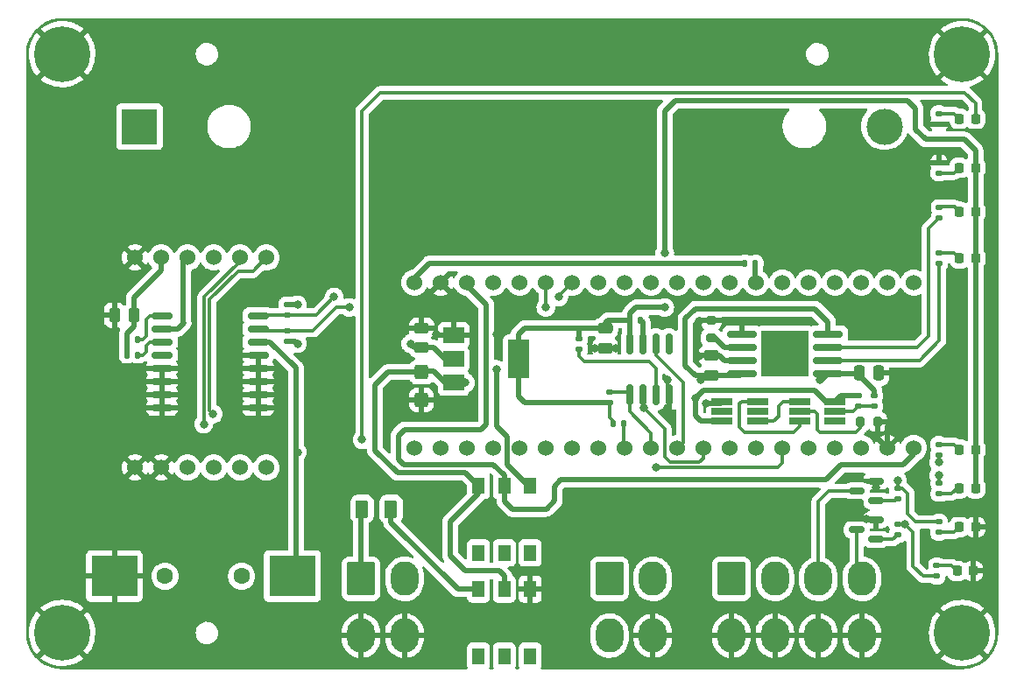
<source format=gbr>
%TF.GenerationSoftware,KiCad,Pcbnew,6.0.8-f2edbf62ab~116~ubuntu20.04.1*%
%TF.CreationDate,2022-10-28T14:46:09-03:00*%
%TF.ProjectId,+puntosV2,2b70756e-746f-4735-9632-2e6b69636164,rev?*%
%TF.SameCoordinates,Original*%
%TF.FileFunction,Copper,L1,Top*%
%TF.FilePolarity,Positive*%
%FSLAX46Y46*%
G04 Gerber Fmt 4.6, Leading zero omitted, Abs format (unit mm)*
G04 Created by KiCad (PCBNEW 6.0.8-f2edbf62ab~116~ubuntu20.04.1) date 2022-10-28 14:46:09*
%MOMM*%
%LPD*%
G01*
G04 APERTURE LIST*
G04 Aperture macros list*
%AMRoundRect*
0 Rectangle with rounded corners*
0 $1 Rounding radius*
0 $2 $3 $4 $5 $6 $7 $8 $9 X,Y pos of 4 corners*
0 Add a 4 corners polygon primitive as box body*
4,1,4,$2,$3,$4,$5,$6,$7,$8,$9,$2,$3,0*
0 Add four circle primitives for the rounded corners*
1,1,$1+$1,$2,$3*
1,1,$1+$1,$4,$5*
1,1,$1+$1,$6,$7*
1,1,$1+$1,$8,$9*
0 Add four rect primitives between the rounded corners*
20,1,$1+$1,$2,$3,$4,$5,0*
20,1,$1+$1,$4,$5,$6,$7,0*
20,1,$1+$1,$6,$7,$8,$9,0*
20,1,$1+$1,$8,$9,$2,$3,0*%
G04 Aperture macros list end*
%TA.AperFunction,SMDPad,CuDef*%
%ADD10RoundRect,0.218750X-0.218750X-0.256250X0.218750X-0.256250X0.218750X0.256250X-0.218750X0.256250X0*%
%TD*%
%TA.AperFunction,SMDPad,CuDef*%
%ADD11RoundRect,0.250000X0.250000X0.475000X-0.250000X0.475000X-0.250000X-0.475000X0.250000X-0.475000X0*%
%TD*%
%TA.AperFunction,SMDPad,CuDef*%
%ADD12RoundRect,0.135000X0.185000X-0.135000X0.185000X0.135000X-0.185000X0.135000X-0.185000X-0.135000X0*%
%TD*%
%TA.AperFunction,SMDPad,CuDef*%
%ADD13RoundRect,0.150000X0.587500X0.150000X-0.587500X0.150000X-0.587500X-0.150000X0.587500X-0.150000X0*%
%TD*%
%TA.AperFunction,SMDPad,CuDef*%
%ADD14RoundRect,0.250000X0.475000X-0.250000X0.475000X0.250000X-0.475000X0.250000X-0.475000X-0.250000X0*%
%TD*%
%TA.AperFunction,SMDPad,CuDef*%
%ADD15R,1.200000X1.600000*%
%TD*%
%TA.AperFunction,ComponentPad*%
%ADD16RoundRect,0.250001X-1.099999X-1.399999X1.099999X-1.399999X1.099999X1.399999X-1.099999X1.399999X0*%
%TD*%
%TA.AperFunction,ComponentPad*%
%ADD17O,2.700000X3.300000*%
%TD*%
%TA.AperFunction,SMDPad,CuDef*%
%ADD18RoundRect,0.135000X-0.135000X-0.185000X0.135000X-0.185000X0.135000X0.185000X-0.135000X0.185000X0*%
%TD*%
%TA.AperFunction,SMDPad,CuDef*%
%ADD19RoundRect,0.135000X-0.185000X0.135000X-0.185000X-0.135000X0.185000X-0.135000X0.185000X0.135000X0*%
%TD*%
%TA.AperFunction,SMDPad,CuDef*%
%ADD20RoundRect,0.135000X0.135000X0.185000X-0.135000X0.185000X-0.135000X-0.185000X0.135000X-0.185000X0*%
%TD*%
%TA.AperFunction,SMDPad,CuDef*%
%ADD21RoundRect,0.200000X0.200000X0.275000X-0.200000X0.275000X-0.200000X-0.275000X0.200000X-0.275000X0*%
%TD*%
%TA.AperFunction,SMDPad,CuDef*%
%ADD22RoundRect,0.175000X-1.250000X-0.175000X1.250000X-0.175000X1.250000X0.175000X-1.250000X0.175000X0*%
%TD*%
%TA.AperFunction,ComponentPad*%
%ADD23C,0.810000*%
%TD*%
%TA.AperFunction,SMDPad,CuDef*%
%ADD24R,4.570000X4.450000*%
%TD*%
%TA.AperFunction,SMDPad,CuDef*%
%ADD25RoundRect,0.150000X-0.875000X-0.150000X0.875000X-0.150000X0.875000X0.150000X-0.875000X0.150000X0*%
%TD*%
%TA.AperFunction,SMDPad,CuDef*%
%ADD26R,2.000000X0.650000*%
%TD*%
%TA.AperFunction,SMDPad,CuDef*%
%ADD27RoundRect,0.140000X-0.170000X0.140000X-0.170000X-0.140000X0.170000X-0.140000X0.170000X0.140000X0*%
%TD*%
%TA.AperFunction,SMDPad,CuDef*%
%ADD28RoundRect,0.200000X-0.275000X0.200000X-0.275000X-0.200000X0.275000X-0.200000X0.275000X0.200000X0*%
%TD*%
%TA.AperFunction,SMDPad,CuDef*%
%ADD29RoundRect,0.250000X-0.375000X-0.625000X0.375000X-0.625000X0.375000X0.625000X-0.375000X0.625000X0*%
%TD*%
%TA.AperFunction,SMDPad,CuDef*%
%ADD30RoundRect,0.250000X-0.425000X0.450000X-0.425000X-0.450000X0.425000X-0.450000X0.425000X0.450000X0*%
%TD*%
%TA.AperFunction,ComponentPad*%
%ADD31R,3.500000X3.500000*%
%TD*%
%TA.AperFunction,ComponentPad*%
%ADD32C,3.500000*%
%TD*%
%TA.AperFunction,SMDPad,CuDef*%
%ADD33RoundRect,0.218750X0.218750X0.256250X-0.218750X0.256250X-0.218750X-0.256250X0.218750X-0.256250X0*%
%TD*%
%TA.AperFunction,SMDPad,CuDef*%
%ADD34RoundRect,0.150000X0.150000X-0.825000X0.150000X0.825000X-0.150000X0.825000X-0.150000X-0.825000X0*%
%TD*%
%TA.AperFunction,SMDPad,CuDef*%
%ADD35R,4.500000X4.000000*%
%TD*%
%TA.AperFunction,ComponentPad*%
%ADD36C,1.600000*%
%TD*%
%TA.AperFunction,ComponentPad*%
%ADD37C,0.800000*%
%TD*%
%TA.AperFunction,ComponentPad*%
%ADD38C,5.400000*%
%TD*%
%TA.AperFunction,ComponentPad*%
%ADD39C,1.524000*%
%TD*%
%TA.AperFunction,SMDPad,CuDef*%
%ADD40R,2.000000X1.500000*%
%TD*%
%TA.AperFunction,SMDPad,CuDef*%
%ADD41R,2.000000X3.800000*%
%TD*%
%TA.AperFunction,SMDPad,CuDef*%
%ADD42RoundRect,0.250000X-0.475000X0.250000X-0.475000X-0.250000X0.475000X-0.250000X0.475000X0.250000X0*%
%TD*%
%TA.AperFunction,ViaPad*%
%ADD43C,0.800000*%
%TD*%
%TA.AperFunction,Conductor*%
%ADD44C,0.300000*%
%TD*%
%TA.AperFunction,Conductor*%
%ADD45C,0.500000*%
%TD*%
%TA.AperFunction,Conductor*%
%ADD46C,1.000000*%
%TD*%
G04 APERTURE END LIST*
D10*
%TO.P,D901,1,K*%
%TO.N,Net-(D901-Pad1)*%
X136712500Y-76000000D03*
%TO.P,D901,2,A*%
%TO.N,3.3V*%
X138287500Y-76000000D03*
%TD*%
D11*
%TO.P,C203,1*%
%TO.N,GND*%
X128950000Y-64860000D03*
%TO.P,C203,2*%
%TO.N,BAT+*%
X127050000Y-64860000D03*
%TD*%
D12*
%TO.P,R906,1*%
%TO.N,Net-(Q902-Pad1)*%
X130750000Y-80510000D03*
%TO.P,R906,2*%
%TO.N,COLLECT_OUT*%
X130750000Y-79490000D03*
%TD*%
%TO.P,R902,1*%
%TO.N,METER_IN*%
X134750000Y-72760000D03*
%TO.P,R902,2*%
%TO.N,Net-(D902-Pad1)*%
X134750000Y-71740000D03*
%TD*%
D13*
%TO.P,Q902,1,B*%
%TO.N,Net-(Q902-Pad1)*%
X128687500Y-80950000D03*
%TO.P,Q902,2,E*%
%TO.N,GND*%
X128687500Y-79050000D03*
%TO.P,Q902,3,C*%
%TO.N,OUT2*%
X126812500Y-80000000D03*
%TD*%
D14*
%TO.P,C302,1*%
%TO.N,3.3V*%
X84758000Y-62377000D03*
%TO.P,C302,2*%
%TO.N,GND*%
X84758000Y-60477000D03*
%TD*%
D15*
%TO.P,SW102,1,A*%
%TO.N,+5VP*%
X90250000Y-75750000D03*
%TO.P,SW102,2,B*%
%TO.N,DC-DC*%
X92750000Y-75750000D03*
%TO.P,SW102,3,C*%
%TO.N,BAT+*%
X95250000Y-75750000D03*
%TO.P,SW102,4*%
%TO.N,N/C*%
X90250000Y-82250000D03*
%TO.P,SW102,5*%
X92750000Y-82250000D03*
%TO.P,SW102,6*%
X95250000Y-82250000D03*
%TD*%
D16*
%TO.P,J101,1,Pin_1*%
%TO.N,Net-(F101-Pad1)*%
X78900000Y-84750000D03*
D17*
%TO.P,J101,2,Pin_2*%
%TO.N,+12V*%
X83100000Y-84750000D03*
%TO.P,J101,3,Pin_3*%
%TO.N,GND*%
X78900000Y-90250000D03*
%TO.P,J101,4,Pin_4*%
X83100000Y-90250000D03*
%TD*%
D10*
%TO.P,D201,1,K*%
%TO.N,Net-(D201-Pad1)*%
X136712500Y-49250000D03*
%TO.P,D201,2,A*%
%TO.N,3.3V*%
X138287500Y-49250000D03*
%TD*%
D18*
%TO.P,R401,1*%
%TO.N,3.3V*%
X103240000Y-69750000D03*
%TO.P,R401,2*%
%TO.N,POWER+*%
X104260000Y-69750000D03*
%TD*%
D19*
%TO.P,R901,1*%
%TO.N,METER_OUT*%
X134787500Y-75490000D03*
%TO.P,R901,2*%
%TO.N,Net-(D901-Pad1)*%
X134787500Y-76510000D03*
%TD*%
D20*
%TO.P,R601,1*%
%TO.N,USART1_RX*%
X117010000Y-54250000D03*
%TO.P,R601,2*%
%TO.N,3V3*%
X115990000Y-54250000D03*
%TD*%
%TO.P,R802,1*%
%TO.N,Net-(R802-Pad1)*%
X57310000Y-63100000D03*
%TO.P,R802,2*%
%TO.N,3.3V*%
X56290000Y-63100000D03*
%TD*%
D19*
%TO.P,R701,1*%
%TO.N,3.3V*%
X100000000Y-61490000D03*
%TO.P,R701,2*%
%TO.N,Net-(R701-Pad2)*%
X100000000Y-62510000D03*
%TD*%
D10*
%TO.P,D301,1,K*%
%TO.N,Net-(D301-Pad1)*%
X136712500Y-45000000D03*
%TO.P,D301,2,A*%
%TO.N,3.3V*%
X138287500Y-45000000D03*
%TD*%
D11*
%TO.P,C801,1*%
%TO.N,3.3V*%
X56950000Y-59250000D03*
%TO.P,C801,2*%
%TO.N,GND*%
X55050000Y-59250000D03*
%TD*%
D21*
%TO.P,R202,1*%
%TO.N,GND*%
X128825000Y-69550000D03*
%TO.P,R202,2*%
%TO.N,Net-(R202-Pad2)*%
X127175000Y-69550000D03*
%TD*%
D22*
%TO.P,U201,1,TEMP1*%
%TO.N,GND*%
X115740000Y-61095000D03*
%TO.P,U201,2,PROG2*%
%TO.N,Net-(R201-Pad2)*%
X115740000Y-62365000D03*
%TO.P,U201,3,GND*%
%TO.N,GND*%
X115740000Y-63635000D03*
%TO.P,U201,4,VCC*%
%TO.N,+5VP*%
X115740000Y-64905000D03*
%TO.P,U201,5,BAT*%
%TO.N,BAT+*%
X124040000Y-64905000D03*
%TO.P,U201,6,STDBY*%
%TO.N,STDBY*%
X124040000Y-63635000D03*
%TO.P,U201,7,CHRG*%
%TO.N,CHRG*%
X124040000Y-62365000D03*
%TO.P,U201,8,CE*%
%TO.N,+5VP*%
X124040000Y-61095000D03*
D23*
%TO.P,U201,9*%
%TO.N,N/C*%
X121160000Y-63000000D03*
X121160000Y-64270000D03*
X118620000Y-64270000D03*
X118620000Y-61730000D03*
X121160000Y-61730000D03*
D24*
X119890000Y-63000000D03*
D23*
X118620000Y-63000000D03*
%TD*%
D16*
%TO.P,J601,1,Pin_1*%
%TO.N,USART1_RX*%
X102900000Y-84750000D03*
D17*
%TO.P,J601,2,Pin_2*%
%TO.N,USART1_TX*%
X107100000Y-84750000D03*
%TO.P,J601,3,Pin_3*%
%TO.N,+12V*%
X102900000Y-90250000D03*
%TO.P,J601,4,Pin_4*%
%TO.N,GND*%
X107100000Y-90250000D03*
%TD*%
D10*
%TO.P,D902,1,K*%
%TO.N,Net-(D902-Pad1)*%
X136712500Y-72250000D03*
%TO.P,D902,2,A*%
%TO.N,3.3V*%
X138287500Y-72250000D03*
%TD*%
D15*
%TO.P,SW101,1,A*%
%TO.N,5V_IN*%
X90250000Y-85750000D03*
%TO.P,SW101,2,B*%
%TO.N,+5VP*%
X92750000Y-85750000D03*
%TO.P,SW101,3,C*%
%TO.N,GND*%
X95250000Y-85750000D03*
%TO.P,SW101,4*%
%TO.N,N/C*%
X90250000Y-92250000D03*
%TO.P,SW101,5*%
X92750000Y-92250000D03*
%TO.P,SW101,6*%
X95250000Y-92250000D03*
%TD*%
D25*
%TO.P,U801,1,32KHZ*%
%TO.N,Net-(R801-Pad1)*%
X59663600Y-59297800D03*
%TO.P,U801,2,VCC*%
%TO.N,3.3V*%
X59663600Y-60567800D03*
%TO.P,U801,3,~{INT}/SQW*%
%TO.N,Net-(R802-Pad1)*%
X59663600Y-61837800D03*
%TO.P,U801,4,~{RST}*%
%TO.N,unconnected-(U801-Pad4)*%
X59663600Y-63107800D03*
%TO.P,U801,5,GND*%
%TO.N,GND*%
X59663600Y-64377800D03*
%TO.P,U801,6,GND*%
X59663600Y-65647800D03*
%TO.P,U801,7,GND*%
X59663600Y-66917800D03*
%TO.P,U801,8,GND*%
X59663600Y-68187800D03*
%TO.P,U801,9,GND*%
X68963600Y-68187800D03*
%TO.P,U801,10,GND*%
X68963600Y-66917800D03*
%TO.P,U801,11,GND*%
X68963600Y-65647800D03*
%TO.P,U801,12,GND*%
X68963600Y-64377800D03*
%TO.P,U801,13,GND*%
X68963600Y-63107800D03*
%TO.P,U801,14,VBAT*%
%TO.N,+BATT*%
X68963600Y-61837800D03*
%TO.P,U801,15,SDA*%
%TO.N,I2C1_SDA*%
X68963600Y-60567800D03*
%TO.P,U801,16,SCL*%
%TO.N,I2C1_SCL*%
X68963600Y-59297800D03*
%TD*%
D19*
%TO.P,R903,1*%
%TO.N,BILL_OUT*%
X134750000Y-79250000D03*
%TO.P,R903,2*%
%TO.N,Net-(D903-Pad2)*%
X134750000Y-80270000D03*
%TD*%
D10*
%TO.P,D401,1,K*%
%TO.N,Net-(D401-Pad1)*%
X136712500Y-40250000D03*
%TO.P,D401,2,A*%
%TO.N,STATUS_LED*%
X138287500Y-40250000D03*
%TD*%
D26*
%TO.P,U203,1,S1*%
%TO.N,GND*%
X113790000Y-67600000D03*
%TO.P,U203,2,D12*%
%TO.N,unconnected-(U203-Pad2)*%
X113790000Y-68550000D03*
%TO.P,U203,3,S2*%
%TO.N,BAT-*%
X113790000Y-69500000D03*
%TO.P,U203,4,G2*%
%TO.N,OD*%
X117210000Y-69500000D03*
%TO.P,U203,5,D12*%
%TO.N,unconnected-(U203-Pad5)*%
X117210000Y-68550000D03*
%TO.P,U203,6,G1*%
%TO.N,OC*%
X117210000Y-67600000D03*
%TD*%
D27*
%TO.P,C202,1*%
%TO.N,BAT-*%
X127000000Y-67070000D03*
%TO.P,C202,2*%
%TO.N,Net-(C202-Pad2)*%
X127000000Y-68030000D03*
%TD*%
D28*
%TO.P,R201,1*%
%TO.N,GND*%
X112750000Y-59785000D03*
%TO.P,R201,2*%
%TO.N,Net-(R201-Pad2)*%
X112750000Y-61435000D03*
%TD*%
D29*
%TO.P,F101,1*%
%TO.N,Net-(F101-Pad1)*%
X79000000Y-78000000D03*
%TO.P,F101,2*%
%TO.N,5V_IN*%
X81800000Y-78000000D03*
%TD*%
D12*
%TO.P,R203,1*%
%TO.N,Net-(C202-Pad2)*%
X128500000Y-68060000D03*
%TO.P,R203,2*%
%TO.N,BAT+*%
X128500000Y-67040000D03*
%TD*%
D30*
%TO.P,C301,1*%
%TO.N,+5VP*%
X84750000Y-64750000D03*
%TO.P,C301,2*%
%TO.N,GND*%
X84750000Y-67450000D03*
%TD*%
D18*
%TO.P,R703,1*%
%TO.N,3.3V*%
X104897000Y-59732000D03*
%TO.P,R703,2*%
%TO.N,Net-(R703-Pad2)*%
X105917000Y-59732000D03*
%TD*%
D31*
%TO.P,J201,1,Pin_1*%
%TO.N,BAT-*%
X57500000Y-41000000D03*
D32*
%TO.P,J201,2,Pin_2*%
%TO.N,BAT+*%
X129500000Y-41000000D03*
%TD*%
D16*
%TO.P,J901,1,Pin_1*%
%TO.N,METER_IN*%
X114700000Y-84750000D03*
D17*
%TO.P,J901,2,Pin_2*%
%TO.N,METER_OUT*%
X118900000Y-84750000D03*
%TO.P,J901,3,Pin_3*%
%TO.N,OUT1*%
X123100000Y-84750000D03*
%TO.P,J901,4,Pin_4*%
%TO.N,OUT2*%
X127300000Y-84750000D03*
%TO.P,J901,5,Pin_5*%
%TO.N,GND*%
X114700000Y-90250000D03*
%TO.P,J901,6,Pin_6*%
X118900000Y-90250000D03*
%TO.P,J901,7,Pin_7*%
X123100000Y-90250000D03*
%TO.P,J901,8,Pin_8*%
X127300000Y-90250000D03*
%TD*%
D33*
%TO.P,D904,1,K*%
%TO.N,GND*%
X138075000Y-84000000D03*
%TO.P,D904,2,A*%
%TO.N,Net-(D904-Pad2)*%
X136500000Y-84000000D03*
%TD*%
D12*
%TO.P,R403,1*%
%TO.N,GND*%
X134761000Y-40760000D03*
%TO.P,R403,2*%
%TO.N,Net-(D401-Pad1)*%
X134761000Y-39740000D03*
%TD*%
D26*
%TO.P,U202,1,OD*%
%TO.N,OD*%
X121290000Y-67600000D03*
%TO.P,U202,2,CS*%
%TO.N,Net-(R202-Pad2)*%
X121290000Y-68550000D03*
%TO.P,U202,3,OC*%
%TO.N,OC*%
X121290000Y-69500000D03*
%TO.P,U202,4,TD*%
%TO.N,unconnected-(U202-Pad4)*%
X124710000Y-69500000D03*
%TO.P,U202,5,VCC*%
%TO.N,Net-(C202-Pad2)*%
X124710000Y-68550000D03*
%TO.P,U202,6,GND*%
%TO.N,BAT-*%
X124710000Y-67600000D03*
%TD*%
D12*
%TO.P,R204,1*%
%TO.N,CHRG*%
X134800800Y-49830000D03*
%TO.P,R204,2*%
%TO.N,Net-(D201-Pad1)*%
X134800800Y-48810000D03*
%TD*%
%TO.P,R905,1*%
%TO.N,COLLECT_OUT*%
X134537500Y-84510000D03*
%TO.P,R905,2*%
%TO.N,Net-(D904-Pad2)*%
X134537500Y-83490000D03*
%TD*%
D19*
%TO.P,R301,1*%
%TO.N,GND*%
X134750000Y-44490000D03*
%TO.P,R301,2*%
%TO.N,Net-(D301-Pad1)*%
X134750000Y-45510000D03*
%TD*%
%TO.P,R804,1*%
%TO.N,I2C1_SDA*%
X71750000Y-60740000D03*
%TO.P,R804,2*%
%TO.N,3.3V*%
X71750000Y-61760000D03*
%TD*%
D34*
%TO.P,U701,1,~{CS}*%
%TO.N,CS_EEPROM*%
X104845000Y-66975000D03*
%TO.P,U701,2,MISO*%
%TO.N,SPI1_MISO*%
X106115000Y-66975000D03*
%TO.P,U701,3,~{WP}*%
%TO.N,Net-(R701-Pad2)*%
X107385000Y-66975000D03*
%TO.P,U701,4,GND*%
%TO.N,GND*%
X108655000Y-66975000D03*
%TO.P,U701,5,MOSI*%
%TO.N,SPI_MOSI*%
X108655000Y-62025000D03*
%TO.P,U701,6,SCK*%
%TO.N,SPI1_SCK*%
X107385000Y-62025000D03*
%TO.P,U701,7,~{HOLD}*%
%TO.N,Net-(R703-Pad2)*%
X106115000Y-62025000D03*
%TO.P,U701,8,VCC*%
%TO.N,3.3V*%
X104845000Y-62025000D03*
%TD*%
D33*
%TO.P,D903,1,K*%
%TO.N,GND*%
X138287500Y-79750000D03*
%TO.P,D903,2,A*%
%TO.N,Net-(D903-Pad2)*%
X136712500Y-79750000D03*
%TD*%
D12*
%TO.P,R702,1*%
%TO.N,3.3V*%
X102907000Y-67742000D03*
%TO.P,R702,2*%
%TO.N,CS_EEPROM*%
X102907000Y-66722000D03*
%TD*%
D20*
%TO.P,R801,1*%
%TO.N,Net-(R801-Pad1)*%
X57310000Y-61600000D03*
%TO.P,R801,2*%
%TO.N,3.3V*%
X56290000Y-61600000D03*
%TD*%
D12*
%TO.P,R205,1*%
%TO.N,STDBY*%
X134787500Y-54250000D03*
%TO.P,R205,2*%
%TO.N,Net-(D202-Pad1)*%
X134787500Y-53230000D03*
%TD*%
D35*
%TO.P,BT801,1,+*%
%TO.N,+BATT*%
X72250000Y-84500000D03*
%TO.P,BT801,2,-*%
%TO.N,GND*%
X55050000Y-84500000D03*
D36*
%TO.P,BT801,3*%
%TO.N,N/C*%
X67350000Y-84500000D03*
X59950000Y-84500000D03*
%TD*%
D10*
%TO.P,D202,1,K*%
%TO.N,Net-(D202-Pad1)*%
X136750000Y-53750000D03*
%TO.P,D202,2,A*%
%TO.N,3.3V*%
X138325000Y-53750000D03*
%TD*%
D14*
%TO.P,C201,1*%
%TO.N,+5VP*%
X112750000Y-65060000D03*
%TO.P,C201,2*%
%TO.N,GND*%
X112750000Y-63160000D03*
%TD*%
D12*
%TO.P,R904,1*%
%TO.N,Net-(Q901-Pad1)*%
X130750000Y-77010000D03*
%TO.P,R904,2*%
%TO.N,BILL_OUT*%
X130750000Y-75990000D03*
%TD*%
D13*
%TO.P,Q901,1,B*%
%TO.N,Net-(Q901-Pad1)*%
X128687500Y-77200000D03*
%TO.P,Q901,2,E*%
%TO.N,GND*%
X128687500Y-75300000D03*
%TO.P,Q901,3,C*%
%TO.N,OUT1*%
X126812500Y-76250000D03*
%TD*%
D37*
%TO.P,H4,1,1*%
%TO.N,GND*%
X48568109Y-35431891D03*
X52025000Y-34000000D03*
X47975000Y-34000000D03*
X48568109Y-32568109D03*
D38*
X50000000Y-34000000D03*
D37*
X50000000Y-31975000D03*
X50000000Y-36025000D03*
X51431891Y-32568109D03*
X51431891Y-35431891D03*
%TD*%
D12*
%TO.P,R803,1*%
%TO.N,I2C1_SCL*%
X71750000Y-59260000D03*
%TO.P,R803,2*%
%TO.N,3.3V*%
X71750000Y-58240000D03*
%TD*%
D37*
%TO.P,H3,1,1*%
%TO.N,GND*%
X47975000Y-90000000D03*
X50000000Y-87975000D03*
X50000000Y-92025000D03*
X48568109Y-91431891D03*
D38*
X50000000Y-90000000D03*
D37*
X48568109Y-88568109D03*
X51431891Y-88568109D03*
X52025000Y-90000000D03*
X51431891Y-91431891D03*
%TD*%
D39*
%TO.P,U401,1,VB*%
%TO.N,+BATT*%
X84060000Y-72100000D03*
%TO.P,U401,2,C13*%
%TO.N,STATUS_LED*%
X86600000Y-72100000D03*
%TO.P,U401,3,C14*%
%TO.N,PC14*%
X89140000Y-72100000D03*
%TO.P,U401,4,C15*%
%TO.N,PC15*%
X91680000Y-72100000D03*
%TO.P,U401,5,R*%
%TO.N,unconnected-(U401-Pad5)*%
X94220000Y-72100000D03*
%TO.P,U401,6,A0*%
%TO.N,unconnected-(U401-Pad6)*%
X96760000Y-72100000D03*
%TO.P,U401,7,A1*%
%TO.N,PA1*%
X99300000Y-72100000D03*
%TO.P,U401,8,A2*%
%TO.N,PA2*%
X101840000Y-72100000D03*
%TO.P,U401,9,A3*%
%TO.N,POWER+*%
X104380000Y-72100000D03*
%TO.P,U401,10,A4*%
%TO.N,CS_EEPROM*%
X106920000Y-72100000D03*
%TO.P,U401,11,A5*%
%TO.N,SPI1_SCK*%
X109460000Y-72100000D03*
%TO.P,U401,12,A6*%
%TO.N,SPI1_MISO*%
X112000000Y-72100000D03*
%TO.P,U401,13,A7*%
%TO.N,SPI1_MOSI*%
X114540000Y-72100000D03*
%TO.P,U401,14,B0*%
%TO.N,CS_WIZ5500*%
X117080000Y-72100000D03*
%TO.P,U401,15,B1*%
%TO.N,WIZ5500_INT*%
X119620000Y-72100000D03*
%TO.P,U401,16,B2*%
%TO.N,WIZ5500_RST*%
X122160000Y-72100000D03*
%TO.P,U401,17,B10*%
%TO.N,PB10*%
X124700000Y-72100000D03*
%TO.P,U401,18,3V3*%
%TO.N,3V3*%
X127240000Y-72100000D03*
%TO.P,U401,19,GND*%
%TO.N,GND*%
X129780000Y-72100000D03*
%TO.P,U401,20,5V*%
%TO.N,DC-DC*%
X132320000Y-72100000D03*
%TO.P,U401,21,B12*%
%TO.N,METER_OUT*%
X132320000Y-56100000D03*
%TO.P,U401,22,B13*%
%TO.N,METER_IN*%
X129780000Y-56100000D03*
%TO.P,U401,23,B14*%
%TO.N,COLLECT_OUT*%
X127240000Y-56100000D03*
%TO.P,U401,24,B15*%
%TO.N,BILL_OUT*%
X124700000Y-56100000D03*
%TO.P,U401,25,A8*%
%TO.N,PA8*%
X122160000Y-56100000D03*
%TO.P,U401,26,A9*%
%TO.N,USART1_TX*%
X119620000Y-56100000D03*
%TO.P,U401,27,A10*%
%TO.N,USART1_RX*%
X117080000Y-56100000D03*
%TO.P,U401,28,A11*%
%TO.N,PA11*%
X114540000Y-56100000D03*
%TO.P,U401,29,A12*%
%TO.N,PA12*%
X112000000Y-56100000D03*
%TO.P,U401,30,A15*%
%TO.N,PA15*%
X109460000Y-56100000D03*
%TO.P,U401,31,B3*%
%TO.N,PB3*%
X106920000Y-56100000D03*
%TO.P,U401,32,B4*%
%TO.N,PB4*%
X104380000Y-56100000D03*
%TO.P,U401,33,B5*%
%TO.N,PB5*%
X101840000Y-56100000D03*
%TO.P,U401,34,B6*%
%TO.N,I2C1_SCL*%
X99300000Y-56100000D03*
%TO.P,U401,35,B7*%
%TO.N,I2C1_SDA*%
X96760000Y-56100000D03*
%TO.P,U401,36,B8*%
%TO.N,PB8*%
X94220000Y-56100000D03*
%TO.P,U401,37,B9*%
%TO.N,PB9*%
X91680000Y-56100000D03*
%TO.P,U401,38,5V*%
%TO.N,DC-DC*%
X89140000Y-56100000D03*
%TO.P,U401,39,GND*%
%TO.N,GND*%
X86600000Y-56100000D03*
%TO.P,U401,40,3V3*%
%TO.N,3V3*%
X84060000Y-56100000D03*
%TD*%
D40*
%TO.P,U301,1,GND*%
%TO.N,GND*%
X87850000Y-61200000D03*
D41*
%TO.P,U301,2,VO*%
%TO.N,3.3V*%
X94150000Y-63500000D03*
D40*
X87850000Y-63500000D03*
%TO.P,U301,3,VI*%
%TO.N,+5VP*%
X87850000Y-65800000D03*
%TD*%
D37*
%TO.P,H2,1,1*%
%TO.N,GND*%
X138431891Y-91431891D03*
X139025000Y-90000000D03*
X135568109Y-88568109D03*
X137000000Y-87975000D03*
X137000000Y-92025000D03*
X138431891Y-88568109D03*
D38*
X137000000Y-90000000D03*
D37*
X134975000Y-90000000D03*
X135568109Y-91431891D03*
%TD*%
D42*
%TO.P,C701,1*%
%TO.N,3.3V*%
X102500000Y-60550000D03*
%TO.P,C701,2*%
%TO.N,GND*%
X102500000Y-62450000D03*
%TD*%
D39*
%TO.P,U501,12,GND*%
%TO.N,GND*%
X57050000Y-53680000D03*
%TO.P,U501,11,3.3V*%
%TO.N,3.3V*%
X59590000Y-53680000D03*
%TO.P,U501,10,3.3V*%
X62130000Y-53680000D03*
%TO.P,U501,9,NC*%
%TO.N,unconnected-(U501-Pad9)*%
X64670000Y-53680000D03*
%TO.P,U501,8,RST*%
%TO.N,WIZ5500_RST*%
X67210000Y-53680000D03*
%TO.P,U501,7,MISO*%
%TO.N,SPI1_MISO*%
X69750000Y-53680000D03*
%TO.P,U501,6,INT*%
%TO.N,WIZ5500_INT*%
X69750000Y-74000000D03*
%TO.P,U501,5,CS*%
%TO.N,CS_WIZ5500*%
X67210000Y-74000000D03*
%TO.P,U501,4,SCK*%
%TO.N,SPI1_SCK*%
X64670000Y-74000000D03*
%TO.P,U501,3,MOSI*%
%TO.N,SPI1_MOSI*%
X62130000Y-74000000D03*
%TO.P,U501,2,GND*%
%TO.N,GND*%
X59590000Y-74000000D03*
%TO.P,U501,1,GND*%
X57050000Y-74000000D03*
%TD*%
D37*
%TO.P,H1,1,1*%
%TO.N,GND*%
X139025000Y-34000000D03*
D38*
X137000000Y-34000000D03*
D37*
X137000000Y-36025000D03*
X137000000Y-31975000D03*
X135568109Y-35431891D03*
X138431891Y-35431891D03*
X135568109Y-32568109D03*
X134975000Y-34000000D03*
X138431891Y-32568109D03*
%TD*%
D43*
%TO.N,GND*%
X127700000Y-79000000D03*
%TO.N,3.3V*%
X72750000Y-62000000D03*
X108250000Y-58500000D03*
X72750000Y-58250000D03*
X108248000Y-53252000D03*
X83700000Y-62000000D03*
%TO.N,I2C1_SCL*%
X76300000Y-57500000D03*
X98000000Y-57500000D03*
%TO.N,BAT+*%
X92000000Y-64500000D03*
X123250000Y-65500000D03*
%TO.N,GND*%
X77750000Y-60000000D03*
X77750000Y-66500000D03*
X112250000Y-67750000D03*
X111600000Y-63200000D03*
X86200000Y-61100000D03*
X101500000Y-62500000D03*
X77750000Y-56000000D03*
X83200000Y-67400000D03*
X131100000Y-54200000D03*
X108500000Y-68250000D03*
X99100000Y-58400000D03*
X108500000Y-65500000D03*
X101900000Y-58400000D03*
X87900000Y-59700000D03*
X86400000Y-67400000D03*
X89800000Y-61100000D03*
X133700000Y-66100000D03*
X111600000Y-59800000D03*
X128700000Y-75900000D03*
X92000000Y-61100000D03*
X115700000Y-59800000D03*
X77750000Y-63750000D03*
X121000000Y-54200000D03*
X133700000Y-64600000D03*
X103500000Y-62500000D03*
%TO.N,I2C1_SDA*%
X96760000Y-58490000D03*
X77750000Y-58500000D03*
%TO.N,METER_OUT*%
X134750000Y-74750000D03*
%TO.N,METER_IN*%
X134750000Y-73500000D03*
%TO.N,BILL_OUT*%
X130750000Y-75250000D03*
%TO.N,COLLECT_OUT*%
X131500000Y-79500000D03*
%TO.N,BAT-*%
X111250000Y-67250000D03*
%TO.N,SPI1_MISO*%
X64600000Y-68800000D03*
X106250000Y-68250000D03*
%TO.N,+BATT*%
X72750000Y-72500000D03*
%TO.N,WIZ5500_INT*%
X107400000Y-74000000D03*
%TO.N,WIZ5500_RST*%
X63700000Y-69800000D03*
%TO.N,STATUS_LED*%
X79000000Y-71300000D03*
%TO.N,+5VP*%
X111750000Y-65500000D03*
X89000000Y-65800000D03*
%TD*%
D44*
%TO.N,I2C1_SCL*%
X76300000Y-57500000D02*
X74540000Y-59260000D01*
X74540000Y-59260000D02*
X71750000Y-59260000D01*
X98000000Y-57400000D02*
X99300000Y-56100000D01*
X98000000Y-57500000D02*
X98000000Y-57400000D01*
D45*
%TO.N,3.3V*%
X83700000Y-62000000D02*
X84077000Y-62377000D01*
X84077000Y-62377000D02*
X84758000Y-62377000D01*
D44*
%TO.N,SPI1_MISO*%
X64250000Y-68450000D02*
X64250000Y-57750000D01*
X64600000Y-68800000D02*
X64250000Y-68450000D01*
X64250000Y-57750000D02*
X67000000Y-55000000D01*
X67000000Y-55000000D02*
X68430000Y-55000000D01*
X68430000Y-55000000D02*
X69750000Y-53680000D01*
%TO.N,WIZ5500_RST*%
X63700000Y-69800000D02*
X63750000Y-69750000D01*
X63750000Y-69750000D02*
X63750000Y-57500000D01*
X63750000Y-57500000D02*
X67210000Y-54040000D01*
X67210000Y-54040000D02*
X67210000Y-53680000D01*
%TO.N,STATUS_LED*%
X79000000Y-71300000D02*
X79000000Y-39500000D01*
X79000000Y-39500000D02*
X80750000Y-37750000D01*
X80750000Y-37750000D02*
X137250000Y-37750000D01*
X137250000Y-37750000D02*
X138287500Y-38787500D01*
X138287500Y-38787500D02*
X138287500Y-40250000D01*
D45*
%TO.N,+BATT*%
X72750000Y-72500000D02*
X72600000Y-72350000D01*
X72600000Y-72350000D02*
X72600000Y-71350000D01*
%TO.N,DC-DC*%
X92750000Y-75750000D02*
X92750000Y-77250000D01*
X92750000Y-77250000D02*
X93500000Y-78000000D01*
X93500000Y-78000000D02*
X96800000Y-78000000D01*
X96800000Y-78000000D02*
X97600000Y-77200000D01*
X97600000Y-77200000D02*
X97600000Y-75800000D01*
X97600000Y-75800000D02*
X98200000Y-75200000D01*
X98200000Y-75200000D02*
X123800000Y-75200000D01*
X123800000Y-75200000D02*
X125250000Y-73750000D01*
X125250000Y-73750000D02*
X131250000Y-73750000D01*
X131250000Y-73750000D02*
X132320000Y-72680000D01*
X132320000Y-72680000D02*
X132320000Y-72100000D01*
D44*
%TO.N,WIZ5500_INT*%
X107400000Y-74000000D02*
X119200000Y-74000000D01*
X119200000Y-74000000D02*
X119620000Y-73580000D01*
X119620000Y-73580000D02*
X119620000Y-72100000D01*
%TO.N,SPI1_MISO*%
X112000000Y-72100000D02*
X112000000Y-73100000D01*
X112000000Y-73100000D02*
X111600000Y-73500000D01*
X111600000Y-73500000D02*
X108750000Y-73500000D01*
X108750000Y-73500000D02*
X108248000Y-72998000D01*
X106115000Y-68115000D02*
X106115000Y-66975000D01*
X108248000Y-72998000D02*
X108248000Y-70248000D01*
X108248000Y-70248000D02*
X106115000Y-68115000D01*
D45*
%TO.N,+5VP*%
X90250000Y-75750000D02*
X89000000Y-74500000D01*
X89000000Y-74500000D02*
X82400000Y-74500000D01*
X82400000Y-74500000D02*
X80250000Y-72350000D01*
X80250000Y-72350000D02*
X80250000Y-66000000D01*
X80250000Y-66000000D02*
X81500000Y-64750000D01*
X81500000Y-64750000D02*
X84750000Y-64750000D01*
%TO.N,DC-DC*%
X92750000Y-75750000D02*
X92750000Y-74750000D01*
X92750000Y-74750000D02*
X91700000Y-73700000D01*
X91700000Y-73700000D02*
X83000000Y-73700000D01*
X83000000Y-73700000D02*
X82500000Y-73200000D01*
X82500000Y-73200000D02*
X82500000Y-70900000D01*
X89140000Y-56390000D02*
X89140000Y-56100000D01*
X82500000Y-70900000D02*
X83100000Y-70300000D01*
X91000000Y-69800000D02*
X91000000Y-58250000D01*
X83100000Y-70300000D02*
X90500000Y-70300000D01*
X90500000Y-70300000D02*
X91000000Y-69800000D01*
X91000000Y-58250000D02*
X89140000Y-56390000D01*
D44*
%TO.N,Net-(C202-Pad2)*%
X124710000Y-68550000D02*
X126480000Y-68550000D01*
X126480000Y-68550000D02*
X127000000Y-68030000D01*
X128470000Y-68030000D02*
X128500000Y-68060000D01*
X127000000Y-68030000D02*
X128470000Y-68030000D01*
D45*
%TO.N,3.3V*%
X94150000Y-67150000D02*
X94150000Y-63500000D01*
X56290000Y-61600000D02*
X56290000Y-61010000D01*
X104897000Y-59732000D02*
X104897000Y-61973000D01*
D44*
X103240000Y-69490000D02*
X102907000Y-69157000D01*
D45*
X104897000Y-59732000D02*
X102768000Y-59732000D01*
D44*
X102907000Y-69157000D02*
X102907000Y-67742000D01*
D45*
X94742000Y-67742000D02*
X94150000Y-67150000D01*
X132500000Y-39250000D02*
X131750000Y-38500000D01*
X59590000Y-54910000D02*
X59590000Y-53680000D01*
X56950000Y-60350000D02*
X56950000Y-59250000D01*
X102768000Y-59732000D02*
X102500000Y-60000000D01*
X132500000Y-41250000D02*
X132500000Y-39250000D01*
X137250000Y-42250000D02*
X133500000Y-42250000D01*
D44*
X61750000Y-60000000D02*
X61730000Y-59980000D01*
D45*
X104897000Y-61973000D02*
X104845000Y-62025000D01*
X138287500Y-72250000D02*
X138287500Y-76000000D01*
D44*
X138325000Y-72212500D02*
X138287500Y-72250000D01*
D45*
X94700000Y-60500000D02*
X94100000Y-61100000D01*
X100000000Y-61490000D02*
X100000000Y-60500000D01*
X100000000Y-60500000D02*
X102450000Y-60500000D01*
X131750000Y-38500000D02*
X109250000Y-38500000D01*
X138287500Y-49250000D02*
X138287500Y-45000000D01*
X71760000Y-58250000D02*
X71750000Y-58240000D01*
D44*
X138325000Y-49287500D02*
X138287500Y-49250000D01*
X103240000Y-69750000D02*
X103240000Y-69490000D01*
D45*
X105500000Y-58500000D02*
X104897000Y-59103000D01*
X138287500Y-45000000D02*
X138287500Y-43287500D01*
X94100000Y-61100000D02*
X94100000Y-63450000D01*
X87000000Y-63500000D02*
X85877000Y-62377000D01*
X133500000Y-42250000D02*
X132500000Y-41250000D01*
X104897000Y-59103000D02*
X104897000Y-59732000D01*
X138325000Y-53750000D02*
X138325000Y-49287500D01*
X102450000Y-60500000D02*
X102500000Y-60550000D01*
X59663600Y-60567800D02*
X61182200Y-60567800D01*
X102500000Y-60000000D02*
X102500000Y-60550000D01*
X94100000Y-63450000D02*
X94150000Y-63500000D01*
X108250000Y-58500000D02*
X105500000Y-58500000D01*
X56290000Y-63100000D02*
X56290000Y-61600000D01*
X72510000Y-61760000D02*
X72750000Y-62000000D01*
X56950000Y-59250000D02*
X56950000Y-57550000D01*
X61182200Y-60567800D02*
X61750000Y-60000000D01*
X109250000Y-38500000D02*
X108248000Y-39502000D01*
X87850000Y-63500000D02*
X87000000Y-63500000D01*
X108248000Y-39502000D02*
X108248000Y-53252000D01*
X61730000Y-59980000D02*
X61730000Y-54080000D01*
X56950000Y-57550000D02*
X59590000Y-54910000D01*
X100000000Y-60500000D02*
X94700000Y-60500000D01*
X71750000Y-61760000D02*
X72510000Y-61760000D01*
X85877000Y-62377000D02*
X84758000Y-62377000D01*
X138325000Y-53750000D02*
X138325000Y-72212500D01*
X72750000Y-58250000D02*
X71760000Y-58250000D01*
X102907000Y-67742000D02*
X94742000Y-67742000D01*
X56290000Y-61010000D02*
X56950000Y-60350000D01*
X138287500Y-43287500D02*
X137250000Y-42250000D01*
D44*
%TO.N,Net-(D201-Pad1)*%
X136250000Y-48750000D02*
X134860800Y-48750000D01*
X134860800Y-48750000D02*
X134800800Y-48810000D01*
X136712500Y-49212500D02*
X136250000Y-48750000D01*
X136712500Y-49250000D02*
X136712500Y-49212500D01*
%TO.N,I2C1_SCL*%
X71750000Y-59260000D02*
X69001400Y-59260000D01*
X69001400Y-59260000D02*
X68963600Y-59297800D01*
%TO.N,Net-(D202-Pad1)*%
X136230000Y-53230000D02*
X134787500Y-53230000D01*
X136750000Y-53750000D02*
X136230000Y-53230000D01*
D45*
%TO.N,BAT+*%
X93008000Y-71008000D02*
X93008000Y-73708000D01*
X124040000Y-64905000D02*
X127005000Y-64905000D01*
X127050000Y-64860000D02*
X127050000Y-65050000D01*
X92000000Y-64500000D02*
X92000000Y-70000000D01*
X127050000Y-65050000D02*
X128500000Y-66500000D01*
X123445000Y-65500000D02*
X124040000Y-64905000D01*
X123250000Y-65500000D02*
X123445000Y-65500000D01*
X127005000Y-64905000D02*
X127050000Y-64860000D01*
D44*
X95250000Y-75750000D02*
X95050000Y-75750000D01*
D45*
X128500000Y-66500000D02*
X128500000Y-67040000D01*
X93008000Y-73708000D02*
X95050000Y-75750000D01*
X92000000Y-70000000D02*
X93008000Y-71008000D01*
D44*
%TO.N,CHRG*%
X132635000Y-62365000D02*
X124040000Y-62365000D01*
X134800800Y-49830000D02*
X133750000Y-50880800D01*
X133750000Y-61250000D02*
X132635000Y-62365000D01*
X133750000Y-50880800D02*
X133750000Y-61250000D01*
%TO.N,Net-(D902-Pad1)*%
X136212500Y-71750000D02*
X134760000Y-71750000D01*
X136712500Y-72250000D02*
X136212500Y-71750000D01*
X134760000Y-71750000D02*
X134750000Y-71740000D01*
%TO.N,STDBY*%
X124040000Y-63635000D02*
X132865000Y-63635000D01*
X132865000Y-63635000D02*
X134787500Y-61712500D01*
X134787500Y-61712500D02*
X134787500Y-54250000D01*
%TO.N,Net-(Q901-Pad1)*%
X128687500Y-77200000D02*
X130560000Y-77200000D01*
X130560000Y-77200000D02*
X130750000Y-77010000D01*
D45*
%TO.N,GND*%
X133700000Y-66100000D02*
X129780000Y-70020000D01*
X99100000Y-58400000D02*
X101900000Y-58400000D01*
X112750000Y-63160000D02*
X113550000Y-63160000D01*
X129780000Y-70020000D02*
X129780000Y-72100000D01*
X103500000Y-62500000D02*
X102550000Y-62500000D01*
X108500000Y-68250000D02*
X108655000Y-68095000D01*
D44*
X108500000Y-66820000D02*
X108655000Y-66975000D01*
D45*
X113640000Y-67750000D02*
X113790000Y-67600000D01*
D44*
X108500000Y-65500000D02*
X108500000Y-66820000D01*
D45*
X112250000Y-67750000D02*
X113640000Y-67750000D01*
X114025000Y-63635000D02*
X115740000Y-63635000D01*
X102450000Y-62500000D02*
X102500000Y-62450000D01*
X113550000Y-63160000D02*
X114025000Y-63635000D01*
X102550000Y-62500000D02*
X102500000Y-62450000D01*
X108655000Y-68095000D02*
X108655000Y-66975000D01*
X133700000Y-66100000D02*
X133700000Y-64600000D01*
X101500000Y-62500000D02*
X102450000Y-62500000D01*
D44*
%TO.N,Net-(D301-Pad1)*%
X134750000Y-45510000D02*
X136202500Y-45510000D01*
X136202500Y-45510000D02*
X136712500Y-45000000D01*
%TO.N,POWER+*%
X104260000Y-69750000D02*
X104260000Y-71980000D01*
D45*
X104260000Y-71980000D02*
X104380000Y-72100000D01*
D44*
%TO.N,Net-(D401-Pad1)*%
X136712500Y-40250000D02*
X136202500Y-39740000D01*
X136202500Y-39740000D02*
X134761000Y-39740000D01*
D45*
%TO.N,USART1_RX*%
X117010000Y-56030000D02*
X117080000Y-56100000D01*
X117010000Y-54250000D02*
X117010000Y-56030000D01*
%TO.N,5V_IN*%
X81800000Y-78000000D02*
X81800000Y-79300000D01*
X81800000Y-79300000D02*
X88250000Y-85750000D01*
X88250000Y-85750000D02*
X90250000Y-85750000D01*
D44*
%TO.N,Net-(Q902-Pad1)*%
X128687500Y-80950000D02*
X130310000Y-80950000D01*
X130310000Y-80950000D02*
X130750000Y-80510000D01*
%TO.N,CS_EEPROM*%
X102907000Y-66722000D02*
X104592000Y-66722000D01*
X104845000Y-66975000D02*
X104845000Y-68595000D01*
X104592000Y-66722000D02*
X104845000Y-66975000D01*
X106920000Y-70670000D02*
X106920000Y-72100000D01*
X104845000Y-68595000D02*
X106920000Y-70670000D01*
D45*
%TO.N,Net-(R201-Pad2)*%
X113075000Y-61435000D02*
X114005000Y-62365000D01*
X112750000Y-61435000D02*
X113075000Y-61435000D01*
X114005000Y-62365000D02*
X115740000Y-62365000D01*
D44*
%TO.N,I2C1_SDA*%
X76500000Y-58500000D02*
X74260000Y-60740000D01*
X74260000Y-60740000D02*
X71750000Y-60740000D01*
X71750000Y-60740000D02*
X69135800Y-60740000D01*
X96760000Y-58490000D02*
X96760000Y-56100000D01*
X77750000Y-58500000D02*
X76500000Y-58500000D01*
X69135800Y-60740000D02*
X68963600Y-60567800D01*
%TO.N,METER_OUT*%
X134750000Y-75452500D02*
X134787500Y-75490000D01*
X134750000Y-74750000D02*
X134750000Y-75452500D01*
%TO.N,Net-(D901-Pad1)*%
X136712500Y-76000000D02*
X136500000Y-76000000D01*
X136500000Y-76000000D02*
X135990000Y-76510000D01*
X135990000Y-76510000D02*
X134787500Y-76510000D01*
%TO.N,METER_IN*%
X134750000Y-73500000D02*
X134750000Y-72760000D01*
%TO.N,Net-(R202-Pad2)*%
X126750000Y-70550000D02*
X127175000Y-70125000D01*
X123250000Y-70550000D02*
X126750000Y-70550000D01*
X122750000Y-68550000D02*
X123000000Y-68800000D01*
X127175000Y-70125000D02*
X127175000Y-69550000D01*
X123000000Y-70300000D02*
X123250000Y-70550000D01*
X121290000Y-68550000D02*
X122750000Y-68550000D01*
X123000000Y-68800000D02*
X123000000Y-70300000D01*
%TO.N,BILL_OUT*%
X130750000Y-75250000D02*
X130750000Y-75990000D01*
X131240000Y-75990000D02*
X131750000Y-76500000D01*
X130750000Y-75990000D02*
X131240000Y-75990000D01*
X131750000Y-78500000D02*
X132500000Y-79250000D01*
X131750000Y-76500000D02*
X131750000Y-78500000D01*
X132500000Y-79250000D02*
X134750000Y-79250000D01*
%TO.N,Net-(D903-Pad2)*%
X136192500Y-80270000D02*
X134750000Y-80270000D01*
X136712500Y-79750000D02*
X136192500Y-80270000D01*
%TO.N,Net-(R701-Pad2)*%
X100500000Y-63750000D02*
X100000000Y-63250000D01*
X106750000Y-63750000D02*
X100500000Y-63750000D01*
X107385000Y-66975000D02*
X107385000Y-64385000D01*
X107385000Y-64385000D02*
X106750000Y-63750000D01*
X100000000Y-63250000D02*
X100000000Y-62510000D01*
%TO.N,COLLECT_OUT*%
X132250000Y-80250000D02*
X132250000Y-83500000D01*
X130760000Y-79500000D02*
X130750000Y-79490000D01*
X133260000Y-84510000D02*
X134537500Y-84510000D01*
X131500000Y-79500000D02*
X130760000Y-79500000D01*
X131500000Y-79500000D02*
X132250000Y-80250000D01*
X132250000Y-83500000D02*
X133260000Y-84510000D01*
%TO.N,Net-(D904-Pad2)*%
X135990000Y-83490000D02*
X134787500Y-83490000D01*
X136500000Y-84000000D02*
X135990000Y-83490000D01*
D45*
%TO.N,Net-(R703-Pad2)*%
X106115000Y-62025000D02*
X106115000Y-59930000D01*
X106115000Y-59930000D02*
X105917000Y-59732000D01*
D44*
%TO.N,OD*%
X119700000Y-67600000D02*
X121290000Y-67600000D01*
X119250000Y-69050000D02*
X119250000Y-68050000D01*
X117210000Y-69500000D02*
X118800000Y-69500000D01*
X118800000Y-69500000D02*
X119250000Y-69050000D01*
X119250000Y-68050000D02*
X119700000Y-67600000D01*
%TO.N,OC*%
X121290000Y-70010000D02*
X121290000Y-69500000D01*
X116000000Y-70550000D02*
X120750000Y-70550000D01*
X115700000Y-67600000D02*
X115500000Y-67800000D01*
X120750000Y-70550000D02*
X121290000Y-70010000D01*
X115500000Y-70050000D02*
X116000000Y-70550000D01*
X115500000Y-67800000D02*
X115500000Y-70050000D01*
X117210000Y-67600000D02*
X115700000Y-67600000D01*
D45*
%TO.N,BAT-*%
X111250000Y-67250000D02*
X111250000Y-69000000D01*
X125240000Y-67070000D02*
X124710000Y-67600000D01*
X111250000Y-69000000D02*
X111750000Y-69500000D01*
X112000000Y-66500000D02*
X111250000Y-67250000D01*
X122750000Y-66500000D02*
X112000000Y-66500000D01*
X127000000Y-67070000D02*
X125240000Y-67070000D01*
X123850000Y-67600000D02*
X122750000Y-66500000D01*
X111750000Y-69500000D02*
X113790000Y-69500000D01*
X124710000Y-67600000D02*
X123850000Y-67600000D01*
D44*
%TO.N,OUT2*%
X126812500Y-80000000D02*
X126812500Y-84262500D01*
X126812500Y-84262500D02*
X127300000Y-84750000D01*
%TO.N,OUT1*%
X126812500Y-76250000D02*
X124125000Y-76250000D01*
X123100000Y-77275000D02*
X123100000Y-84750000D01*
X124125000Y-76250000D02*
X123100000Y-77275000D01*
%TO.N,SPI1_SCK*%
X110000000Y-71560000D02*
X109460000Y-72100000D01*
X107385000Y-63135000D02*
X110000000Y-65750000D01*
X110000000Y-65750000D02*
X110000000Y-71560000D01*
X107385000Y-62025000D02*
X107385000Y-63135000D01*
D45*
%TO.N,+BATT*%
X72600000Y-72650000D02*
X72600000Y-85000000D01*
X72600000Y-64350000D02*
X72600000Y-71350000D01*
X68963600Y-61837800D02*
X70087800Y-61837800D01*
X70087800Y-61837800D02*
X72600000Y-64350000D01*
X72600000Y-71350000D02*
X72600000Y-72650000D01*
%TO.N,Net-(F101-Pad1)*%
X78900000Y-84750000D02*
X78900000Y-78100000D01*
D46*
X78900000Y-78100000D02*
X79000000Y-78000000D01*
D45*
%TO.N,+5VP*%
X110250000Y-64110000D02*
X110250000Y-59610000D01*
X111250000Y-58610000D02*
X122750000Y-58610000D01*
X110250000Y-59610000D02*
X111250000Y-58610000D01*
X87050000Y-65800000D02*
X85900000Y-64650000D01*
X112750000Y-65060000D02*
X111200000Y-65060000D01*
X122750000Y-58610000D02*
X124040000Y-59900000D01*
X89000000Y-84000000D02*
X87500000Y-82500000D01*
X111200000Y-65060000D02*
X110250000Y-64110000D01*
X124040000Y-59900000D02*
X124040000Y-61095000D01*
X87500000Y-79250000D02*
X90250000Y-76500000D01*
X85900000Y-64650000D02*
X84750000Y-64650000D01*
X112750000Y-65060000D02*
X115585000Y-65060000D01*
X92250000Y-84000000D02*
X89000000Y-84000000D01*
X92750000Y-84500000D02*
X92750000Y-85750000D01*
X115585000Y-65060000D02*
X115740000Y-64905000D01*
X87850000Y-65800000D02*
X87050000Y-65800000D01*
X90250000Y-76500000D02*
X90250000Y-75750000D01*
X87500000Y-82500000D02*
X87500000Y-79250000D01*
X92750000Y-84500000D02*
X92250000Y-84000000D01*
%TO.N,3V3*%
X84060000Y-56100000D02*
X84060000Y-55690000D01*
X84060000Y-55690000D02*
X85500000Y-54250000D01*
X85500000Y-54250000D02*
X115990000Y-54250000D01*
D44*
%TO.N,Net-(R801-Pad1)*%
X58502200Y-59297800D02*
X58100000Y-59700000D01*
X58100000Y-59700000D02*
X58100000Y-61300000D01*
X59663600Y-59297800D02*
X58502200Y-59297800D01*
X58100000Y-61300000D02*
X57800000Y-61600000D01*
X57800000Y-61600000D02*
X57310000Y-61600000D01*
%TO.N,Net-(R802-Pad1)*%
X57800000Y-63100000D02*
X57310000Y-63100000D01*
X58100000Y-62800000D02*
X57800000Y-63100000D01*
X58100000Y-62200000D02*
X58100000Y-62800000D01*
X58462200Y-61837800D02*
X58100000Y-62200000D01*
X59663600Y-61837800D02*
X58462200Y-61837800D01*
%TD*%
%TA.AperFunction,Conductor*%
%TO.N,GND*%
G36*
X136970018Y-30510000D02*
G01*
X136984852Y-30512310D01*
X136984855Y-30512310D01*
X136993724Y-30513691D01*
X137002627Y-30512527D01*
X137002628Y-30512527D01*
X137013076Y-30511161D01*
X137035594Y-30510249D01*
X137336051Y-30525010D01*
X137348345Y-30526221D01*
X137675034Y-30574680D01*
X137687156Y-30577090D01*
X137781196Y-30600646D01*
X138007523Y-30657339D01*
X138019355Y-30660928D01*
X138330311Y-30772190D01*
X138341735Y-30776922D01*
X138399778Y-30804374D01*
X138640292Y-30918128D01*
X138651188Y-30923953D01*
X138735495Y-30974484D01*
X138934467Y-31093744D01*
X138944748Y-31100614D01*
X139210017Y-31297350D01*
X139219556Y-31305177D01*
X139464282Y-31526985D01*
X139473015Y-31535718D01*
X139694823Y-31780444D01*
X139702650Y-31789983D01*
X139805577Y-31928764D01*
X139899386Y-32055252D01*
X139906256Y-32065533D01*
X139991588Y-32207899D01*
X140043472Y-32294462D01*
X140076045Y-32348807D01*
X140081874Y-32359712D01*
X140223078Y-32658265D01*
X140227810Y-32669689D01*
X140339072Y-32980645D01*
X140342661Y-32992477D01*
X140422909Y-33312841D01*
X140425320Y-33324966D01*
X140471811Y-33638380D01*
X140473779Y-33651650D01*
X140474990Y-33663949D01*
X140489156Y-33952270D01*
X140489390Y-33957034D01*
X140488042Y-33982598D01*
X140486309Y-33993724D01*
X140488771Y-34012552D01*
X140490436Y-34025283D01*
X140491500Y-34041621D01*
X140491500Y-89950633D01*
X140490000Y-89970018D01*
X140486309Y-89993724D01*
X140487473Y-90002627D01*
X140487473Y-90002628D01*
X140488839Y-90013076D01*
X140489751Y-90035594D01*
X140483130Y-90170380D01*
X140474991Y-90336045D01*
X140473779Y-90348345D01*
X140429291Y-90648267D01*
X140425321Y-90675031D01*
X140422910Y-90687156D01*
X140409971Y-90738811D01*
X140342661Y-91007523D01*
X140339072Y-91019355D01*
X140227810Y-91330311D01*
X140223078Y-91341735D01*
X140193022Y-91405283D01*
X140116962Y-91566101D01*
X140081874Y-91640288D01*
X140076047Y-91651188D01*
X139998157Y-91781141D01*
X139906256Y-91934467D01*
X139899386Y-91944748D01*
X139876210Y-91975998D01*
X139702650Y-92210017D01*
X139694823Y-92219556D01*
X139483380Y-92452846D01*
X139473020Y-92464277D01*
X139464282Y-92473015D01*
X139219556Y-92694823D01*
X139210017Y-92702650D01*
X139135502Y-92757914D01*
X138944748Y-92899386D01*
X138934467Y-92906256D01*
X138904119Y-92924446D01*
X138651188Y-93076047D01*
X138640292Y-93081872D01*
X138598726Y-93101531D01*
X138341735Y-93223078D01*
X138330311Y-93227810D01*
X138019355Y-93339072D01*
X138007523Y-93342661D01*
X137781196Y-93399354D01*
X137687156Y-93422910D01*
X137675034Y-93425320D01*
X137348345Y-93473779D01*
X137336051Y-93474990D01*
X137042961Y-93489390D01*
X137017402Y-93488042D01*
X137006276Y-93486309D01*
X136974714Y-93490436D01*
X136958379Y-93491500D01*
X96405148Y-93491500D01*
X96337027Y-93471498D01*
X96290534Y-93417842D01*
X96280430Y-93347568D01*
X96294628Y-93304992D01*
X96295234Y-93303884D01*
X96300615Y-93296705D01*
X96351745Y-93160316D01*
X96358500Y-93098134D01*
X96358500Y-92443941D01*
X134921599Y-92443941D01*
X134921637Y-92444486D01*
X134927240Y-92452846D01*
X134949336Y-92473306D01*
X134954759Y-92477793D01*
X135237811Y-92686478D01*
X135243701Y-92690332D01*
X135548258Y-92866167D01*
X135554527Y-92869334D01*
X135876798Y-93010132D01*
X135883381Y-93012580D01*
X136219332Y-93116574D01*
X136226147Y-93118273D01*
X136571588Y-93184169D01*
X136578565Y-93185100D01*
X136929214Y-93212081D01*
X136936222Y-93212227D01*
X137287692Y-93199954D01*
X137294688Y-93199317D01*
X137642582Y-93147945D01*
X137649481Y-93146529D01*
X137989498Y-93056693D01*
X137996158Y-93054529D01*
X138324047Y-92927349D01*
X138330446Y-92924446D01*
X138642099Y-92761517D01*
X138648144Y-92757914D01*
X138939694Y-92561261D01*
X138945288Y-92557015D01*
X139067910Y-92452656D01*
X139076342Y-92439788D01*
X139070313Y-92429523D01*
X137012812Y-90372022D01*
X136998868Y-90364408D01*
X136997035Y-90364539D01*
X136990420Y-90368790D01*
X134929213Y-92429997D01*
X134921599Y-92443941D01*
X96358500Y-92443941D01*
X96358500Y-91401866D01*
X96351745Y-91339684D01*
X96300615Y-91203295D01*
X96213261Y-91086739D01*
X96096705Y-90999385D01*
X95960316Y-90948255D01*
X95898134Y-90941500D01*
X94601866Y-90941500D01*
X94539684Y-90948255D01*
X94403295Y-90999385D01*
X94286739Y-91086739D01*
X94199385Y-91203295D01*
X94148255Y-91339684D01*
X94141500Y-91401866D01*
X94141500Y-93098134D01*
X94148255Y-93160316D01*
X94199385Y-93296705D01*
X94204766Y-93303884D01*
X94205372Y-93304992D01*
X94220541Y-93374349D01*
X94195804Y-93440897D01*
X94139016Y-93483507D01*
X94094852Y-93491500D01*
X93905148Y-93491500D01*
X93837027Y-93471498D01*
X93790534Y-93417842D01*
X93780430Y-93347568D01*
X93794628Y-93304992D01*
X93795234Y-93303884D01*
X93800615Y-93296705D01*
X93851745Y-93160316D01*
X93858500Y-93098134D01*
X93858500Y-91401866D01*
X93851745Y-91339684D01*
X93800615Y-91203295D01*
X93713261Y-91086739D01*
X93596705Y-90999385D01*
X93460316Y-90948255D01*
X93398134Y-90941500D01*
X92101866Y-90941500D01*
X92039684Y-90948255D01*
X91903295Y-90999385D01*
X91786739Y-91086739D01*
X91699385Y-91203295D01*
X91648255Y-91339684D01*
X91641500Y-91401866D01*
X91641500Y-93098134D01*
X91648255Y-93160316D01*
X91699385Y-93296705D01*
X91704766Y-93303884D01*
X91705372Y-93304992D01*
X91720541Y-93374349D01*
X91695804Y-93440897D01*
X91639016Y-93483507D01*
X91594852Y-93491500D01*
X91405148Y-93491500D01*
X91337027Y-93471498D01*
X91290534Y-93417842D01*
X91280430Y-93347568D01*
X91294628Y-93304992D01*
X91295234Y-93303884D01*
X91300615Y-93296705D01*
X91351745Y-93160316D01*
X91358500Y-93098134D01*
X91358500Y-91401866D01*
X91351745Y-91339684D01*
X91300615Y-91203295D01*
X91213261Y-91086739D01*
X91096705Y-90999385D01*
X90960316Y-90948255D01*
X90898134Y-90941500D01*
X89601866Y-90941500D01*
X89539684Y-90948255D01*
X89403295Y-90999385D01*
X89286739Y-91086739D01*
X89199385Y-91203295D01*
X89148255Y-91339684D01*
X89141500Y-91401866D01*
X89141500Y-93098134D01*
X89148255Y-93160316D01*
X89199385Y-93296705D01*
X89204766Y-93303884D01*
X89205372Y-93304992D01*
X89220541Y-93374349D01*
X89195804Y-93440897D01*
X89139016Y-93483507D01*
X89094852Y-93491500D01*
X50049367Y-93491500D01*
X50029982Y-93490000D01*
X50015148Y-93487690D01*
X50015145Y-93487690D01*
X50006276Y-93486309D01*
X49997373Y-93487473D01*
X49997372Y-93487473D01*
X49986924Y-93488839D01*
X49964406Y-93489751D01*
X49663949Y-93474990D01*
X49651655Y-93473779D01*
X49324966Y-93425320D01*
X49312844Y-93422910D01*
X49218804Y-93399354D01*
X48992477Y-93342661D01*
X48980645Y-93339072D01*
X48669689Y-93227810D01*
X48658265Y-93223078D01*
X48401274Y-93101531D01*
X48359708Y-93081872D01*
X48348812Y-93076047D01*
X48095881Y-92924446D01*
X48065533Y-92906256D01*
X48055252Y-92899386D01*
X47864498Y-92757914D01*
X47789983Y-92702650D01*
X47780444Y-92694823D01*
X47535718Y-92473015D01*
X47526980Y-92464277D01*
X47516620Y-92452846D01*
X47508549Y-92443941D01*
X47921599Y-92443941D01*
X47921637Y-92444486D01*
X47927240Y-92452846D01*
X47949336Y-92473306D01*
X47954759Y-92477793D01*
X48237811Y-92686478D01*
X48243701Y-92690332D01*
X48548258Y-92866167D01*
X48554527Y-92869334D01*
X48876798Y-93010132D01*
X48883381Y-93012580D01*
X49219332Y-93116574D01*
X49226147Y-93118273D01*
X49571588Y-93184169D01*
X49578565Y-93185100D01*
X49929214Y-93212081D01*
X49936222Y-93212227D01*
X50287692Y-93199954D01*
X50294688Y-93199317D01*
X50642582Y-93147945D01*
X50649481Y-93146529D01*
X50989498Y-93056693D01*
X50996158Y-93054529D01*
X51324047Y-92927349D01*
X51330446Y-92924446D01*
X51642099Y-92761517D01*
X51648144Y-92757914D01*
X51939694Y-92561261D01*
X51945288Y-92557015D01*
X52067910Y-92452656D01*
X52076342Y-92439788D01*
X52070313Y-92429523D01*
X50012812Y-90372022D01*
X49998868Y-90364408D01*
X49997035Y-90364539D01*
X49990420Y-90368790D01*
X47929213Y-92429997D01*
X47921599Y-92443941D01*
X47508549Y-92443941D01*
X47305177Y-92219556D01*
X47297350Y-92210017D01*
X47123790Y-91975998D01*
X47100614Y-91944748D01*
X47093744Y-91934467D01*
X47001843Y-91781141D01*
X46923953Y-91651188D01*
X46918126Y-91640288D01*
X46883039Y-91566101D01*
X46806978Y-91405283D01*
X46776922Y-91341735D01*
X46772190Y-91330311D01*
X46660928Y-91019355D01*
X46657339Y-91007523D01*
X46590029Y-90738811D01*
X46577090Y-90687156D01*
X46574679Y-90675031D01*
X46570709Y-90648267D01*
X46526220Y-90348343D01*
X46525009Y-90336045D01*
X46510795Y-90046695D01*
X46512387Y-90019619D01*
X46513576Y-90012552D01*
X46513729Y-90000000D01*
X46509773Y-89972376D01*
X46508796Y-89958666D01*
X46787406Y-89958666D01*
X46802133Y-90310021D01*
X46802818Y-90317013D01*
X46856620Y-90664559D01*
X46858080Y-90671426D01*
X46950288Y-91010807D01*
X46952502Y-91017463D01*
X47081970Y-91344462D01*
X47084909Y-91350823D01*
X47250019Y-91661347D01*
X47253653Y-91667348D01*
X47452339Y-91957523D01*
X47456633Y-91963098D01*
X47547208Y-92068030D01*
X47560251Y-92076447D01*
X47570282Y-92070508D01*
X49627978Y-90012812D01*
X49634356Y-90001132D01*
X50364408Y-90001132D01*
X50364539Y-90002965D01*
X50368790Y-90009580D01*
X52430699Y-92071489D01*
X52444643Y-92079103D01*
X52445423Y-92079048D01*
X52453470Y-92073696D01*
X52458932Y-92067880D01*
X52463454Y-92062491D01*
X52674113Y-91780896D01*
X52678003Y-91775042D01*
X52855962Y-91471719D01*
X52859176Y-91465465D01*
X53002214Y-91144195D01*
X53004711Y-91137620D01*
X53111048Y-90802405D01*
X53112794Y-90795603D01*
X53181100Y-90450635D01*
X53182081Y-90443654D01*
X53211619Y-90091898D01*
X53211833Y-90087529D01*
X53213025Y-90002178D01*
X53212934Y-89997828D01*
X53211461Y-89971489D01*
X62911227Y-89971489D01*
X62913096Y-90000000D01*
X62924263Y-90170380D01*
X62973326Y-90363564D01*
X62975743Y-90368807D01*
X63040131Y-90508475D01*
X63056772Y-90544573D01*
X63060105Y-90549289D01*
X63157542Y-90687159D01*
X63171807Y-90707344D01*
X63314578Y-90846425D01*
X63480304Y-90957160D01*
X63485607Y-90959438D01*
X63485610Y-90959440D01*
X63625067Y-91019355D01*
X63663435Y-91035839D01*
X63735516Y-91052149D01*
X63852201Y-91078553D01*
X63852207Y-91078554D01*
X63857838Y-91079828D01*
X63863609Y-91080055D01*
X63863611Y-91080055D01*
X63922588Y-91082372D01*
X64057001Y-91087653D01*
X64156959Y-91073160D01*
X64248535Y-91059883D01*
X64248540Y-91059882D01*
X64254256Y-91059053D01*
X64259728Y-91057195D01*
X64259730Y-91057195D01*
X64437532Y-90996839D01*
X64437534Y-90996838D01*
X64442996Y-90994984D01*
X64616899Y-90897594D01*
X64770143Y-90770143D01*
X64897594Y-90616899D01*
X64897982Y-90616206D01*
X77042000Y-90616206D01*
X77042165Y-90620777D01*
X77056213Y-90814380D01*
X77057527Y-90823389D01*
X77113689Y-91077769D01*
X77116292Y-91086499D01*
X77208586Y-91330107D01*
X77212421Y-91338368D01*
X77338915Y-91566101D01*
X77343905Y-91573726D01*
X77501946Y-91780809D01*
X77507986Y-91787636D01*
X77694264Y-91969735D01*
X77701226Y-91975618D01*
X77911843Y-92128922D01*
X77919573Y-92133733D01*
X78150122Y-92255031D01*
X78158472Y-92258678D01*
X78404099Y-92345419D01*
X78412894Y-92347825D01*
X78628225Y-92390267D01*
X78641137Y-92389088D01*
X78645939Y-92374174D01*
X79154000Y-92374174D01*
X79158251Y-92388651D01*
X79170512Y-92390714D01*
X79206133Y-92387315D01*
X79215125Y-92385795D01*
X79468158Y-92323878D01*
X79476827Y-92321078D01*
X79718282Y-92223278D01*
X79726455Y-92219256D01*
X79951253Y-92087632D01*
X79958765Y-92082469D01*
X80162213Y-91919769D01*
X80168896Y-91913580D01*
X80346733Y-91723206D01*
X80352443Y-91716129D01*
X80500934Y-91502082D01*
X80505571Y-91494241D01*
X80621604Y-91261003D01*
X80625060Y-91252578D01*
X80706212Y-91005026D01*
X80708412Y-90996201D01*
X80753103Y-90738811D01*
X80753950Y-90731193D01*
X80757922Y-90651408D01*
X80758000Y-90648267D01*
X80758000Y-90616206D01*
X81242000Y-90616206D01*
X81242165Y-90620777D01*
X81256213Y-90814380D01*
X81257527Y-90823389D01*
X81313689Y-91077769D01*
X81316292Y-91086499D01*
X81408586Y-91330107D01*
X81412421Y-91338368D01*
X81538915Y-91566101D01*
X81543905Y-91573726D01*
X81701946Y-91780809D01*
X81707986Y-91787636D01*
X81894264Y-91969735D01*
X81901226Y-91975618D01*
X82111843Y-92128922D01*
X82119573Y-92133733D01*
X82350122Y-92255031D01*
X82358472Y-92258678D01*
X82604099Y-92345419D01*
X82612894Y-92347825D01*
X82828225Y-92390267D01*
X82841137Y-92389088D01*
X82845939Y-92374174D01*
X83354000Y-92374174D01*
X83358251Y-92388651D01*
X83370512Y-92390714D01*
X83406133Y-92387315D01*
X83415125Y-92385795D01*
X83668158Y-92323878D01*
X83676827Y-92321078D01*
X83918282Y-92223278D01*
X83926455Y-92219256D01*
X84151253Y-92087632D01*
X84158765Y-92082469D01*
X84362213Y-91919769D01*
X84368896Y-91913580D01*
X84546733Y-91723206D01*
X84552443Y-91716129D01*
X84700934Y-91502082D01*
X84705571Y-91494241D01*
X84821604Y-91261003D01*
X84825060Y-91252578D01*
X84906212Y-91005026D01*
X84908412Y-90996201D01*
X84953103Y-90738811D01*
X84953950Y-90731193D01*
X84957922Y-90651408D01*
X84958000Y-90648267D01*
X84958000Y-90618512D01*
X101041500Y-90618512D01*
X101041664Y-90620777D01*
X101041665Y-90620792D01*
X101043888Y-90651422D01*
X101056047Y-90819004D01*
X101057031Y-90823459D01*
X101057031Y-90823462D01*
X101113178Y-91077769D01*
X101114194Y-91082372D01*
X101115812Y-91086642D01*
X101208130Y-91330311D01*
X101209750Y-91334588D01*
X101340714Y-91570368D01*
X101343486Y-91574000D01*
X101496917Y-91775042D01*
X101504343Y-91784773D01*
X101697208Y-91973312D01*
X101915270Y-92132034D01*
X102015031Y-92184521D01*
X102149921Y-92255490D01*
X102149927Y-92255493D01*
X102153961Y-92257615D01*
X102158266Y-92259135D01*
X102158270Y-92259137D01*
X102403967Y-92345902D01*
X102408280Y-92347425D01*
X102536032Y-92372605D01*
X102668428Y-92398700D01*
X102668434Y-92398701D01*
X102672900Y-92399581D01*
X102677453Y-92399808D01*
X102677456Y-92399808D01*
X102937708Y-92412764D01*
X102937714Y-92412764D01*
X102942277Y-92412991D01*
X103210769Y-92387375D01*
X103215203Y-92386290D01*
X103215209Y-92386289D01*
X103468312Y-92324355D01*
X103472750Y-92323269D01*
X103722733Y-92222015D01*
X103955482Y-92085735D01*
X104166119Y-91917284D01*
X104350234Y-91720191D01*
X104503968Y-91498584D01*
X104520445Y-91465465D01*
X104622067Y-91261194D01*
X104624101Y-91257106D01*
X104625523Y-91252769D01*
X104706698Y-91005147D01*
X104706699Y-91005141D01*
X104708118Y-91000814D01*
X104717392Y-90947402D01*
X104753601Y-90738860D01*
X104753602Y-90738852D01*
X104754257Y-90735079D01*
X104756643Y-90687159D01*
X104758422Y-90651422D01*
X104758422Y-90651408D01*
X104758500Y-90649851D01*
X104758500Y-90616206D01*
X105242000Y-90616206D01*
X105242165Y-90620777D01*
X105256213Y-90814380D01*
X105257527Y-90823389D01*
X105313689Y-91077769D01*
X105316292Y-91086499D01*
X105408586Y-91330107D01*
X105412421Y-91338368D01*
X105538915Y-91566101D01*
X105543905Y-91573726D01*
X105701946Y-91780809D01*
X105707986Y-91787636D01*
X105894264Y-91969735D01*
X105901226Y-91975618D01*
X106111843Y-92128922D01*
X106119573Y-92133733D01*
X106350122Y-92255031D01*
X106358472Y-92258678D01*
X106604099Y-92345419D01*
X106612894Y-92347825D01*
X106828225Y-92390267D01*
X106841137Y-92389088D01*
X106845939Y-92374174D01*
X107354000Y-92374174D01*
X107358251Y-92388651D01*
X107370512Y-92390714D01*
X107406133Y-92387315D01*
X107415125Y-92385795D01*
X107668158Y-92323878D01*
X107676827Y-92321078D01*
X107918282Y-92223278D01*
X107926455Y-92219256D01*
X108151253Y-92087632D01*
X108158765Y-92082469D01*
X108362213Y-91919769D01*
X108368896Y-91913580D01*
X108546733Y-91723206D01*
X108552443Y-91716129D01*
X108700934Y-91502082D01*
X108705571Y-91494241D01*
X108821604Y-91261003D01*
X108825060Y-91252578D01*
X108906212Y-91005026D01*
X108908412Y-90996201D01*
X108953103Y-90738811D01*
X108953950Y-90731193D01*
X108957922Y-90651408D01*
X108958000Y-90648267D01*
X108958000Y-90616206D01*
X112842000Y-90616206D01*
X112842165Y-90620777D01*
X112856213Y-90814380D01*
X112857527Y-90823389D01*
X112913689Y-91077769D01*
X112916292Y-91086499D01*
X113008586Y-91330107D01*
X113012421Y-91338368D01*
X113138915Y-91566101D01*
X113143905Y-91573726D01*
X113301946Y-91780809D01*
X113307986Y-91787636D01*
X113494264Y-91969735D01*
X113501226Y-91975618D01*
X113711843Y-92128922D01*
X113719573Y-92133733D01*
X113950122Y-92255031D01*
X113958472Y-92258678D01*
X114204099Y-92345419D01*
X114212894Y-92347825D01*
X114428225Y-92390267D01*
X114441137Y-92389088D01*
X114445939Y-92374174D01*
X114954000Y-92374174D01*
X114958251Y-92388651D01*
X114970512Y-92390714D01*
X115006133Y-92387315D01*
X115015125Y-92385795D01*
X115268158Y-92323878D01*
X115276827Y-92321078D01*
X115518282Y-92223278D01*
X115526455Y-92219256D01*
X115751253Y-92087632D01*
X115758765Y-92082469D01*
X115962213Y-91919769D01*
X115968896Y-91913580D01*
X116146733Y-91723206D01*
X116152443Y-91716129D01*
X116300934Y-91502082D01*
X116305571Y-91494241D01*
X116421604Y-91261003D01*
X116425060Y-91252578D01*
X116506212Y-91005026D01*
X116508412Y-90996201D01*
X116553103Y-90738811D01*
X116553950Y-90731193D01*
X116557922Y-90651408D01*
X116558000Y-90648267D01*
X116558000Y-90616206D01*
X117042000Y-90616206D01*
X117042165Y-90620777D01*
X117056213Y-90814380D01*
X117057527Y-90823389D01*
X117113689Y-91077769D01*
X117116292Y-91086499D01*
X117208586Y-91330107D01*
X117212421Y-91338368D01*
X117338915Y-91566101D01*
X117343905Y-91573726D01*
X117501946Y-91780809D01*
X117507986Y-91787636D01*
X117694264Y-91969735D01*
X117701226Y-91975618D01*
X117911843Y-92128922D01*
X117919573Y-92133733D01*
X118150122Y-92255031D01*
X118158472Y-92258678D01*
X118404099Y-92345419D01*
X118412894Y-92347825D01*
X118628225Y-92390267D01*
X118641137Y-92389088D01*
X118645939Y-92374174D01*
X119154000Y-92374174D01*
X119158251Y-92388651D01*
X119170512Y-92390714D01*
X119206133Y-92387315D01*
X119215125Y-92385795D01*
X119468158Y-92323878D01*
X119476827Y-92321078D01*
X119718282Y-92223278D01*
X119726455Y-92219256D01*
X119951253Y-92087632D01*
X119958765Y-92082469D01*
X120162213Y-91919769D01*
X120168896Y-91913580D01*
X120346733Y-91723206D01*
X120352443Y-91716129D01*
X120500934Y-91502082D01*
X120505571Y-91494241D01*
X120621604Y-91261003D01*
X120625060Y-91252578D01*
X120706212Y-91005026D01*
X120708412Y-90996201D01*
X120753103Y-90738811D01*
X120753950Y-90731193D01*
X120757922Y-90651408D01*
X120758000Y-90648267D01*
X120758000Y-90616206D01*
X121242000Y-90616206D01*
X121242165Y-90620777D01*
X121256213Y-90814380D01*
X121257527Y-90823389D01*
X121313689Y-91077769D01*
X121316292Y-91086499D01*
X121408586Y-91330107D01*
X121412421Y-91338368D01*
X121538915Y-91566101D01*
X121543905Y-91573726D01*
X121701946Y-91780809D01*
X121707986Y-91787636D01*
X121894264Y-91969735D01*
X121901226Y-91975618D01*
X122111843Y-92128922D01*
X122119573Y-92133733D01*
X122350122Y-92255031D01*
X122358472Y-92258678D01*
X122604099Y-92345419D01*
X122612894Y-92347825D01*
X122828225Y-92390267D01*
X122841137Y-92389088D01*
X122845939Y-92374174D01*
X123354000Y-92374174D01*
X123358251Y-92388651D01*
X123370512Y-92390714D01*
X123406133Y-92387315D01*
X123415125Y-92385795D01*
X123668158Y-92323878D01*
X123676827Y-92321078D01*
X123918282Y-92223278D01*
X123926455Y-92219256D01*
X124151253Y-92087632D01*
X124158765Y-92082469D01*
X124362213Y-91919769D01*
X124368896Y-91913580D01*
X124546733Y-91723206D01*
X124552443Y-91716129D01*
X124700934Y-91502082D01*
X124705571Y-91494241D01*
X124821604Y-91261003D01*
X124825060Y-91252578D01*
X124906212Y-91005026D01*
X124908412Y-90996201D01*
X124953103Y-90738811D01*
X124953950Y-90731193D01*
X124957922Y-90651408D01*
X124958000Y-90648267D01*
X124958000Y-90616206D01*
X125442000Y-90616206D01*
X125442165Y-90620777D01*
X125456213Y-90814380D01*
X125457527Y-90823389D01*
X125513689Y-91077769D01*
X125516292Y-91086499D01*
X125608586Y-91330107D01*
X125612421Y-91338368D01*
X125738915Y-91566101D01*
X125743905Y-91573726D01*
X125901946Y-91780809D01*
X125907986Y-91787636D01*
X126094264Y-91969735D01*
X126101226Y-91975618D01*
X126311843Y-92128922D01*
X126319573Y-92133733D01*
X126550122Y-92255031D01*
X126558472Y-92258678D01*
X126804099Y-92345419D01*
X126812894Y-92347825D01*
X127028225Y-92390267D01*
X127041137Y-92389088D01*
X127045939Y-92374174D01*
X127554000Y-92374174D01*
X127558251Y-92388651D01*
X127570512Y-92390714D01*
X127606133Y-92387315D01*
X127615125Y-92385795D01*
X127868158Y-92323878D01*
X127876827Y-92321078D01*
X128118282Y-92223278D01*
X128126455Y-92219256D01*
X128351253Y-92087632D01*
X128358765Y-92082469D01*
X128562213Y-91919769D01*
X128568896Y-91913580D01*
X128746733Y-91723206D01*
X128752443Y-91716129D01*
X128900934Y-91502082D01*
X128905571Y-91494241D01*
X129021604Y-91261003D01*
X129025060Y-91252578D01*
X129106212Y-91005026D01*
X129108412Y-90996201D01*
X129153103Y-90738811D01*
X129153950Y-90731193D01*
X129157922Y-90651408D01*
X129158000Y-90648267D01*
X129158000Y-90522115D01*
X129153525Y-90506876D01*
X129152135Y-90505671D01*
X129144452Y-90504000D01*
X127572115Y-90504000D01*
X127556876Y-90508475D01*
X127555671Y-90509865D01*
X127554000Y-90517548D01*
X127554000Y-92374174D01*
X127045939Y-92374174D01*
X127046000Y-92373985D01*
X127046000Y-90522115D01*
X127041525Y-90506876D01*
X127040135Y-90505671D01*
X127032452Y-90504000D01*
X125460115Y-90504000D01*
X125444876Y-90508475D01*
X125443671Y-90509865D01*
X125442000Y-90517548D01*
X125442000Y-90616206D01*
X124958000Y-90616206D01*
X124958000Y-90522115D01*
X124953525Y-90506876D01*
X124952135Y-90505671D01*
X124944452Y-90504000D01*
X123372115Y-90504000D01*
X123356876Y-90508475D01*
X123355671Y-90509865D01*
X123354000Y-90517548D01*
X123354000Y-92374174D01*
X122845939Y-92374174D01*
X122846000Y-92373985D01*
X122846000Y-90522115D01*
X122841525Y-90506876D01*
X122840135Y-90505671D01*
X122832452Y-90504000D01*
X121260115Y-90504000D01*
X121244876Y-90508475D01*
X121243671Y-90509865D01*
X121242000Y-90517548D01*
X121242000Y-90616206D01*
X120758000Y-90616206D01*
X120758000Y-90522115D01*
X120753525Y-90506876D01*
X120752135Y-90505671D01*
X120744452Y-90504000D01*
X119172115Y-90504000D01*
X119156876Y-90508475D01*
X119155671Y-90509865D01*
X119154000Y-90517548D01*
X119154000Y-92374174D01*
X118645939Y-92374174D01*
X118646000Y-92373985D01*
X118646000Y-90522115D01*
X118641525Y-90506876D01*
X118640135Y-90505671D01*
X118632452Y-90504000D01*
X117060115Y-90504000D01*
X117044876Y-90508475D01*
X117043671Y-90509865D01*
X117042000Y-90517548D01*
X117042000Y-90616206D01*
X116558000Y-90616206D01*
X116558000Y-90522115D01*
X116553525Y-90506876D01*
X116552135Y-90505671D01*
X116544452Y-90504000D01*
X114972115Y-90504000D01*
X114956876Y-90508475D01*
X114955671Y-90509865D01*
X114954000Y-90517548D01*
X114954000Y-92374174D01*
X114445939Y-92374174D01*
X114446000Y-92373985D01*
X114446000Y-90522115D01*
X114441525Y-90506876D01*
X114440135Y-90505671D01*
X114432452Y-90504000D01*
X112860115Y-90504000D01*
X112844876Y-90508475D01*
X112843671Y-90509865D01*
X112842000Y-90517548D01*
X112842000Y-90616206D01*
X108958000Y-90616206D01*
X108958000Y-90522115D01*
X108953525Y-90506876D01*
X108952135Y-90505671D01*
X108944452Y-90504000D01*
X107372115Y-90504000D01*
X107356876Y-90508475D01*
X107355671Y-90509865D01*
X107354000Y-90517548D01*
X107354000Y-92374174D01*
X106845939Y-92374174D01*
X106846000Y-92373985D01*
X106846000Y-90522115D01*
X106841525Y-90506876D01*
X106840135Y-90505671D01*
X106832452Y-90504000D01*
X105260115Y-90504000D01*
X105244876Y-90508475D01*
X105243671Y-90509865D01*
X105242000Y-90517548D01*
X105242000Y-90616206D01*
X104758500Y-90616206D01*
X104758500Y-89977885D01*
X105242000Y-89977885D01*
X105246475Y-89993124D01*
X105247865Y-89994329D01*
X105255548Y-89996000D01*
X106827885Y-89996000D01*
X106843124Y-89991525D01*
X106844329Y-89990135D01*
X106846000Y-89982452D01*
X106846000Y-89977885D01*
X107354000Y-89977885D01*
X107358475Y-89993124D01*
X107359865Y-89994329D01*
X107367548Y-89996000D01*
X108939885Y-89996000D01*
X108955124Y-89991525D01*
X108956329Y-89990135D01*
X108958000Y-89982452D01*
X108958000Y-89977885D01*
X112842000Y-89977885D01*
X112846475Y-89993124D01*
X112847865Y-89994329D01*
X112855548Y-89996000D01*
X114427885Y-89996000D01*
X114443124Y-89991525D01*
X114444329Y-89990135D01*
X114446000Y-89982452D01*
X114446000Y-89977885D01*
X114954000Y-89977885D01*
X114958475Y-89993124D01*
X114959865Y-89994329D01*
X114967548Y-89996000D01*
X116539885Y-89996000D01*
X116555124Y-89991525D01*
X116556329Y-89990135D01*
X116558000Y-89982452D01*
X116558000Y-89977885D01*
X117042000Y-89977885D01*
X117046475Y-89993124D01*
X117047865Y-89994329D01*
X117055548Y-89996000D01*
X118627885Y-89996000D01*
X118643124Y-89991525D01*
X118644329Y-89990135D01*
X118646000Y-89982452D01*
X118646000Y-89977885D01*
X119154000Y-89977885D01*
X119158475Y-89993124D01*
X119159865Y-89994329D01*
X119167548Y-89996000D01*
X120739885Y-89996000D01*
X120755124Y-89991525D01*
X120756329Y-89990135D01*
X120758000Y-89982452D01*
X120758000Y-89977885D01*
X121242000Y-89977885D01*
X121246475Y-89993124D01*
X121247865Y-89994329D01*
X121255548Y-89996000D01*
X122827885Y-89996000D01*
X122843124Y-89991525D01*
X122844329Y-89990135D01*
X122846000Y-89982452D01*
X122846000Y-89977885D01*
X123354000Y-89977885D01*
X123358475Y-89993124D01*
X123359865Y-89994329D01*
X123367548Y-89996000D01*
X124939885Y-89996000D01*
X124955124Y-89991525D01*
X124956329Y-89990135D01*
X124958000Y-89982452D01*
X124958000Y-89977885D01*
X125442000Y-89977885D01*
X125446475Y-89993124D01*
X125447865Y-89994329D01*
X125455548Y-89996000D01*
X127027885Y-89996000D01*
X127043124Y-89991525D01*
X127044329Y-89990135D01*
X127046000Y-89982452D01*
X127046000Y-89977885D01*
X127554000Y-89977885D01*
X127558475Y-89993124D01*
X127559865Y-89994329D01*
X127567548Y-89996000D01*
X129139885Y-89996000D01*
X129155124Y-89991525D01*
X129156329Y-89990135D01*
X129158000Y-89982452D01*
X129158000Y-89958666D01*
X133787406Y-89958666D01*
X133802133Y-90310021D01*
X133802818Y-90317013D01*
X133856620Y-90664559D01*
X133858080Y-90671426D01*
X133950288Y-91010807D01*
X133952502Y-91017463D01*
X134081970Y-91344462D01*
X134084909Y-91350823D01*
X134250019Y-91661347D01*
X134253653Y-91667348D01*
X134452339Y-91957523D01*
X134456633Y-91963098D01*
X134547208Y-92068030D01*
X134560251Y-92076447D01*
X134570282Y-92070508D01*
X136627978Y-90012812D01*
X136634356Y-90001132D01*
X137364408Y-90001132D01*
X137364539Y-90002965D01*
X137368790Y-90009580D01*
X139430699Y-92071489D01*
X139444643Y-92079103D01*
X139445423Y-92079048D01*
X139453470Y-92073696D01*
X139458932Y-92067880D01*
X139463454Y-92062491D01*
X139674113Y-91780896D01*
X139678003Y-91775042D01*
X139855962Y-91471719D01*
X139859176Y-91465465D01*
X140002214Y-91144195D01*
X140004711Y-91137620D01*
X140111048Y-90802405D01*
X140112794Y-90795603D01*
X140181100Y-90450635D01*
X140182081Y-90443654D01*
X140211619Y-90091898D01*
X140211833Y-90087529D01*
X140213025Y-90002178D01*
X140212934Y-89997828D01*
X140193227Y-89645352D01*
X140192445Y-89638380D01*
X140133794Y-89291612D01*
X140132241Y-89284776D01*
X140035300Y-88946704D01*
X140032997Y-88940091D01*
X139898976Y-88614930D01*
X139895947Y-88608610D01*
X139726521Y-88300424D01*
X139722795Y-88294462D01*
X139520076Y-88007090D01*
X139515715Y-88001588D01*
X139453394Y-87931394D01*
X139440004Y-87923015D01*
X139430446Y-87928764D01*
X137372022Y-89987188D01*
X137364408Y-90001132D01*
X136634356Y-90001132D01*
X136635592Y-89998868D01*
X136635461Y-89997035D01*
X136631210Y-89990420D01*
X134570595Y-87929805D01*
X134556651Y-87922191D01*
X134556342Y-87922213D01*
X134547671Y-87928068D01*
X134512436Y-87966654D01*
X134507992Y-87972103D01*
X134301287Y-88256608D01*
X134297470Y-88262530D01*
X134123771Y-88568297D01*
X134120641Y-88574602D01*
X133982101Y-88897838D01*
X133979699Y-88904439D01*
X133878055Y-89241099D01*
X133876400Y-89247942D01*
X133812918Y-89593824D01*
X133812035Y-89600819D01*
X133787504Y-89951621D01*
X133787406Y-89958666D01*
X129158000Y-89958666D01*
X129158000Y-89883794D01*
X129157835Y-89879223D01*
X129143787Y-89685620D01*
X129142473Y-89676611D01*
X129086311Y-89422231D01*
X129083708Y-89413501D01*
X128991414Y-89169893D01*
X128987579Y-89161632D01*
X128861085Y-88933899D01*
X128856095Y-88926274D01*
X128698054Y-88719191D01*
X128692014Y-88712364D01*
X128505736Y-88530265D01*
X128498774Y-88524382D01*
X128288157Y-88371078D01*
X128280427Y-88366267D01*
X128049878Y-88244969D01*
X128041528Y-88241322D01*
X127795901Y-88154581D01*
X127787106Y-88152175D01*
X127571775Y-88109733D01*
X127558863Y-88110912D01*
X127554000Y-88126015D01*
X127554000Y-89977885D01*
X127046000Y-89977885D01*
X127046000Y-88125826D01*
X127041749Y-88111349D01*
X127029488Y-88109286D01*
X126993867Y-88112685D01*
X126984875Y-88114205D01*
X126731842Y-88176122D01*
X126723173Y-88178922D01*
X126481718Y-88276722D01*
X126473545Y-88280744D01*
X126248747Y-88412368D01*
X126241235Y-88417531D01*
X126037787Y-88580231D01*
X126031104Y-88586420D01*
X125853267Y-88776794D01*
X125847557Y-88783871D01*
X125699066Y-88997918D01*
X125694429Y-89005759D01*
X125578396Y-89238997D01*
X125574940Y-89247422D01*
X125493788Y-89494974D01*
X125491588Y-89503799D01*
X125446897Y-89761189D01*
X125446050Y-89768807D01*
X125442078Y-89848592D01*
X125442000Y-89851733D01*
X125442000Y-89977885D01*
X124958000Y-89977885D01*
X124958000Y-89883794D01*
X124957835Y-89879223D01*
X124943787Y-89685620D01*
X124942473Y-89676611D01*
X124886311Y-89422231D01*
X124883708Y-89413501D01*
X124791414Y-89169893D01*
X124787579Y-89161632D01*
X124661085Y-88933899D01*
X124656095Y-88926274D01*
X124498054Y-88719191D01*
X124492014Y-88712364D01*
X124305736Y-88530265D01*
X124298774Y-88524382D01*
X124088157Y-88371078D01*
X124080427Y-88366267D01*
X123849878Y-88244969D01*
X123841528Y-88241322D01*
X123595901Y-88154581D01*
X123587106Y-88152175D01*
X123371775Y-88109733D01*
X123358863Y-88110912D01*
X123354000Y-88126015D01*
X123354000Y-89977885D01*
X122846000Y-89977885D01*
X122846000Y-88125826D01*
X122841749Y-88111349D01*
X122829488Y-88109286D01*
X122793867Y-88112685D01*
X122784875Y-88114205D01*
X122531842Y-88176122D01*
X122523173Y-88178922D01*
X122281718Y-88276722D01*
X122273545Y-88280744D01*
X122048747Y-88412368D01*
X122041235Y-88417531D01*
X121837787Y-88580231D01*
X121831104Y-88586420D01*
X121653267Y-88776794D01*
X121647557Y-88783871D01*
X121499066Y-88997918D01*
X121494429Y-89005759D01*
X121378396Y-89238997D01*
X121374940Y-89247422D01*
X121293788Y-89494974D01*
X121291588Y-89503799D01*
X121246897Y-89761189D01*
X121246050Y-89768807D01*
X121242078Y-89848592D01*
X121242000Y-89851733D01*
X121242000Y-89977885D01*
X120758000Y-89977885D01*
X120758000Y-89883794D01*
X120757835Y-89879223D01*
X120743787Y-89685620D01*
X120742473Y-89676611D01*
X120686311Y-89422231D01*
X120683708Y-89413501D01*
X120591414Y-89169893D01*
X120587579Y-89161632D01*
X120461085Y-88933899D01*
X120456095Y-88926274D01*
X120298054Y-88719191D01*
X120292014Y-88712364D01*
X120105736Y-88530265D01*
X120098774Y-88524382D01*
X119888157Y-88371078D01*
X119880427Y-88366267D01*
X119649878Y-88244969D01*
X119641528Y-88241322D01*
X119395901Y-88154581D01*
X119387106Y-88152175D01*
X119171775Y-88109733D01*
X119158863Y-88110912D01*
X119154000Y-88126015D01*
X119154000Y-89977885D01*
X118646000Y-89977885D01*
X118646000Y-88125826D01*
X118641749Y-88111349D01*
X118629488Y-88109286D01*
X118593867Y-88112685D01*
X118584875Y-88114205D01*
X118331842Y-88176122D01*
X118323173Y-88178922D01*
X118081718Y-88276722D01*
X118073545Y-88280744D01*
X117848747Y-88412368D01*
X117841235Y-88417531D01*
X117637787Y-88580231D01*
X117631104Y-88586420D01*
X117453267Y-88776794D01*
X117447557Y-88783871D01*
X117299066Y-88997918D01*
X117294429Y-89005759D01*
X117178396Y-89238997D01*
X117174940Y-89247422D01*
X117093788Y-89494974D01*
X117091588Y-89503799D01*
X117046897Y-89761189D01*
X117046050Y-89768807D01*
X117042078Y-89848592D01*
X117042000Y-89851733D01*
X117042000Y-89977885D01*
X116558000Y-89977885D01*
X116558000Y-89883794D01*
X116557835Y-89879223D01*
X116543787Y-89685620D01*
X116542473Y-89676611D01*
X116486311Y-89422231D01*
X116483708Y-89413501D01*
X116391414Y-89169893D01*
X116387579Y-89161632D01*
X116261085Y-88933899D01*
X116256095Y-88926274D01*
X116098054Y-88719191D01*
X116092014Y-88712364D01*
X115905736Y-88530265D01*
X115898774Y-88524382D01*
X115688157Y-88371078D01*
X115680427Y-88366267D01*
X115449878Y-88244969D01*
X115441528Y-88241322D01*
X115195901Y-88154581D01*
X115187106Y-88152175D01*
X114971775Y-88109733D01*
X114958863Y-88110912D01*
X114954000Y-88126015D01*
X114954000Y-89977885D01*
X114446000Y-89977885D01*
X114446000Y-88125826D01*
X114441749Y-88111349D01*
X114429488Y-88109286D01*
X114393867Y-88112685D01*
X114384875Y-88114205D01*
X114131842Y-88176122D01*
X114123173Y-88178922D01*
X113881718Y-88276722D01*
X113873545Y-88280744D01*
X113648747Y-88412368D01*
X113641235Y-88417531D01*
X113437787Y-88580231D01*
X113431104Y-88586420D01*
X113253267Y-88776794D01*
X113247557Y-88783871D01*
X113099066Y-88997918D01*
X113094429Y-89005759D01*
X112978396Y-89238997D01*
X112974940Y-89247422D01*
X112893788Y-89494974D01*
X112891588Y-89503799D01*
X112846897Y-89761189D01*
X112846050Y-89768807D01*
X112842078Y-89848592D01*
X112842000Y-89851733D01*
X112842000Y-89977885D01*
X108958000Y-89977885D01*
X108958000Y-89883794D01*
X108957835Y-89879223D01*
X108943787Y-89685620D01*
X108942473Y-89676611D01*
X108886311Y-89422231D01*
X108883708Y-89413501D01*
X108791414Y-89169893D01*
X108787579Y-89161632D01*
X108661085Y-88933899D01*
X108656095Y-88926274D01*
X108498054Y-88719191D01*
X108492014Y-88712364D01*
X108305736Y-88530265D01*
X108298774Y-88524382D01*
X108088157Y-88371078D01*
X108080427Y-88366267D01*
X107849878Y-88244969D01*
X107841528Y-88241322D01*
X107595901Y-88154581D01*
X107587106Y-88152175D01*
X107371775Y-88109733D01*
X107358863Y-88110912D01*
X107354000Y-88126015D01*
X107354000Y-89977885D01*
X106846000Y-89977885D01*
X106846000Y-88125826D01*
X106841749Y-88111349D01*
X106829488Y-88109286D01*
X106793867Y-88112685D01*
X106784875Y-88114205D01*
X106531842Y-88176122D01*
X106523173Y-88178922D01*
X106281718Y-88276722D01*
X106273545Y-88280744D01*
X106048747Y-88412368D01*
X106041235Y-88417531D01*
X105837787Y-88580231D01*
X105831104Y-88586420D01*
X105653267Y-88776794D01*
X105647557Y-88783871D01*
X105499066Y-88997918D01*
X105494429Y-89005759D01*
X105378396Y-89238997D01*
X105374940Y-89247422D01*
X105293788Y-89494974D01*
X105291588Y-89503799D01*
X105246897Y-89761189D01*
X105246050Y-89768807D01*
X105242078Y-89848592D01*
X105242000Y-89851733D01*
X105242000Y-89977885D01*
X104758500Y-89977885D01*
X104758500Y-89881488D01*
X104756114Y-89848592D01*
X104748823Y-89748116D01*
X104743953Y-89680996D01*
X104742969Y-89676538D01*
X104686791Y-89422088D01*
X104686790Y-89422084D01*
X104685806Y-89417628D01*
X104621321Y-89247422D01*
X104591868Y-89169682D01*
X104591867Y-89169679D01*
X104590250Y-89165412D01*
X104468769Y-88946704D01*
X104461504Y-88933625D01*
X104461503Y-88933624D01*
X104459286Y-88929632D01*
X104348045Y-88783871D01*
X104298429Y-88718859D01*
X104298428Y-88718858D01*
X104295657Y-88715227D01*
X104102792Y-88526688D01*
X103884730Y-88367966D01*
X103784969Y-88315479D01*
X103650079Y-88244510D01*
X103650073Y-88244507D01*
X103646039Y-88242385D01*
X103641734Y-88240865D01*
X103641730Y-88240863D01*
X103396033Y-88154098D01*
X103396032Y-88154098D01*
X103391720Y-88152575D01*
X103256006Y-88125826D01*
X103131572Y-88101300D01*
X103131566Y-88101299D01*
X103127100Y-88100419D01*
X103122547Y-88100192D01*
X103122544Y-88100192D01*
X102862292Y-88087236D01*
X102862286Y-88087236D01*
X102857723Y-88087009D01*
X102589231Y-88112625D01*
X102584797Y-88113710D01*
X102584791Y-88113711D01*
X102331688Y-88175645D01*
X102327250Y-88176731D01*
X102077267Y-88277985D01*
X101844518Y-88414265D01*
X101633881Y-88582716D01*
X101449766Y-88779809D01*
X101296032Y-89001416D01*
X101294001Y-89005499D01*
X101293999Y-89005502D01*
X101280496Y-89032645D01*
X101175899Y-89242894D01*
X101174478Y-89247228D01*
X101174477Y-89247231D01*
X101114260Y-89430923D01*
X101091882Y-89499186D01*
X101091102Y-89503677D01*
X101091102Y-89503678D01*
X101059525Y-89685547D01*
X101045743Y-89764921D01*
X101045552Y-89768758D01*
X101043635Y-89807273D01*
X101041500Y-89850149D01*
X101041500Y-90618512D01*
X84958000Y-90618512D01*
X84958000Y-90522115D01*
X84953525Y-90506876D01*
X84952135Y-90505671D01*
X84944452Y-90504000D01*
X83372115Y-90504000D01*
X83356876Y-90508475D01*
X83355671Y-90509865D01*
X83354000Y-90517548D01*
X83354000Y-92374174D01*
X82845939Y-92374174D01*
X82846000Y-92373985D01*
X82846000Y-90522115D01*
X82841525Y-90506876D01*
X82840135Y-90505671D01*
X82832452Y-90504000D01*
X81260115Y-90504000D01*
X81244876Y-90508475D01*
X81243671Y-90509865D01*
X81242000Y-90517548D01*
X81242000Y-90616206D01*
X80758000Y-90616206D01*
X80758000Y-90522115D01*
X80753525Y-90506876D01*
X80752135Y-90505671D01*
X80744452Y-90504000D01*
X79172115Y-90504000D01*
X79156876Y-90508475D01*
X79155671Y-90509865D01*
X79154000Y-90517548D01*
X79154000Y-92374174D01*
X78645939Y-92374174D01*
X78646000Y-92373985D01*
X78646000Y-90522115D01*
X78641525Y-90506876D01*
X78640135Y-90505671D01*
X78632452Y-90504000D01*
X77060115Y-90504000D01*
X77044876Y-90508475D01*
X77043671Y-90509865D01*
X77042000Y-90517548D01*
X77042000Y-90616206D01*
X64897982Y-90616206D01*
X64994984Y-90442996D01*
X65059053Y-90254256D01*
X65059882Y-90248540D01*
X65059883Y-90248535D01*
X65083227Y-90087529D01*
X65087653Y-90057001D01*
X65089146Y-90000000D01*
X65087114Y-89977885D01*
X77042000Y-89977885D01*
X77046475Y-89993124D01*
X77047865Y-89994329D01*
X77055548Y-89996000D01*
X78627885Y-89996000D01*
X78643124Y-89991525D01*
X78644329Y-89990135D01*
X78646000Y-89982452D01*
X78646000Y-89977885D01*
X79154000Y-89977885D01*
X79158475Y-89993124D01*
X79159865Y-89994329D01*
X79167548Y-89996000D01*
X80739885Y-89996000D01*
X80755124Y-89991525D01*
X80756329Y-89990135D01*
X80758000Y-89982452D01*
X80758000Y-89977885D01*
X81242000Y-89977885D01*
X81246475Y-89993124D01*
X81247865Y-89994329D01*
X81255548Y-89996000D01*
X82827885Y-89996000D01*
X82843124Y-89991525D01*
X82844329Y-89990135D01*
X82846000Y-89982452D01*
X82846000Y-89977885D01*
X83354000Y-89977885D01*
X83358475Y-89993124D01*
X83359865Y-89994329D01*
X83367548Y-89996000D01*
X84939885Y-89996000D01*
X84955124Y-89991525D01*
X84956329Y-89990135D01*
X84958000Y-89982452D01*
X84958000Y-89883794D01*
X84957835Y-89879223D01*
X84943787Y-89685620D01*
X84942473Y-89676611D01*
X84886311Y-89422231D01*
X84883708Y-89413501D01*
X84791414Y-89169893D01*
X84787579Y-89161632D01*
X84661085Y-88933899D01*
X84656095Y-88926274D01*
X84498054Y-88719191D01*
X84492014Y-88712364D01*
X84305736Y-88530265D01*
X84298774Y-88524382D01*
X84088157Y-88371078D01*
X84080427Y-88366267D01*
X83849878Y-88244969D01*
X83841528Y-88241322D01*
X83595901Y-88154581D01*
X83587106Y-88152175D01*
X83371775Y-88109733D01*
X83358863Y-88110912D01*
X83354000Y-88126015D01*
X83354000Y-89977885D01*
X82846000Y-89977885D01*
X82846000Y-88125826D01*
X82841749Y-88111349D01*
X82829488Y-88109286D01*
X82793867Y-88112685D01*
X82784875Y-88114205D01*
X82531842Y-88176122D01*
X82523173Y-88178922D01*
X82281718Y-88276722D01*
X82273545Y-88280744D01*
X82048747Y-88412368D01*
X82041235Y-88417531D01*
X81837787Y-88580231D01*
X81831104Y-88586420D01*
X81653267Y-88776794D01*
X81647557Y-88783871D01*
X81499066Y-88997918D01*
X81494429Y-89005759D01*
X81378396Y-89238997D01*
X81374940Y-89247422D01*
X81293788Y-89494974D01*
X81291588Y-89503799D01*
X81246897Y-89761189D01*
X81246050Y-89768807D01*
X81242078Y-89848592D01*
X81242000Y-89851733D01*
X81242000Y-89977885D01*
X80758000Y-89977885D01*
X80758000Y-89883794D01*
X80757835Y-89879223D01*
X80743787Y-89685620D01*
X80742473Y-89676611D01*
X80686311Y-89422231D01*
X80683708Y-89413501D01*
X80591414Y-89169893D01*
X80587579Y-89161632D01*
X80461085Y-88933899D01*
X80456095Y-88926274D01*
X80298054Y-88719191D01*
X80292014Y-88712364D01*
X80105736Y-88530265D01*
X80098774Y-88524382D01*
X79888157Y-88371078D01*
X79880427Y-88366267D01*
X79649878Y-88244969D01*
X79641528Y-88241322D01*
X79395901Y-88154581D01*
X79387106Y-88152175D01*
X79171775Y-88109733D01*
X79158863Y-88110912D01*
X79154000Y-88126015D01*
X79154000Y-89977885D01*
X78646000Y-89977885D01*
X78646000Y-88125826D01*
X78641749Y-88111349D01*
X78629488Y-88109286D01*
X78593867Y-88112685D01*
X78584875Y-88114205D01*
X78331842Y-88176122D01*
X78323173Y-88178922D01*
X78081718Y-88276722D01*
X78073545Y-88280744D01*
X77848747Y-88412368D01*
X77841235Y-88417531D01*
X77637787Y-88580231D01*
X77631104Y-88586420D01*
X77453267Y-88776794D01*
X77447557Y-88783871D01*
X77299066Y-88997918D01*
X77294429Y-89005759D01*
X77178396Y-89238997D01*
X77174940Y-89247422D01*
X77093788Y-89494974D01*
X77091588Y-89503799D01*
X77046897Y-89761189D01*
X77046050Y-89768807D01*
X77042078Y-89848592D01*
X77042000Y-89851733D01*
X77042000Y-89977885D01*
X65087114Y-89977885D01*
X65075377Y-89850149D01*
X65071437Y-89807273D01*
X65071436Y-89807270D01*
X65070908Y-89801519D01*
X65061683Y-89768807D01*
X65018373Y-89615244D01*
X65018372Y-89615242D01*
X65016805Y-89609685D01*
X65008984Y-89593824D01*
X64931205Y-89436104D01*
X64928650Y-89430923D01*
X64809393Y-89271219D01*
X64663030Y-89135922D01*
X64658147Y-89132841D01*
X64658143Y-89132838D01*
X64499346Y-89032645D01*
X64499341Y-89032643D01*
X64494462Y-89029564D01*
X64309334Y-88955705D01*
X64113847Y-88916820D01*
X64108072Y-88916744D01*
X64108068Y-88916744D01*
X64008588Y-88915442D01*
X63914547Y-88914211D01*
X63908850Y-88915190D01*
X63908849Y-88915190D01*
X63763937Y-88940091D01*
X63718108Y-88947966D01*
X63531111Y-89016953D01*
X63359816Y-89118862D01*
X63209961Y-89250281D01*
X63086565Y-89406809D01*
X63083876Y-89411920D01*
X63083874Y-89411923D01*
X63078526Y-89422088D01*
X62993760Y-89583202D01*
X62976627Y-89638380D01*
X62937335Y-89764921D01*
X62934654Y-89773554D01*
X62911227Y-89971489D01*
X53211461Y-89971489D01*
X53193227Y-89645352D01*
X53192445Y-89638380D01*
X53133794Y-89291612D01*
X53132241Y-89284776D01*
X53035300Y-88946704D01*
X53032997Y-88940091D01*
X52898976Y-88614930D01*
X52895947Y-88608610D01*
X52726521Y-88300424D01*
X52722795Y-88294462D01*
X52520076Y-88007090D01*
X52515715Y-88001588D01*
X52453394Y-87931394D01*
X52440004Y-87923015D01*
X52430446Y-87928764D01*
X50372022Y-89987188D01*
X50364408Y-90001132D01*
X49634356Y-90001132D01*
X49635592Y-89998868D01*
X49635461Y-89997035D01*
X49631210Y-89990420D01*
X47570595Y-87929805D01*
X47556651Y-87922191D01*
X47556342Y-87922213D01*
X47547671Y-87928068D01*
X47512436Y-87966654D01*
X47507992Y-87972103D01*
X47301287Y-88256608D01*
X47297470Y-88262530D01*
X47123771Y-88568297D01*
X47120641Y-88574602D01*
X46982101Y-88897838D01*
X46979699Y-88904439D01*
X46878055Y-89241099D01*
X46876400Y-89247942D01*
X46812918Y-89593824D01*
X46812035Y-89600819D01*
X46787504Y-89951621D01*
X46787406Y-89958666D01*
X46508796Y-89958666D01*
X46508500Y-89954514D01*
X46508500Y-87560178D01*
X47923338Y-87560178D01*
X47929184Y-87569974D01*
X49987188Y-89627978D01*
X50001132Y-89635592D01*
X50002965Y-89635461D01*
X50009580Y-89631210D01*
X52069714Y-87571076D01*
X52075665Y-87560178D01*
X134923338Y-87560178D01*
X134929184Y-87569974D01*
X136987188Y-89627978D01*
X137001132Y-89635592D01*
X137002965Y-89635461D01*
X137009580Y-89631210D01*
X139069714Y-87571076D01*
X139077328Y-87557132D01*
X139077323Y-87557057D01*
X139071217Y-87548081D01*
X139015933Y-87498303D01*
X139010445Y-87493891D01*
X138724508Y-87289180D01*
X138718561Y-87285407D01*
X138411586Y-87113844D01*
X138405268Y-87110762D01*
X138081073Y-86974484D01*
X138074437Y-86972121D01*
X137737084Y-86872832D01*
X137730241Y-86871226D01*
X137383898Y-86810157D01*
X137376927Y-86809326D01*
X137025949Y-86787244D01*
X137018918Y-86787195D01*
X136667651Y-86804374D01*
X136660673Y-86805108D01*
X136313519Y-86861335D01*
X136306651Y-86862845D01*
X135967935Y-86957417D01*
X135961279Y-86959683D01*
X135635212Y-87091422D01*
X135628857Y-87094412D01*
X135319501Y-87261681D01*
X135313512Y-87265365D01*
X135024731Y-87466073D01*
X135019200Y-87470394D01*
X134931736Y-87546964D01*
X134923338Y-87560178D01*
X52075665Y-87560178D01*
X52077328Y-87557132D01*
X52077323Y-87557057D01*
X52071217Y-87548081D01*
X52015933Y-87498303D01*
X52010445Y-87493891D01*
X51724508Y-87289180D01*
X51718561Y-87285407D01*
X51411586Y-87113844D01*
X51405268Y-87110762D01*
X51081073Y-86974484D01*
X51074437Y-86972121D01*
X50737084Y-86872832D01*
X50730241Y-86871226D01*
X50383898Y-86810157D01*
X50376927Y-86809326D01*
X50025949Y-86787244D01*
X50018918Y-86787195D01*
X49667651Y-86804374D01*
X49660673Y-86805108D01*
X49313519Y-86861335D01*
X49306651Y-86862845D01*
X48967935Y-86957417D01*
X48961279Y-86959683D01*
X48635212Y-87091422D01*
X48628857Y-87094412D01*
X48319501Y-87261681D01*
X48313512Y-87265365D01*
X48024731Y-87466073D01*
X48019200Y-87470394D01*
X47931736Y-87546964D01*
X47923338Y-87560178D01*
X46508500Y-87560178D01*
X46508500Y-86544669D01*
X52292001Y-86544669D01*
X52292371Y-86551490D01*
X52297895Y-86602352D01*
X52301521Y-86617604D01*
X52346676Y-86738054D01*
X52355214Y-86753649D01*
X52431715Y-86855724D01*
X52444276Y-86868285D01*
X52546351Y-86944786D01*
X52561946Y-86953324D01*
X52682394Y-86998478D01*
X52697649Y-87002105D01*
X52748514Y-87007631D01*
X52755328Y-87008000D01*
X54777885Y-87008000D01*
X54793124Y-87003525D01*
X54794329Y-87002135D01*
X54796000Y-86994452D01*
X54796000Y-86989884D01*
X55304000Y-86989884D01*
X55308475Y-87005123D01*
X55309865Y-87006328D01*
X55317548Y-87007999D01*
X57344669Y-87007999D01*
X57351490Y-87007629D01*
X57402352Y-87002105D01*
X57417604Y-86998479D01*
X57538054Y-86953324D01*
X57553649Y-86944786D01*
X57655724Y-86868285D01*
X57668285Y-86855724D01*
X57744786Y-86753649D01*
X57753324Y-86738054D01*
X57798478Y-86617606D01*
X57802105Y-86602351D01*
X57807631Y-86551486D01*
X57808000Y-86544672D01*
X57808000Y-84772115D01*
X57803525Y-84756876D01*
X57802135Y-84755671D01*
X57794452Y-84754000D01*
X55322115Y-84754000D01*
X55306876Y-84758475D01*
X55305671Y-84759865D01*
X55304000Y-84767548D01*
X55304000Y-86989884D01*
X54796000Y-86989884D01*
X54796000Y-84772115D01*
X54791525Y-84756876D01*
X54790135Y-84755671D01*
X54782452Y-84754000D01*
X52310116Y-84754000D01*
X52294877Y-84758475D01*
X52293672Y-84759865D01*
X52292001Y-84767548D01*
X52292001Y-86544669D01*
X46508500Y-86544669D01*
X46508500Y-84500000D01*
X58636502Y-84500000D01*
X58656457Y-84728087D01*
X58657881Y-84733400D01*
X58657881Y-84733402D01*
X58707239Y-84917605D01*
X58715716Y-84949243D01*
X58718039Y-84954224D01*
X58718039Y-84954225D01*
X58810151Y-85151762D01*
X58810154Y-85151767D01*
X58812477Y-85156749D01*
X58868131Y-85236231D01*
X58904730Y-85288499D01*
X58943802Y-85344300D01*
X59105700Y-85506198D01*
X59110208Y-85509355D01*
X59110211Y-85509357D01*
X59188389Y-85564098D01*
X59293251Y-85637523D01*
X59298233Y-85639846D01*
X59298238Y-85639849D01*
X59495775Y-85731961D01*
X59500757Y-85734284D01*
X59506065Y-85735706D01*
X59506067Y-85735707D01*
X59716598Y-85792119D01*
X59716600Y-85792119D01*
X59721913Y-85793543D01*
X59950000Y-85813498D01*
X60178087Y-85793543D01*
X60183400Y-85792119D01*
X60183402Y-85792119D01*
X60393933Y-85735707D01*
X60393935Y-85735706D01*
X60399243Y-85734284D01*
X60404225Y-85731961D01*
X60601762Y-85639849D01*
X60601767Y-85639846D01*
X60606749Y-85637523D01*
X60711611Y-85564098D01*
X60789789Y-85509357D01*
X60789792Y-85509355D01*
X60794300Y-85506198D01*
X60956198Y-85344300D01*
X60995271Y-85288499D01*
X61031869Y-85236231D01*
X61087523Y-85156749D01*
X61089846Y-85151767D01*
X61089849Y-85151762D01*
X61181961Y-84954225D01*
X61181961Y-84954224D01*
X61184284Y-84949243D01*
X61192762Y-84917605D01*
X61242119Y-84733402D01*
X61242119Y-84733400D01*
X61243543Y-84728087D01*
X61263498Y-84500000D01*
X66036502Y-84500000D01*
X66056457Y-84728087D01*
X66057881Y-84733400D01*
X66057881Y-84733402D01*
X66107239Y-84917605D01*
X66115716Y-84949243D01*
X66118039Y-84954224D01*
X66118039Y-84954225D01*
X66210151Y-85151762D01*
X66210154Y-85151767D01*
X66212477Y-85156749D01*
X66268131Y-85236231D01*
X66304730Y-85288499D01*
X66343802Y-85344300D01*
X66505700Y-85506198D01*
X66510208Y-85509355D01*
X66510211Y-85509357D01*
X66588389Y-85564098D01*
X66693251Y-85637523D01*
X66698233Y-85639846D01*
X66698238Y-85639849D01*
X66895775Y-85731961D01*
X66900757Y-85734284D01*
X66906065Y-85735706D01*
X66906067Y-85735707D01*
X67116598Y-85792119D01*
X67116600Y-85792119D01*
X67121913Y-85793543D01*
X67350000Y-85813498D01*
X67578087Y-85793543D01*
X67583400Y-85792119D01*
X67583402Y-85792119D01*
X67793933Y-85735707D01*
X67793935Y-85735706D01*
X67799243Y-85734284D01*
X67804225Y-85731961D01*
X68001762Y-85639849D01*
X68001767Y-85639846D01*
X68006749Y-85637523D01*
X68111611Y-85564098D01*
X68189789Y-85509357D01*
X68189792Y-85509355D01*
X68194300Y-85506198D01*
X68356198Y-85344300D01*
X68395271Y-85288499D01*
X68431869Y-85236231D01*
X68487523Y-85156749D01*
X68489846Y-85151767D01*
X68489849Y-85151762D01*
X68581961Y-84954225D01*
X68581961Y-84954224D01*
X68584284Y-84949243D01*
X68592762Y-84917605D01*
X68642119Y-84733402D01*
X68642119Y-84733400D01*
X68643543Y-84728087D01*
X68663498Y-84500000D01*
X68643543Y-84271913D01*
X68642119Y-84266598D01*
X68585707Y-84056067D01*
X68585706Y-84056065D01*
X68584284Y-84050757D01*
X68565348Y-84010148D01*
X68489849Y-83848238D01*
X68489846Y-83848233D01*
X68487523Y-83843251D01*
X68414098Y-83738389D01*
X68359357Y-83660211D01*
X68359355Y-83660208D01*
X68356198Y-83655700D01*
X68194300Y-83493802D01*
X68189792Y-83490645D01*
X68189789Y-83490643D01*
X68099327Y-83427301D01*
X68006749Y-83362477D01*
X68001767Y-83360154D01*
X68001762Y-83360151D01*
X67804225Y-83268039D01*
X67804224Y-83268039D01*
X67799243Y-83265716D01*
X67793935Y-83264294D01*
X67793933Y-83264293D01*
X67583402Y-83207881D01*
X67583400Y-83207881D01*
X67578087Y-83206457D01*
X67350000Y-83186502D01*
X67121913Y-83206457D01*
X67116600Y-83207881D01*
X67116598Y-83207881D01*
X66906067Y-83264293D01*
X66906065Y-83264294D01*
X66900757Y-83265716D01*
X66895776Y-83268039D01*
X66895775Y-83268039D01*
X66698238Y-83360151D01*
X66698233Y-83360154D01*
X66693251Y-83362477D01*
X66600673Y-83427301D01*
X66510211Y-83490643D01*
X66510208Y-83490645D01*
X66505700Y-83493802D01*
X66343802Y-83655700D01*
X66340645Y-83660208D01*
X66340643Y-83660211D01*
X66285902Y-83738389D01*
X66212477Y-83843251D01*
X66210154Y-83848233D01*
X66210151Y-83848238D01*
X66134652Y-84010148D01*
X66115716Y-84050757D01*
X66114294Y-84056065D01*
X66114293Y-84056067D01*
X66057881Y-84266598D01*
X66056457Y-84271913D01*
X66036502Y-84500000D01*
X61263498Y-84500000D01*
X61243543Y-84271913D01*
X61242119Y-84266598D01*
X61185707Y-84056067D01*
X61185706Y-84056065D01*
X61184284Y-84050757D01*
X61165348Y-84010148D01*
X61089849Y-83848238D01*
X61089846Y-83848233D01*
X61087523Y-83843251D01*
X61014098Y-83738389D01*
X60959357Y-83660211D01*
X60959355Y-83660208D01*
X60956198Y-83655700D01*
X60794300Y-83493802D01*
X60789792Y-83490645D01*
X60789789Y-83490643D01*
X60699327Y-83427301D01*
X60606749Y-83362477D01*
X60601767Y-83360154D01*
X60601762Y-83360151D01*
X60404225Y-83268039D01*
X60404224Y-83268039D01*
X60399243Y-83265716D01*
X60393935Y-83264294D01*
X60393933Y-83264293D01*
X60183402Y-83207881D01*
X60183400Y-83207881D01*
X60178087Y-83206457D01*
X59950000Y-83186502D01*
X59721913Y-83206457D01*
X59716600Y-83207881D01*
X59716598Y-83207881D01*
X59506067Y-83264293D01*
X59506065Y-83264294D01*
X59500757Y-83265716D01*
X59495776Y-83268039D01*
X59495775Y-83268039D01*
X59298238Y-83360151D01*
X59298233Y-83360154D01*
X59293251Y-83362477D01*
X59200673Y-83427301D01*
X59110211Y-83490643D01*
X59110208Y-83490645D01*
X59105700Y-83493802D01*
X58943802Y-83655700D01*
X58940645Y-83660208D01*
X58940643Y-83660211D01*
X58885902Y-83738389D01*
X58812477Y-83843251D01*
X58810154Y-83848233D01*
X58810151Y-83848238D01*
X58734652Y-84010148D01*
X58715716Y-84050757D01*
X58714294Y-84056065D01*
X58714293Y-84056067D01*
X58657881Y-84266598D01*
X58656457Y-84271913D01*
X58636502Y-84500000D01*
X46508500Y-84500000D01*
X46508500Y-84227885D01*
X52292000Y-84227885D01*
X52296475Y-84243124D01*
X52297865Y-84244329D01*
X52305548Y-84246000D01*
X54777885Y-84246000D01*
X54793124Y-84241525D01*
X54794329Y-84240135D01*
X54796000Y-84232452D01*
X54796000Y-84227885D01*
X55304000Y-84227885D01*
X55308475Y-84243124D01*
X55309865Y-84244329D01*
X55317548Y-84246000D01*
X57789884Y-84246000D01*
X57805123Y-84241525D01*
X57806328Y-84240135D01*
X57807999Y-84232452D01*
X57807999Y-82455331D01*
X57807629Y-82448510D01*
X57802105Y-82397648D01*
X57798479Y-82382396D01*
X57753324Y-82261946D01*
X57744786Y-82246351D01*
X57668285Y-82144276D01*
X57655724Y-82131715D01*
X57553649Y-82055214D01*
X57538054Y-82046676D01*
X57417606Y-82001522D01*
X57402351Y-81997895D01*
X57351486Y-81992369D01*
X57344672Y-81992000D01*
X55322115Y-81992000D01*
X55306876Y-81996475D01*
X55305671Y-81997865D01*
X55304000Y-82005548D01*
X55304000Y-84227885D01*
X54796000Y-84227885D01*
X54796000Y-82010116D01*
X54791525Y-81994877D01*
X54790135Y-81993672D01*
X54782452Y-81992001D01*
X52755331Y-81992001D01*
X52748510Y-81992371D01*
X52697648Y-81997895D01*
X52682396Y-82001521D01*
X52561946Y-82046676D01*
X52546351Y-82055214D01*
X52444276Y-82131715D01*
X52431715Y-82144276D01*
X52355214Y-82246351D01*
X52346676Y-82261946D01*
X52301522Y-82382394D01*
X52297895Y-82397649D01*
X52292369Y-82448514D01*
X52292000Y-82455328D01*
X52292000Y-84227885D01*
X46508500Y-84227885D01*
X46508500Y-75058777D01*
X56355777Y-75058777D01*
X56365074Y-75070793D01*
X56408069Y-75100898D01*
X56417555Y-75106376D01*
X56608993Y-75195645D01*
X56619285Y-75199391D01*
X56823309Y-75254059D01*
X56834104Y-75255962D01*
X57044525Y-75274372D01*
X57055475Y-75274372D01*
X57265896Y-75255962D01*
X57276691Y-75254059D01*
X57480715Y-75199391D01*
X57491007Y-75195645D01*
X57682445Y-75106376D01*
X57691931Y-75100898D01*
X57735764Y-75070207D01*
X57744139Y-75059729D01*
X57743639Y-75058777D01*
X58895777Y-75058777D01*
X58905074Y-75070793D01*
X58948069Y-75100898D01*
X58957555Y-75106376D01*
X59148993Y-75195645D01*
X59159285Y-75199391D01*
X59363309Y-75254059D01*
X59374104Y-75255962D01*
X59584525Y-75274372D01*
X59595475Y-75274372D01*
X59805896Y-75255962D01*
X59816691Y-75254059D01*
X60020715Y-75199391D01*
X60031007Y-75195645D01*
X60222445Y-75106376D01*
X60231931Y-75100898D01*
X60275764Y-75070207D01*
X60284139Y-75059729D01*
X60277071Y-75046281D01*
X59602812Y-74372022D01*
X59588868Y-74364408D01*
X59587035Y-74364539D01*
X59580420Y-74368790D01*
X58902207Y-75047003D01*
X58895777Y-75058777D01*
X57743639Y-75058777D01*
X57737071Y-75046281D01*
X57062812Y-74372022D01*
X57048868Y-74364408D01*
X57047035Y-74364539D01*
X57040420Y-74368790D01*
X56362207Y-75047003D01*
X56355777Y-75058777D01*
X46508500Y-75058777D01*
X46508500Y-74005475D01*
X55775628Y-74005475D01*
X55794038Y-74215896D01*
X55795941Y-74226691D01*
X55850609Y-74430715D01*
X55854355Y-74441007D01*
X55943623Y-74632441D01*
X55949103Y-74641932D01*
X55979794Y-74685765D01*
X55990271Y-74694140D01*
X56003718Y-74687072D01*
X56677978Y-74012812D01*
X56684356Y-74001132D01*
X57414408Y-74001132D01*
X57414539Y-74002965D01*
X57418790Y-74009580D01*
X58097003Y-74687793D01*
X58108777Y-74694223D01*
X58120793Y-74684926D01*
X58150897Y-74641932D01*
X58156377Y-74632441D01*
X58205805Y-74526443D01*
X58252722Y-74473158D01*
X58321000Y-74453697D01*
X58388960Y-74474239D01*
X58434195Y-74526443D01*
X58483623Y-74632441D01*
X58489103Y-74641932D01*
X58519794Y-74685765D01*
X58530271Y-74694140D01*
X58543718Y-74687072D01*
X59217978Y-74012812D01*
X59224356Y-74001132D01*
X59954408Y-74001132D01*
X59954539Y-74002965D01*
X59958790Y-74009580D01*
X60637003Y-74687793D01*
X60648777Y-74694223D01*
X60660793Y-74684926D01*
X60690897Y-74641932D01*
X60696377Y-74632441D01*
X60745529Y-74527035D01*
X60792447Y-74473750D01*
X60860724Y-74454289D01*
X60928684Y-74474831D01*
X60973919Y-74527035D01*
X61023186Y-74632689D01*
X61023189Y-74632694D01*
X61025512Y-74637676D01*
X61028668Y-74642183D01*
X61028669Y-74642185D01*
X61109948Y-74758263D01*
X61153023Y-74819781D01*
X61310219Y-74976977D01*
X61314727Y-74980134D01*
X61314730Y-74980136D01*
X61367132Y-75016828D01*
X61492323Y-75104488D01*
X61497305Y-75106811D01*
X61497310Y-75106814D01*
X61643764Y-75175106D01*
X61693804Y-75198440D01*
X61699112Y-75199862D01*
X61699114Y-75199863D01*
X61760197Y-75216230D01*
X61908537Y-75255978D01*
X62130000Y-75275353D01*
X62351463Y-75255978D01*
X62499803Y-75216230D01*
X62560886Y-75199863D01*
X62560888Y-75199862D01*
X62566196Y-75198440D01*
X62616236Y-75175106D01*
X62762690Y-75106814D01*
X62762695Y-75106811D01*
X62767677Y-75104488D01*
X62892868Y-75016828D01*
X62945270Y-74980136D01*
X62945273Y-74980134D01*
X62949781Y-74976977D01*
X63106977Y-74819781D01*
X63150053Y-74758263D01*
X63231331Y-74642185D01*
X63231332Y-74642183D01*
X63234488Y-74637676D01*
X63236811Y-74632694D01*
X63236814Y-74632689D01*
X63285805Y-74527627D01*
X63332723Y-74474342D01*
X63401000Y-74454881D01*
X63468960Y-74475423D01*
X63514195Y-74527627D01*
X63563186Y-74632689D01*
X63563189Y-74632694D01*
X63565512Y-74637676D01*
X63568668Y-74642183D01*
X63568669Y-74642185D01*
X63649948Y-74758263D01*
X63693023Y-74819781D01*
X63850219Y-74976977D01*
X63854727Y-74980134D01*
X63854730Y-74980136D01*
X63907132Y-75016828D01*
X64032323Y-75104488D01*
X64037305Y-75106811D01*
X64037310Y-75106814D01*
X64183764Y-75175106D01*
X64233804Y-75198440D01*
X64239112Y-75199862D01*
X64239114Y-75199863D01*
X64300197Y-75216230D01*
X64448537Y-75255978D01*
X64670000Y-75275353D01*
X64891463Y-75255978D01*
X65039803Y-75216230D01*
X65100886Y-75199863D01*
X65100888Y-75199862D01*
X65106196Y-75198440D01*
X65156236Y-75175106D01*
X65302690Y-75106814D01*
X65302695Y-75106811D01*
X65307677Y-75104488D01*
X65432868Y-75016828D01*
X65485270Y-74980136D01*
X65485273Y-74980134D01*
X65489781Y-74976977D01*
X65646977Y-74819781D01*
X65690053Y-74758263D01*
X65771331Y-74642185D01*
X65771332Y-74642183D01*
X65774488Y-74637676D01*
X65776811Y-74632694D01*
X65776814Y-74632689D01*
X65825805Y-74527627D01*
X65872723Y-74474342D01*
X65941000Y-74454881D01*
X66008960Y-74475423D01*
X66054195Y-74527627D01*
X66103186Y-74632689D01*
X66103189Y-74632694D01*
X66105512Y-74637676D01*
X66108668Y-74642183D01*
X66108669Y-74642185D01*
X66189948Y-74758263D01*
X66233023Y-74819781D01*
X66390219Y-74976977D01*
X66394727Y-74980134D01*
X66394730Y-74980136D01*
X66447132Y-75016828D01*
X66572323Y-75104488D01*
X66577305Y-75106811D01*
X66577310Y-75106814D01*
X66723764Y-75175106D01*
X66773804Y-75198440D01*
X66779112Y-75199862D01*
X66779114Y-75199863D01*
X66840197Y-75216230D01*
X66988537Y-75255978D01*
X67210000Y-75275353D01*
X67431463Y-75255978D01*
X67579803Y-75216230D01*
X67640886Y-75199863D01*
X67640888Y-75199862D01*
X67646196Y-75198440D01*
X67696236Y-75175106D01*
X67842690Y-75106814D01*
X67842695Y-75106811D01*
X67847677Y-75104488D01*
X67972868Y-75016828D01*
X68025270Y-74980136D01*
X68025273Y-74980134D01*
X68029781Y-74976977D01*
X68186977Y-74819781D01*
X68230053Y-74758263D01*
X68311331Y-74642185D01*
X68311332Y-74642183D01*
X68314488Y-74637676D01*
X68316811Y-74632694D01*
X68316814Y-74632689D01*
X68365805Y-74527627D01*
X68412723Y-74474342D01*
X68481000Y-74454881D01*
X68548960Y-74475423D01*
X68594195Y-74527627D01*
X68643186Y-74632689D01*
X68643189Y-74632694D01*
X68645512Y-74637676D01*
X68648668Y-74642183D01*
X68648669Y-74642185D01*
X68729948Y-74758263D01*
X68773023Y-74819781D01*
X68930219Y-74976977D01*
X68934727Y-74980134D01*
X68934730Y-74980136D01*
X68987132Y-75016828D01*
X69112323Y-75104488D01*
X69117305Y-75106811D01*
X69117310Y-75106814D01*
X69263764Y-75175106D01*
X69313804Y-75198440D01*
X69319112Y-75199862D01*
X69319114Y-75199863D01*
X69380197Y-75216230D01*
X69528537Y-75255978D01*
X69750000Y-75275353D01*
X69971463Y-75255978D01*
X70119803Y-75216230D01*
X70180886Y-75199863D01*
X70180888Y-75199862D01*
X70186196Y-75198440D01*
X70236236Y-75175106D01*
X70382690Y-75106814D01*
X70382695Y-75106811D01*
X70387677Y-75104488D01*
X70512868Y-75016828D01*
X70565270Y-74980136D01*
X70565273Y-74980134D01*
X70569781Y-74976977D01*
X70726977Y-74819781D01*
X70770053Y-74758263D01*
X70851331Y-74642185D01*
X70851332Y-74642183D01*
X70854488Y-74637676D01*
X70856811Y-74632694D01*
X70856814Y-74632689D01*
X70946117Y-74441178D01*
X70946118Y-74441177D01*
X70948440Y-74436196D01*
X70950417Y-74428820D01*
X70976750Y-74330544D01*
X71005978Y-74221463D01*
X71025353Y-74000000D01*
X71005978Y-73778537D01*
X70948440Y-73563804D01*
X70930148Y-73524577D01*
X70856814Y-73367311D01*
X70856811Y-73367306D01*
X70854488Y-73362324D01*
X70850099Y-73356056D01*
X70730136Y-73184730D01*
X70730134Y-73184727D01*
X70726977Y-73180219D01*
X70569781Y-73023023D01*
X70565273Y-73019866D01*
X70565270Y-73019864D01*
X70470953Y-72953823D01*
X70387677Y-72895512D01*
X70382695Y-72893189D01*
X70382690Y-72893186D01*
X70191178Y-72803883D01*
X70191177Y-72803882D01*
X70186196Y-72801560D01*
X70180888Y-72800138D01*
X70180886Y-72800137D01*
X70115051Y-72782497D01*
X69971463Y-72744022D01*
X69750000Y-72724647D01*
X69528537Y-72744022D01*
X69384949Y-72782497D01*
X69319114Y-72800137D01*
X69319112Y-72800138D01*
X69313804Y-72801560D01*
X69308823Y-72803882D01*
X69308822Y-72803883D01*
X69117311Y-72893186D01*
X69117306Y-72893189D01*
X69112324Y-72895512D01*
X69107817Y-72898668D01*
X69107815Y-72898669D01*
X68934730Y-73019864D01*
X68934727Y-73019866D01*
X68930219Y-73023023D01*
X68773023Y-73180219D01*
X68769866Y-73184727D01*
X68769864Y-73184730D01*
X68649901Y-73356056D01*
X68645512Y-73362324D01*
X68643189Y-73367306D01*
X68643186Y-73367311D01*
X68594195Y-73472373D01*
X68547277Y-73525658D01*
X68479000Y-73545119D01*
X68411040Y-73524577D01*
X68365805Y-73472373D01*
X68316814Y-73367311D01*
X68316811Y-73367306D01*
X68314488Y-73362324D01*
X68310099Y-73356056D01*
X68190136Y-73184730D01*
X68190134Y-73184727D01*
X68186977Y-73180219D01*
X68029781Y-73023023D01*
X68025273Y-73019866D01*
X68025270Y-73019864D01*
X67930953Y-72953823D01*
X67847677Y-72895512D01*
X67842695Y-72893189D01*
X67842690Y-72893186D01*
X67651178Y-72803883D01*
X67651177Y-72803882D01*
X67646196Y-72801560D01*
X67640888Y-72800138D01*
X67640886Y-72800137D01*
X67575051Y-72782497D01*
X67431463Y-72744022D01*
X67210000Y-72724647D01*
X66988537Y-72744022D01*
X66844949Y-72782497D01*
X66779114Y-72800137D01*
X66779112Y-72800138D01*
X66773804Y-72801560D01*
X66768823Y-72803882D01*
X66768822Y-72803883D01*
X66577311Y-72893186D01*
X66577306Y-72893189D01*
X66572324Y-72895512D01*
X66567817Y-72898668D01*
X66567815Y-72898669D01*
X66394730Y-73019864D01*
X66394727Y-73019866D01*
X66390219Y-73023023D01*
X66233023Y-73180219D01*
X66229866Y-73184727D01*
X66229864Y-73184730D01*
X66109901Y-73356056D01*
X66105512Y-73362324D01*
X66103189Y-73367306D01*
X66103186Y-73367311D01*
X66054195Y-73472373D01*
X66007277Y-73525658D01*
X65939000Y-73545119D01*
X65871040Y-73524577D01*
X65825805Y-73472373D01*
X65776814Y-73367311D01*
X65776811Y-73367306D01*
X65774488Y-73362324D01*
X65770099Y-73356056D01*
X65650136Y-73184730D01*
X65650134Y-73184727D01*
X65646977Y-73180219D01*
X65489781Y-73023023D01*
X65485273Y-73019866D01*
X65485270Y-73019864D01*
X65390953Y-72953823D01*
X65307677Y-72895512D01*
X65302695Y-72893189D01*
X65302690Y-72893186D01*
X65111178Y-72803883D01*
X65111177Y-72803882D01*
X65106196Y-72801560D01*
X65100888Y-72800138D01*
X65100886Y-72800137D01*
X65035051Y-72782497D01*
X64891463Y-72744022D01*
X64670000Y-72724647D01*
X64448537Y-72744022D01*
X64304949Y-72782497D01*
X64239114Y-72800137D01*
X64239112Y-72800138D01*
X64233804Y-72801560D01*
X64228823Y-72803882D01*
X64228822Y-72803883D01*
X64037311Y-72893186D01*
X64037306Y-72893189D01*
X64032324Y-72895512D01*
X64027817Y-72898668D01*
X64027815Y-72898669D01*
X63854730Y-73019864D01*
X63854727Y-73019866D01*
X63850219Y-73023023D01*
X63693023Y-73180219D01*
X63689866Y-73184727D01*
X63689864Y-73184730D01*
X63569901Y-73356056D01*
X63565512Y-73362324D01*
X63563189Y-73367306D01*
X63563186Y-73367311D01*
X63514195Y-73472373D01*
X63467277Y-73525658D01*
X63399000Y-73545119D01*
X63331040Y-73524577D01*
X63285805Y-73472373D01*
X63236814Y-73367311D01*
X63236811Y-73367306D01*
X63234488Y-73362324D01*
X63230099Y-73356056D01*
X63110136Y-73184730D01*
X63110134Y-73184727D01*
X63106977Y-73180219D01*
X62949781Y-73023023D01*
X62945273Y-73019866D01*
X62945270Y-73019864D01*
X62850953Y-72953823D01*
X62767677Y-72895512D01*
X62762695Y-72893189D01*
X62762690Y-72893186D01*
X62571178Y-72803883D01*
X62571177Y-72803882D01*
X62566196Y-72801560D01*
X62560888Y-72800138D01*
X62560886Y-72800137D01*
X62495051Y-72782497D01*
X62351463Y-72744022D01*
X62130000Y-72724647D01*
X61908537Y-72744022D01*
X61764949Y-72782497D01*
X61699114Y-72800137D01*
X61699112Y-72800138D01*
X61693804Y-72801560D01*
X61688823Y-72803882D01*
X61688822Y-72803883D01*
X61497311Y-72893186D01*
X61497306Y-72893189D01*
X61492324Y-72895512D01*
X61487817Y-72898668D01*
X61487815Y-72898669D01*
X61314730Y-73019864D01*
X61314727Y-73019866D01*
X61310219Y-73023023D01*
X61153023Y-73180219D01*
X61149866Y-73184727D01*
X61149864Y-73184730D01*
X61029901Y-73356056D01*
X61025512Y-73362324D01*
X61023189Y-73367306D01*
X61023186Y-73367311D01*
X60973919Y-73472965D01*
X60927001Y-73526250D01*
X60858724Y-73545711D01*
X60790764Y-73525169D01*
X60745529Y-73472965D01*
X60696377Y-73367559D01*
X60690897Y-73358068D01*
X60660206Y-73314235D01*
X60649729Y-73305860D01*
X60636282Y-73312928D01*
X59962022Y-73987188D01*
X59954408Y-74001132D01*
X59224356Y-74001132D01*
X59225592Y-73998868D01*
X59225461Y-73997035D01*
X59221210Y-73990420D01*
X58542997Y-73312207D01*
X58531223Y-73305777D01*
X58519207Y-73315074D01*
X58489103Y-73358068D01*
X58483623Y-73367559D01*
X58434195Y-73473557D01*
X58387278Y-73526842D01*
X58319000Y-73546303D01*
X58251040Y-73525761D01*
X58205805Y-73473557D01*
X58156377Y-73367559D01*
X58150897Y-73358068D01*
X58120206Y-73314235D01*
X58109729Y-73305860D01*
X58096282Y-73312928D01*
X57422022Y-73987188D01*
X57414408Y-74001132D01*
X56684356Y-74001132D01*
X56685592Y-73998868D01*
X56685461Y-73997035D01*
X56681210Y-73990420D01*
X56002997Y-73312207D01*
X55991223Y-73305777D01*
X55979207Y-73315074D01*
X55949103Y-73358068D01*
X55943623Y-73367559D01*
X55854355Y-73558993D01*
X55850609Y-73569285D01*
X55795941Y-73773309D01*
X55794038Y-73784104D01*
X55775628Y-73994525D01*
X55775628Y-74005475D01*
X46508500Y-74005475D01*
X46508500Y-72940271D01*
X56355860Y-72940271D01*
X56362928Y-72953718D01*
X57037188Y-73627978D01*
X57051132Y-73635592D01*
X57052965Y-73635461D01*
X57059580Y-73631210D01*
X57737793Y-72952997D01*
X57744223Y-72941223D01*
X57743486Y-72940271D01*
X58895860Y-72940271D01*
X58902928Y-72953718D01*
X59577188Y-73627978D01*
X59591132Y-73635592D01*
X59592965Y-73635461D01*
X59599580Y-73631210D01*
X60277793Y-72952997D01*
X60284223Y-72941223D01*
X60274926Y-72929207D01*
X60231931Y-72899102D01*
X60222445Y-72893624D01*
X60031007Y-72804355D01*
X60020715Y-72800609D01*
X59816691Y-72745941D01*
X59805896Y-72744038D01*
X59595475Y-72725628D01*
X59584525Y-72725628D01*
X59374104Y-72744038D01*
X59363309Y-72745941D01*
X59159285Y-72800609D01*
X59148993Y-72804355D01*
X58957559Y-72893623D01*
X58948068Y-72899103D01*
X58904235Y-72929794D01*
X58895860Y-72940271D01*
X57743486Y-72940271D01*
X57734926Y-72929207D01*
X57691931Y-72899102D01*
X57682445Y-72893624D01*
X57491007Y-72804355D01*
X57480715Y-72800609D01*
X57276691Y-72745941D01*
X57265896Y-72744038D01*
X57055475Y-72725628D01*
X57044525Y-72725628D01*
X56834104Y-72744038D01*
X56823309Y-72745941D01*
X56619285Y-72800609D01*
X56608993Y-72804355D01*
X56417559Y-72893623D01*
X56408068Y-72899103D01*
X56364235Y-72929794D01*
X56355860Y-72940271D01*
X46508500Y-72940271D01*
X46508500Y-68453671D01*
X58137056Y-68453671D01*
X58177707Y-68593590D01*
X58183952Y-68608021D01*
X58260511Y-68737478D01*
X58270151Y-68749904D01*
X58376496Y-68856249D01*
X58388922Y-68865889D01*
X58518379Y-68942448D01*
X58532810Y-68948693D01*
X58678665Y-68991069D01*
X58691267Y-68993370D01*
X58719684Y-68995607D01*
X58724614Y-68995800D01*
X59391485Y-68995800D01*
X59406724Y-68991325D01*
X59407929Y-68989935D01*
X59409600Y-68982252D01*
X59409600Y-68977684D01*
X59917600Y-68977684D01*
X59922075Y-68992923D01*
X59923465Y-68994128D01*
X59931148Y-68995799D01*
X60602584Y-68995799D01*
X60607520Y-68995605D01*
X60635936Y-68993370D01*
X60648531Y-68991070D01*
X60794390Y-68948693D01*
X60808821Y-68942448D01*
X60938278Y-68865889D01*
X60950704Y-68856249D01*
X61057049Y-68749904D01*
X61066689Y-68737478D01*
X61143248Y-68608021D01*
X61149493Y-68593590D01*
X61188539Y-68459195D01*
X61188499Y-68445094D01*
X61181230Y-68441800D01*
X59935715Y-68441800D01*
X59920476Y-68446275D01*
X59919271Y-68447665D01*
X59917600Y-68455348D01*
X59917600Y-68977684D01*
X59409600Y-68977684D01*
X59409600Y-68459915D01*
X59405125Y-68444676D01*
X59403735Y-68443471D01*
X59396052Y-68441800D01*
X58151722Y-68441800D01*
X58138191Y-68445773D01*
X58137056Y-68453671D01*
X46508500Y-68453671D01*
X46508500Y-67183671D01*
X58137056Y-67183671D01*
X58177707Y-67323590D01*
X58183952Y-67338021D01*
X58260512Y-67467478D01*
X58266789Y-67475570D01*
X58292739Y-67541654D01*
X58278841Y-67611277D01*
X58266789Y-67630030D01*
X58260512Y-67638122D01*
X58183952Y-67767579D01*
X58177707Y-67782010D01*
X58138661Y-67916405D01*
X58138701Y-67930506D01*
X58145970Y-67933800D01*
X59391485Y-67933800D01*
X59406724Y-67929325D01*
X59407929Y-67927935D01*
X59409600Y-67920252D01*
X59409600Y-67915685D01*
X59917600Y-67915685D01*
X59922075Y-67930924D01*
X59923465Y-67932129D01*
X59931148Y-67933800D01*
X61175478Y-67933800D01*
X61189009Y-67929827D01*
X61190144Y-67921929D01*
X61149493Y-67782010D01*
X61143248Y-67767579D01*
X61066688Y-67638122D01*
X61060411Y-67630030D01*
X61034461Y-67563946D01*
X61048359Y-67494323D01*
X61060411Y-67475570D01*
X61066688Y-67467478D01*
X61143248Y-67338021D01*
X61149493Y-67323590D01*
X61188539Y-67189195D01*
X61188499Y-67175094D01*
X61181230Y-67171800D01*
X59935715Y-67171800D01*
X59920476Y-67176275D01*
X59919271Y-67177665D01*
X59917600Y-67185348D01*
X59917600Y-67915685D01*
X59409600Y-67915685D01*
X59409600Y-67189915D01*
X59405125Y-67174676D01*
X59403735Y-67173471D01*
X59396052Y-67171800D01*
X58151722Y-67171800D01*
X58138191Y-67175773D01*
X58137056Y-67183671D01*
X46508500Y-67183671D01*
X46508500Y-65913671D01*
X58137056Y-65913671D01*
X58177707Y-66053590D01*
X58183952Y-66068021D01*
X58260512Y-66197478D01*
X58266789Y-66205570D01*
X58292739Y-66271654D01*
X58278841Y-66341277D01*
X58266789Y-66360030D01*
X58260512Y-66368122D01*
X58183952Y-66497579D01*
X58177707Y-66512010D01*
X58138661Y-66646405D01*
X58138701Y-66660506D01*
X58145970Y-66663800D01*
X59391485Y-66663800D01*
X59406724Y-66659325D01*
X59407929Y-66657935D01*
X59409600Y-66650252D01*
X59409600Y-66645685D01*
X59917600Y-66645685D01*
X59922075Y-66660924D01*
X59923465Y-66662129D01*
X59931148Y-66663800D01*
X61175478Y-66663800D01*
X61189009Y-66659827D01*
X61190144Y-66651929D01*
X61149493Y-66512010D01*
X61143248Y-66497579D01*
X61066688Y-66368122D01*
X61060411Y-66360030D01*
X61034461Y-66293946D01*
X61048359Y-66224323D01*
X61060411Y-66205570D01*
X61066688Y-66197478D01*
X61143248Y-66068021D01*
X61149493Y-66053590D01*
X61188539Y-65919195D01*
X61188499Y-65905094D01*
X61181230Y-65901800D01*
X59935715Y-65901800D01*
X59920476Y-65906275D01*
X59919271Y-65907665D01*
X59917600Y-65915348D01*
X59917600Y-66645685D01*
X59409600Y-66645685D01*
X59409600Y-65919915D01*
X59405125Y-65904676D01*
X59403735Y-65903471D01*
X59396052Y-65901800D01*
X58151722Y-65901800D01*
X58138191Y-65905773D01*
X58137056Y-65913671D01*
X46508500Y-65913671D01*
X46508500Y-64643671D01*
X58137056Y-64643671D01*
X58177707Y-64783590D01*
X58183952Y-64798021D01*
X58260512Y-64927478D01*
X58266789Y-64935570D01*
X58292739Y-65001654D01*
X58278841Y-65071277D01*
X58266789Y-65090030D01*
X58260512Y-65098122D01*
X58183952Y-65227579D01*
X58177707Y-65242010D01*
X58138661Y-65376405D01*
X58138701Y-65390506D01*
X58145970Y-65393800D01*
X59391485Y-65393800D01*
X59406724Y-65389325D01*
X59407929Y-65387935D01*
X59409600Y-65380252D01*
X59409600Y-65375685D01*
X59917600Y-65375685D01*
X59922075Y-65390924D01*
X59923465Y-65392129D01*
X59931148Y-65393800D01*
X61175478Y-65393800D01*
X61189009Y-65389827D01*
X61190144Y-65381929D01*
X61149493Y-65242010D01*
X61143248Y-65227579D01*
X61066688Y-65098122D01*
X61060411Y-65090030D01*
X61034461Y-65023946D01*
X61048359Y-64954323D01*
X61060411Y-64935570D01*
X61066688Y-64927478D01*
X61143248Y-64798021D01*
X61149493Y-64783590D01*
X61188539Y-64649195D01*
X61188499Y-64635094D01*
X61181230Y-64631800D01*
X59935715Y-64631800D01*
X59920476Y-64636275D01*
X59919271Y-64637665D01*
X59917600Y-64645348D01*
X59917600Y-65375685D01*
X59409600Y-65375685D01*
X59409600Y-64649915D01*
X59405125Y-64634676D01*
X59403735Y-64633471D01*
X59396052Y-64631800D01*
X58151722Y-64631800D01*
X58138191Y-64635773D01*
X58137056Y-64643671D01*
X46508500Y-64643671D01*
X46508500Y-59772095D01*
X54042001Y-59772095D01*
X54042338Y-59778614D01*
X54052257Y-59874206D01*
X54055149Y-59887600D01*
X54106588Y-60041784D01*
X54112761Y-60054962D01*
X54198063Y-60192807D01*
X54207099Y-60204208D01*
X54321829Y-60318739D01*
X54333240Y-60327751D01*
X54471243Y-60412816D01*
X54484424Y-60418963D01*
X54638710Y-60470138D01*
X54652086Y-60473005D01*
X54746438Y-60482672D01*
X54752854Y-60483000D01*
X54777885Y-60483000D01*
X54793124Y-60478525D01*
X54794329Y-60477135D01*
X54796000Y-60469452D01*
X54796000Y-60464884D01*
X55304000Y-60464884D01*
X55308475Y-60480123D01*
X55309865Y-60481328D01*
X55317548Y-60482999D01*
X55347095Y-60482999D01*
X55353614Y-60482662D01*
X55449206Y-60472743D01*
X55462607Y-60469850D01*
X55471781Y-60466789D01*
X55542730Y-60464205D01*
X55603814Y-60500390D01*
X55635637Y-60563855D01*
X55625804Y-60639659D01*
X55609345Y-60674875D01*
X55607442Y-60678769D01*
X55574231Y-60743808D01*
X55572492Y-60750916D01*
X55570393Y-60756559D01*
X55568476Y-60762322D01*
X55565378Y-60768950D01*
X55563888Y-60776112D01*
X55563888Y-60776113D01*
X55550514Y-60840412D01*
X55549544Y-60844696D01*
X55532192Y-60915610D01*
X55531500Y-60926764D01*
X55531464Y-60926762D01*
X55531225Y-60930755D01*
X55530851Y-60934947D01*
X55529360Y-60942115D01*
X55529558Y-60949432D01*
X55531454Y-61019521D01*
X55531500Y-61022928D01*
X55531500Y-61236643D01*
X55526497Y-61271796D01*
X55514371Y-61313534D01*
X55513867Y-61319941D01*
X55513866Y-61319945D01*
X55511807Y-61346109D01*
X55511500Y-61350011D01*
X55511501Y-61849988D01*
X55514371Y-61886466D01*
X55516168Y-61892650D01*
X55526497Y-61928204D01*
X55531500Y-61963357D01*
X55531500Y-62736643D01*
X55526497Y-62771796D01*
X55514371Y-62813534D01*
X55511500Y-62850011D01*
X55511501Y-63349988D01*
X55514371Y-63386466D01*
X55540438Y-63476190D01*
X55555497Y-63528021D01*
X55559731Y-63542596D01*
X55563766Y-63549418D01*
X55563766Y-63549419D01*
X55619631Y-63643881D01*
X55642494Y-63682541D01*
X55757459Y-63797506D01*
X55764280Y-63801540D01*
X55879200Y-63869503D01*
X55897404Y-63880269D01*
X55905015Y-63882480D01*
X55905017Y-63882481D01*
X55995750Y-63908841D01*
X56053534Y-63925629D01*
X56059941Y-63926133D01*
X56059945Y-63926134D01*
X56087556Y-63928307D01*
X56087562Y-63928307D01*
X56090011Y-63928500D01*
X56289878Y-63928500D01*
X56489988Y-63928499D01*
X56526466Y-63925629D01*
X56644097Y-63891454D01*
X56674983Y-63882481D01*
X56674985Y-63882480D01*
X56682596Y-63880269D01*
X56689421Y-63876233D01*
X56689425Y-63876231D01*
X56735861Y-63848769D01*
X56804677Y-63831309D01*
X56864139Y-63848769D01*
X56910575Y-63876231D01*
X56910579Y-63876233D01*
X56917404Y-63880269D01*
X56925015Y-63882480D01*
X56925017Y-63882481D01*
X57015750Y-63908841D01*
X57073534Y-63925629D01*
X57079941Y-63926133D01*
X57079945Y-63926134D01*
X57107556Y-63928307D01*
X57107562Y-63928307D01*
X57110011Y-63928500D01*
X57309878Y-63928500D01*
X57509988Y-63928499D01*
X57546466Y-63925629D01*
X57664097Y-63891454D01*
X57694983Y-63882481D01*
X57694985Y-63882480D01*
X57702596Y-63880269D01*
X57720801Y-63869503D01*
X57835720Y-63801540D01*
X57842541Y-63797506D01*
X57853686Y-63786361D01*
X57907622Y-63754461D01*
X57924426Y-63749578D01*
X57943782Y-63745570D01*
X57950770Y-63744688D01*
X57957204Y-63743875D01*
X57957205Y-63743875D01*
X57965064Y-63742882D01*
X57972429Y-63739966D01*
X57972433Y-63739965D01*
X58008021Y-63725874D01*
X58019231Y-63722035D01*
X58063600Y-63709145D01*
X58068671Y-63706146D01*
X58138234Y-63697563D01*
X58202211Y-63728343D01*
X58239392Y-63788825D01*
X58237970Y-63859808D01*
X58226262Y-63886035D01*
X58183955Y-63957573D01*
X58177707Y-63972010D01*
X58138661Y-64106405D01*
X58138701Y-64120506D01*
X58145970Y-64123800D01*
X61175478Y-64123800D01*
X61189009Y-64119827D01*
X61190144Y-64111929D01*
X61149493Y-63972010D01*
X61143248Y-63957579D01*
X61066689Y-63828123D01*
X61060729Y-63820440D01*
X61034780Y-63754356D01*
X61048678Y-63684733D01*
X61059021Y-63668639D01*
X61063053Y-63664607D01*
X61147745Y-63521401D01*
X61150012Y-63513600D01*
X61171594Y-63439310D01*
X61194162Y-63361631D01*
X61195079Y-63349988D01*
X61196907Y-63326758D01*
X61196907Y-63326750D01*
X61197100Y-63324302D01*
X61197100Y-62891298D01*
X61196904Y-62888806D01*
X61194667Y-62860379D01*
X61194666Y-62860374D01*
X61194162Y-62853969D01*
X61155855Y-62722115D01*
X61149957Y-62701812D01*
X61149956Y-62701810D01*
X61147745Y-62694199D01*
X61063053Y-62550993D01*
X61060371Y-62548311D01*
X61035098Y-62483939D01*
X61049000Y-62414316D01*
X61059172Y-62398488D01*
X61063053Y-62394607D01*
X61147745Y-62251401D01*
X61150622Y-62241500D01*
X61176375Y-62152855D01*
X61194162Y-62091631D01*
X61194776Y-62083842D01*
X61196907Y-62056758D01*
X61196907Y-62056750D01*
X61197100Y-62054302D01*
X61197100Y-61621298D01*
X61196727Y-61616558D01*
X61194667Y-61590379D01*
X61194666Y-61590374D01*
X61194162Y-61583969D01*
X61164536Y-61481995D01*
X61164739Y-61410998D01*
X61203293Y-61351382D01*
X61267958Y-61322074D01*
X61275310Y-61321258D01*
X61294058Y-61319733D01*
X61324539Y-61317254D01*
X61324542Y-61317253D01*
X61331837Y-61316660D01*
X61338801Y-61314404D01*
X61344760Y-61313213D01*
X61350615Y-61311829D01*
X61357881Y-61310982D01*
X61426527Y-61286065D01*
X61430655Y-61284648D01*
X61493136Y-61264407D01*
X61493138Y-61264406D01*
X61500099Y-61262151D01*
X61506354Y-61258355D01*
X61511828Y-61255849D01*
X61517258Y-61253130D01*
X61524137Y-61250633D01*
X61530258Y-61246620D01*
X61585176Y-61210614D01*
X61588880Y-61208277D01*
X61651307Y-61170395D01*
X61659684Y-61162997D01*
X61659708Y-61163024D01*
X61662700Y-61160371D01*
X61665933Y-61157668D01*
X61672052Y-61153656D01*
X61725328Y-61097417D01*
X61727706Y-61094975D01*
X62317660Y-60505021D01*
X62360011Y-60451492D01*
X62395190Y-60407028D01*
X62395192Y-60407025D01*
X62399734Y-60401284D01*
X62407835Y-60383952D01*
X62471522Y-60247681D01*
X62474621Y-60241050D01*
X62478376Y-60223000D01*
X62502232Y-60108306D01*
X62510640Y-60067885D01*
X62505857Y-59891080D01*
X62492709Y-59841493D01*
X62488500Y-59809200D01*
X62488500Y-54994435D01*
X62508502Y-54926314D01*
X62562158Y-54879821D01*
X62564269Y-54878956D01*
X62566196Y-54878440D01*
X62644466Y-54841942D01*
X62762690Y-54786814D01*
X62762695Y-54786811D01*
X62767677Y-54784488D01*
X62869505Y-54713187D01*
X62945270Y-54660136D01*
X62945273Y-54660134D01*
X62949781Y-54656977D01*
X63106977Y-54499781D01*
X63111975Y-54492644D01*
X63231331Y-54322185D01*
X63231332Y-54322183D01*
X63234488Y-54317676D01*
X63236811Y-54312694D01*
X63236814Y-54312689D01*
X63285805Y-54207627D01*
X63332723Y-54154342D01*
X63401000Y-54134881D01*
X63468960Y-54155423D01*
X63514195Y-54207627D01*
X63563186Y-54312689D01*
X63563189Y-54312694D01*
X63565512Y-54317676D01*
X63568668Y-54322183D01*
X63568669Y-54322185D01*
X63688026Y-54492644D01*
X63693023Y-54499781D01*
X63850219Y-54656977D01*
X63854727Y-54660134D01*
X63854730Y-54660136D01*
X63930495Y-54713187D01*
X64032323Y-54784488D01*
X64037305Y-54786811D01*
X64037310Y-54786814D01*
X64223718Y-54873737D01*
X64233804Y-54878440D01*
X64239112Y-54879862D01*
X64239114Y-54879863D01*
X64240719Y-54880293D01*
X64448537Y-54935978D01*
X64670000Y-54955353D01*
X64891463Y-54935978D01*
X65106196Y-54878440D01*
X65106692Y-54880293D01*
X65169084Y-54876332D01*
X65231122Y-54910855D01*
X65264647Y-54973437D01*
X65259015Y-55044210D01*
X65230411Y-55088329D01*
X63342395Y-56976345D01*
X63333615Y-56984335D01*
X63333613Y-56984337D01*
X63326920Y-56988584D01*
X63321494Y-56994362D01*
X63321493Y-56994363D01*
X63278396Y-57040257D01*
X63275641Y-57043099D01*
X63255073Y-57063667D01*
X63252356Y-57067170D01*
X63244648Y-57076195D01*
X63213028Y-57109867D01*
X63209207Y-57116818D01*
X63209206Y-57116819D01*
X63202697Y-57128658D01*
X63191843Y-57145182D01*
X63186333Y-57152286D01*
X63178696Y-57162132D01*
X63175549Y-57169404D01*
X63175548Y-57169406D01*
X63160346Y-57204535D01*
X63155124Y-57215195D01*
X63132876Y-57255663D01*
X63127541Y-57276441D01*
X63121142Y-57295131D01*
X63112620Y-57314824D01*
X63111380Y-57322655D01*
X63105394Y-57360448D01*
X63102987Y-57372071D01*
X63098680Y-57388848D01*
X63091500Y-57416812D01*
X63091500Y-57438259D01*
X63089949Y-57457969D01*
X63086594Y-57479152D01*
X63089276Y-57507519D01*
X63090941Y-57525138D01*
X63091500Y-57536996D01*
X63091500Y-69069710D01*
X63071498Y-69137831D01*
X63059136Y-69154020D01*
X62970099Y-69252906D01*
X62960960Y-69263056D01*
X62865473Y-69428444D01*
X62806458Y-69610072D01*
X62805768Y-69616633D01*
X62805768Y-69616635D01*
X62794618Y-69722724D01*
X62786496Y-69800000D01*
X62787186Y-69806565D01*
X62790826Y-69841193D01*
X62806458Y-69989928D01*
X62865473Y-70171556D01*
X62868776Y-70177278D01*
X62868777Y-70177279D01*
X62871827Y-70182561D01*
X62960960Y-70336944D01*
X62965378Y-70341851D01*
X62965379Y-70341852D01*
X63082539Y-70471971D01*
X63088747Y-70478866D01*
X63163001Y-70532815D01*
X63234474Y-70584743D01*
X63243248Y-70591118D01*
X63249276Y-70593802D01*
X63249278Y-70593803D01*
X63395602Y-70658950D01*
X63417712Y-70668794D01*
X63511112Y-70688647D01*
X63598056Y-70707128D01*
X63598061Y-70707128D01*
X63604513Y-70708500D01*
X63795487Y-70708500D01*
X63801939Y-70707128D01*
X63801944Y-70707128D01*
X63888888Y-70688647D01*
X63982288Y-70668794D01*
X64004398Y-70658950D01*
X64150722Y-70593803D01*
X64150724Y-70593802D01*
X64156752Y-70591118D01*
X64165527Y-70584743D01*
X64236999Y-70532815D01*
X64311253Y-70478866D01*
X64317461Y-70471971D01*
X64434621Y-70341852D01*
X64434622Y-70341851D01*
X64439040Y-70336944D01*
X64528173Y-70182561D01*
X64531223Y-70177279D01*
X64531224Y-70177278D01*
X64534527Y-70171556D01*
X64593542Y-69989928D01*
X64611898Y-69815276D01*
X64638911Y-69749620D01*
X64697132Y-69708990D01*
X64711007Y-69705201D01*
X64882288Y-69668794D01*
X64900573Y-69660653D01*
X65050722Y-69593803D01*
X65050724Y-69593802D01*
X65056752Y-69591118D01*
X65068650Y-69582474D01*
X65140716Y-69530114D01*
X65211253Y-69478866D01*
X65308788Y-69370542D01*
X65334621Y-69341852D01*
X65334622Y-69341851D01*
X65339040Y-69336944D01*
X65434527Y-69171556D01*
X65493542Y-68989928D01*
X65495241Y-68973769D01*
X65512814Y-68806565D01*
X65513504Y-68800000D01*
X65508239Y-68749904D01*
X65494232Y-68616635D01*
X65494232Y-68616633D01*
X65493542Y-68610072D01*
X65442724Y-68453671D01*
X67437056Y-68453671D01*
X67477707Y-68593590D01*
X67483952Y-68608021D01*
X67560511Y-68737478D01*
X67570151Y-68749904D01*
X67676496Y-68856249D01*
X67688922Y-68865889D01*
X67818379Y-68942448D01*
X67832810Y-68948693D01*
X67978665Y-68991069D01*
X67991267Y-68993370D01*
X68019684Y-68995607D01*
X68024614Y-68995800D01*
X68691485Y-68995800D01*
X68706724Y-68991325D01*
X68707929Y-68989935D01*
X68709600Y-68982252D01*
X68709600Y-68977684D01*
X69217600Y-68977684D01*
X69222075Y-68992923D01*
X69223465Y-68994128D01*
X69231148Y-68995799D01*
X69902584Y-68995799D01*
X69907520Y-68995605D01*
X69935936Y-68993370D01*
X69948531Y-68991070D01*
X70094390Y-68948693D01*
X70108821Y-68942448D01*
X70238278Y-68865889D01*
X70250704Y-68856249D01*
X70357049Y-68749904D01*
X70366689Y-68737478D01*
X70443248Y-68608021D01*
X70449493Y-68593590D01*
X70488539Y-68459195D01*
X70488499Y-68445094D01*
X70481230Y-68441800D01*
X69235715Y-68441800D01*
X69220476Y-68446275D01*
X69219271Y-68447665D01*
X69217600Y-68455348D01*
X69217600Y-68977684D01*
X68709600Y-68977684D01*
X68709600Y-68459915D01*
X68705125Y-68444676D01*
X68703735Y-68443471D01*
X68696052Y-68441800D01*
X67451722Y-68441800D01*
X67438191Y-68445773D01*
X67437056Y-68453671D01*
X65442724Y-68453671D01*
X65434527Y-68428444D01*
X65413333Y-68391734D01*
X65358329Y-68296466D01*
X65339040Y-68263056D01*
X65334056Y-68257520D01*
X65215675Y-68126045D01*
X65215674Y-68126044D01*
X65211253Y-68121134D01*
X65082170Y-68027349D01*
X65062094Y-68012763D01*
X65062093Y-68012762D01*
X65056752Y-68008882D01*
X65050724Y-68006198D01*
X65050722Y-68006197D01*
X64983251Y-67976157D01*
X64929155Y-67930176D01*
X64908500Y-67861050D01*
X64908500Y-67183671D01*
X67437056Y-67183671D01*
X67477707Y-67323590D01*
X67483952Y-67338021D01*
X67560512Y-67467478D01*
X67566789Y-67475570D01*
X67592739Y-67541654D01*
X67578841Y-67611277D01*
X67566789Y-67630030D01*
X67560512Y-67638122D01*
X67483952Y-67767579D01*
X67477707Y-67782010D01*
X67438661Y-67916405D01*
X67438701Y-67930506D01*
X67445970Y-67933800D01*
X68691485Y-67933800D01*
X68706724Y-67929325D01*
X68707929Y-67927935D01*
X68709600Y-67920252D01*
X68709600Y-67915685D01*
X69217600Y-67915685D01*
X69222075Y-67930924D01*
X69223465Y-67932129D01*
X69231148Y-67933800D01*
X70475478Y-67933800D01*
X70489009Y-67929827D01*
X70490144Y-67921929D01*
X70449493Y-67782010D01*
X70443248Y-67767579D01*
X70366688Y-67638122D01*
X70360411Y-67630030D01*
X70334461Y-67563946D01*
X70348359Y-67494323D01*
X70360411Y-67475570D01*
X70366688Y-67467478D01*
X70443248Y-67338021D01*
X70449493Y-67323590D01*
X70488539Y-67189195D01*
X70488499Y-67175094D01*
X70481230Y-67171800D01*
X69235715Y-67171800D01*
X69220476Y-67176275D01*
X69219271Y-67177665D01*
X69217600Y-67185348D01*
X69217600Y-67915685D01*
X68709600Y-67915685D01*
X68709600Y-67189915D01*
X68705125Y-67174676D01*
X68703735Y-67173471D01*
X68696052Y-67171800D01*
X67451722Y-67171800D01*
X67438191Y-67175773D01*
X67437056Y-67183671D01*
X64908500Y-67183671D01*
X64908500Y-65913671D01*
X67437056Y-65913671D01*
X67477707Y-66053590D01*
X67483952Y-66068021D01*
X67560512Y-66197478D01*
X67566789Y-66205570D01*
X67592739Y-66271654D01*
X67578841Y-66341277D01*
X67566789Y-66360030D01*
X67560512Y-66368122D01*
X67483952Y-66497579D01*
X67477707Y-66512010D01*
X67438661Y-66646405D01*
X67438701Y-66660506D01*
X67445970Y-66663800D01*
X68691485Y-66663800D01*
X68706724Y-66659325D01*
X68707929Y-66657935D01*
X68709600Y-66650252D01*
X68709600Y-66645685D01*
X69217600Y-66645685D01*
X69222075Y-66660924D01*
X69223465Y-66662129D01*
X69231148Y-66663800D01*
X70475478Y-66663800D01*
X70489009Y-66659827D01*
X70490144Y-66651929D01*
X70449493Y-66512010D01*
X70443248Y-66497579D01*
X70366688Y-66368122D01*
X70360411Y-66360030D01*
X70334461Y-66293946D01*
X70348359Y-66224323D01*
X70360411Y-66205570D01*
X70366688Y-66197478D01*
X70443248Y-66068021D01*
X70449493Y-66053590D01*
X70488539Y-65919195D01*
X70488499Y-65905094D01*
X70481230Y-65901800D01*
X69235715Y-65901800D01*
X69220476Y-65906275D01*
X69219271Y-65907665D01*
X69217600Y-65915348D01*
X69217600Y-66645685D01*
X68709600Y-66645685D01*
X68709600Y-65919915D01*
X68705125Y-65904676D01*
X68703735Y-65903471D01*
X68696052Y-65901800D01*
X67451722Y-65901800D01*
X67438191Y-65905773D01*
X67437056Y-65913671D01*
X64908500Y-65913671D01*
X64908500Y-64643671D01*
X67437056Y-64643671D01*
X67477707Y-64783590D01*
X67483952Y-64798021D01*
X67560512Y-64927478D01*
X67566789Y-64935570D01*
X67592739Y-65001654D01*
X67578841Y-65071277D01*
X67566789Y-65090030D01*
X67560512Y-65098122D01*
X67483952Y-65227579D01*
X67477707Y-65242010D01*
X67438661Y-65376405D01*
X67438701Y-65390506D01*
X67445970Y-65393800D01*
X68691485Y-65393800D01*
X68706724Y-65389325D01*
X68707929Y-65387935D01*
X68709600Y-65380252D01*
X68709600Y-65375685D01*
X69217600Y-65375685D01*
X69222075Y-65390924D01*
X69223465Y-65392129D01*
X69231148Y-65393800D01*
X70475478Y-65393800D01*
X70489009Y-65389827D01*
X70490144Y-65381929D01*
X70449493Y-65242010D01*
X70443248Y-65227579D01*
X70366688Y-65098122D01*
X70360411Y-65090030D01*
X70334461Y-65023946D01*
X70348359Y-64954323D01*
X70360411Y-64935570D01*
X70366688Y-64927478D01*
X70443248Y-64798021D01*
X70449493Y-64783590D01*
X70488539Y-64649195D01*
X70488499Y-64635094D01*
X70481230Y-64631800D01*
X69235715Y-64631800D01*
X69220476Y-64636275D01*
X69219271Y-64637665D01*
X69217600Y-64645348D01*
X69217600Y-65375685D01*
X68709600Y-65375685D01*
X68709600Y-64649915D01*
X68705125Y-64634676D01*
X68703735Y-64633471D01*
X68696052Y-64631800D01*
X67451722Y-64631800D01*
X67438191Y-64635773D01*
X67437056Y-64643671D01*
X64908500Y-64643671D01*
X64908500Y-63373671D01*
X67437056Y-63373671D01*
X67477707Y-63513590D01*
X67483952Y-63528021D01*
X67560512Y-63657478D01*
X67566789Y-63665570D01*
X67592739Y-63731654D01*
X67578841Y-63801277D01*
X67566789Y-63820030D01*
X67560512Y-63828122D01*
X67483952Y-63957579D01*
X67477707Y-63972010D01*
X67438661Y-64106405D01*
X67438701Y-64120506D01*
X67445970Y-64123800D01*
X68691485Y-64123800D01*
X68706724Y-64119325D01*
X68707929Y-64117935D01*
X68709600Y-64110252D01*
X68709600Y-63379915D01*
X68705125Y-63364676D01*
X68703735Y-63363471D01*
X68696052Y-63361800D01*
X67451722Y-63361800D01*
X67438191Y-63365773D01*
X67437056Y-63373671D01*
X64908500Y-63373671D01*
X64908500Y-62054302D01*
X67430100Y-62054302D01*
X67430293Y-62056750D01*
X67430293Y-62056758D01*
X67432425Y-62083842D01*
X67433038Y-62091631D01*
X67450825Y-62152855D01*
X67476579Y-62241500D01*
X67479455Y-62251401D01*
X67564147Y-62394607D01*
X67567087Y-62397547D01*
X67592420Y-62462066D01*
X67578521Y-62531689D01*
X67566474Y-62550436D01*
X67560510Y-62558124D01*
X67483952Y-62687579D01*
X67477707Y-62702010D01*
X67438661Y-62836405D01*
X67438701Y-62850506D01*
X67445970Y-62853800D01*
X69091600Y-62853800D01*
X69159721Y-62873802D01*
X69206214Y-62927458D01*
X69217600Y-62979800D01*
X69217600Y-64105685D01*
X69222075Y-64120924D01*
X69223465Y-64122129D01*
X69231148Y-64123800D01*
X70475478Y-64123800D01*
X70489009Y-64119827D01*
X70490144Y-64111929D01*
X70449493Y-63972010D01*
X70443248Y-63957579D01*
X70366688Y-63828122D01*
X70360411Y-63820030D01*
X70334461Y-63753946D01*
X70348359Y-63684323D01*
X70360411Y-63665570D01*
X70366688Y-63657478D01*
X70443249Y-63528019D01*
X70448777Y-63515245D01*
X70494187Y-63460670D01*
X70561894Y-63439310D01*
X70630402Y-63457946D01*
X70653509Y-63476190D01*
X71804595Y-64627276D01*
X71838621Y-64689588D01*
X71841500Y-64716371D01*
X71841500Y-72282930D01*
X71840067Y-72301880D01*
X71836801Y-72323349D01*
X71837394Y-72330641D01*
X71837394Y-72330644D01*
X71841085Y-72376018D01*
X71841500Y-72386233D01*
X71841500Y-72445784D01*
X71840810Y-72458955D01*
X71836496Y-72500000D01*
X71837186Y-72506565D01*
X71840810Y-72541045D01*
X71841500Y-72554216D01*
X71841500Y-81865500D01*
X71821498Y-81933621D01*
X71767842Y-81980114D01*
X71715500Y-81991500D01*
X69951866Y-81991500D01*
X69889684Y-81998255D01*
X69753295Y-82049385D01*
X69636739Y-82136739D01*
X69549385Y-82253295D01*
X69498255Y-82389684D01*
X69491500Y-82451866D01*
X69491500Y-86548134D01*
X69498255Y-86610316D01*
X69549385Y-86746705D01*
X69636739Y-86863261D01*
X69753295Y-86950615D01*
X69889684Y-87001745D01*
X69951866Y-87008500D01*
X74548134Y-87008500D01*
X74610316Y-87001745D01*
X74746705Y-86950615D01*
X74863261Y-86863261D01*
X74950615Y-86746705D01*
X75001745Y-86610316D01*
X75008500Y-86548134D01*
X75008500Y-86200400D01*
X77041500Y-86200400D01*
X77041837Y-86203646D01*
X77041837Y-86203650D01*
X77049878Y-86281141D01*
X77052474Y-86306165D01*
X77054655Y-86312701D01*
X77054655Y-86312703D01*
X77083691Y-86399734D01*
X77108450Y-86473945D01*
X77201522Y-86624348D01*
X77326697Y-86749305D01*
X77332927Y-86753145D01*
X77332928Y-86753146D01*
X77470090Y-86837694D01*
X77477262Y-86842115D01*
X77541016Y-86863261D01*
X77638611Y-86895632D01*
X77638613Y-86895632D01*
X77645139Y-86897797D01*
X77651975Y-86898497D01*
X77651978Y-86898498D01*
X77695031Y-86902909D01*
X77749600Y-86908500D01*
X80050400Y-86908500D01*
X80053646Y-86908163D01*
X80053650Y-86908163D01*
X80149307Y-86898238D01*
X80149311Y-86898237D01*
X80156165Y-86897526D01*
X80162701Y-86895345D01*
X80162703Y-86895345D01*
X80303689Y-86848308D01*
X80323945Y-86841550D01*
X80474348Y-86748478D01*
X80599305Y-86623303D01*
X80612153Y-86602460D01*
X80688275Y-86478968D01*
X80688276Y-86478966D01*
X80692115Y-86472738D01*
X80722679Y-86380591D01*
X80745632Y-86311389D01*
X80745632Y-86311387D01*
X80747797Y-86304861D01*
X80750228Y-86281141D01*
X80754554Y-86238911D01*
X80758500Y-86200400D01*
X80758500Y-83299600D01*
X80757505Y-83290011D01*
X80748238Y-83200693D01*
X80748237Y-83200689D01*
X80747526Y-83193835D01*
X80745240Y-83186981D01*
X80693868Y-83033003D01*
X80691550Y-83026055D01*
X80598478Y-82875652D01*
X80473303Y-82750695D01*
X80462919Y-82744294D01*
X80328968Y-82661725D01*
X80328966Y-82661724D01*
X80322738Y-82657885D01*
X80242995Y-82631436D01*
X80161389Y-82604368D01*
X80161387Y-82604368D01*
X80154861Y-82602203D01*
X80148025Y-82601503D01*
X80148022Y-82601502D01*
X80104969Y-82597091D01*
X80050400Y-82591500D01*
X79784500Y-82591500D01*
X79716379Y-82571498D01*
X79669886Y-82517842D01*
X79658500Y-82465500D01*
X79658500Y-79411781D01*
X79678502Y-79343660D01*
X79718197Y-79304637D01*
X79814744Y-79244892D01*
X79849348Y-79223478D01*
X79974305Y-79098303D01*
X79978146Y-79092072D01*
X80063275Y-78953968D01*
X80063276Y-78953966D01*
X80067115Y-78947738D01*
X80107399Y-78826285D01*
X80120632Y-78786389D01*
X80120632Y-78786387D01*
X80122797Y-78779861D01*
X80123741Y-78770655D01*
X80132964Y-78680629D01*
X80133500Y-78675400D01*
X80133500Y-77324600D01*
X80130962Y-77300138D01*
X80123238Y-77225692D01*
X80123237Y-77225688D01*
X80122526Y-77218834D01*
X80117776Y-77204595D01*
X80068868Y-77058002D01*
X80066550Y-77051054D01*
X79973478Y-76900652D01*
X79848303Y-76775695D01*
X79838031Y-76769363D01*
X79703968Y-76686725D01*
X79703966Y-76686724D01*
X79697738Y-76682885D01*
X79537254Y-76629655D01*
X79536389Y-76629368D01*
X79536387Y-76629368D01*
X79529861Y-76627203D01*
X79523025Y-76626503D01*
X79523022Y-76626502D01*
X79479969Y-76622091D01*
X79425400Y-76616500D01*
X78574600Y-76616500D01*
X78571354Y-76616837D01*
X78571350Y-76616837D01*
X78475692Y-76626762D01*
X78475688Y-76626763D01*
X78468834Y-76627474D01*
X78462298Y-76629655D01*
X78462296Y-76629655D01*
X78393942Y-76652460D01*
X78301054Y-76683450D01*
X78150652Y-76776522D01*
X78145479Y-76781704D01*
X78130504Y-76796705D01*
X78025695Y-76901697D01*
X78021855Y-76907927D01*
X78021854Y-76907928D01*
X77936953Y-77045663D01*
X77932885Y-77052262D01*
X77918575Y-77095405D01*
X77882359Y-77204595D01*
X77877203Y-77220139D01*
X77876503Y-77226975D01*
X77876502Y-77226978D01*
X77872311Y-77267885D01*
X77866500Y-77324600D01*
X77866500Y-78675400D01*
X77866837Y-78678646D01*
X77866837Y-78678650D01*
X77876613Y-78772865D01*
X77877474Y-78781166D01*
X77879655Y-78787702D01*
X77879655Y-78787704D01*
X77902221Y-78855341D01*
X77933450Y-78948946D01*
X78026522Y-79099348D01*
X78099127Y-79171826D01*
X78104518Y-79177208D01*
X78138597Y-79239490D01*
X78141500Y-79266381D01*
X78141500Y-82465500D01*
X78121498Y-82533621D01*
X78067842Y-82580114D01*
X78015500Y-82591500D01*
X77749600Y-82591500D01*
X77746354Y-82591837D01*
X77746350Y-82591837D01*
X77650693Y-82601762D01*
X77650689Y-82601763D01*
X77643835Y-82602474D01*
X77637299Y-82604655D01*
X77637297Y-82604655D01*
X77550722Y-82633539D01*
X77476055Y-82658450D01*
X77325652Y-82751522D01*
X77200695Y-82876697D01*
X77196855Y-82882927D01*
X77196854Y-82882928D01*
X77113181Y-83018671D01*
X77107885Y-83027262D01*
X77105581Y-83034209D01*
X77058982Y-83174702D01*
X77052203Y-83195139D01*
X77051503Y-83201975D01*
X77051502Y-83201978D01*
X77049502Y-83221498D01*
X77041500Y-83299600D01*
X77041500Y-86200400D01*
X75008500Y-86200400D01*
X75008500Y-82451866D01*
X75001745Y-82389684D01*
X74950615Y-82253295D01*
X74863261Y-82136739D01*
X74746705Y-82049385D01*
X74610316Y-81998255D01*
X74548134Y-81991500D01*
X73484500Y-81991500D01*
X73416379Y-81971498D01*
X73369886Y-81917842D01*
X73358500Y-81865500D01*
X73358500Y-73230290D01*
X73378502Y-73162169D01*
X73390864Y-73145980D01*
X73484621Y-73041852D01*
X73484622Y-73041851D01*
X73489040Y-73036944D01*
X73570696Y-72895512D01*
X73581223Y-72877279D01*
X73581224Y-72877278D01*
X73584527Y-72871556D01*
X73643542Y-72689928D01*
X73645858Y-72667899D01*
X73662814Y-72506565D01*
X73663504Y-72500000D01*
X73645298Y-72326776D01*
X73644232Y-72316635D01*
X73644232Y-72316633D01*
X73643542Y-72310072D01*
X73584527Y-72128444D01*
X73489040Y-71963056D01*
X73484621Y-71958148D01*
X73390864Y-71854020D01*
X73360146Y-71790013D01*
X73358500Y-71769710D01*
X73358500Y-64417069D01*
X73359933Y-64398118D01*
X73360468Y-64394606D01*
X73363199Y-64376651D01*
X73362585Y-64369095D01*
X73358915Y-64323982D01*
X73358500Y-64313767D01*
X73358500Y-64305707D01*
X73356734Y-64290562D01*
X73355211Y-64277493D01*
X73354778Y-64273118D01*
X73349454Y-64207661D01*
X73349453Y-64207658D01*
X73348860Y-64200363D01*
X73346604Y-64193399D01*
X73345413Y-64187440D01*
X73344029Y-64181585D01*
X73343182Y-64174319D01*
X73318265Y-64105673D01*
X73316848Y-64101545D01*
X73296607Y-64039064D01*
X73296606Y-64039062D01*
X73294351Y-64032101D01*
X73290555Y-64025846D01*
X73288049Y-64020372D01*
X73285330Y-64014942D01*
X73282833Y-64008063D01*
X73242809Y-63947016D01*
X73240472Y-63943312D01*
X73230049Y-63926134D01*
X73210860Y-63894512D01*
X73205509Y-63885693D01*
X73205505Y-63885688D01*
X73202595Y-63880892D01*
X73198479Y-63876231D01*
X73195197Y-63872516D01*
X73195223Y-63872493D01*
X73192574Y-63869503D01*
X73189866Y-63866264D01*
X73185856Y-63860148D01*
X73180549Y-63855121D01*
X73180546Y-63855117D01*
X73129617Y-63806872D01*
X73127175Y-63804494D01*
X72417691Y-63095010D01*
X72383665Y-63032698D01*
X72388730Y-62961883D01*
X72431277Y-62905047D01*
X72497797Y-62880236D01*
X72532983Y-62882668D01*
X72648056Y-62907128D01*
X72648061Y-62907128D01*
X72654513Y-62908500D01*
X72845487Y-62908500D01*
X72851939Y-62907128D01*
X72851944Y-62907128D01*
X72942472Y-62887885D01*
X73032288Y-62868794D01*
X73038319Y-62866109D01*
X73200722Y-62793803D01*
X73200724Y-62793802D01*
X73206752Y-62791118D01*
X73233347Y-62771796D01*
X73308012Y-62717548D01*
X73361253Y-62678866D01*
X73449153Y-62581243D01*
X73484621Y-62541852D01*
X73484622Y-62541851D01*
X73489040Y-62536944D01*
X73553586Y-62425148D01*
X73581223Y-62377279D01*
X73581224Y-62377278D01*
X73584527Y-62371556D01*
X73643542Y-62189928D01*
X73645700Y-62169401D01*
X73662814Y-62006565D01*
X73663504Y-62000000D01*
X73653514Y-61904952D01*
X73644232Y-61816635D01*
X73644232Y-61816633D01*
X73643542Y-61810072D01*
X73584527Y-61628444D01*
X73579186Y-61619192D01*
X73560888Y-61587500D01*
X73544150Y-61518505D01*
X73567370Y-61451413D01*
X73623178Y-61407526D01*
X73670007Y-61398500D01*
X74177944Y-61398500D01*
X74189800Y-61399059D01*
X74189803Y-61399059D01*
X74197537Y-61400788D01*
X74268369Y-61398562D01*
X74272327Y-61398500D01*
X74301432Y-61398500D01*
X74305832Y-61397944D01*
X74317664Y-61397012D01*
X74363831Y-61395562D01*
X74384421Y-61389580D01*
X74403782Y-61385570D01*
X74410770Y-61384688D01*
X74417204Y-61383875D01*
X74417205Y-61383875D01*
X74425064Y-61382882D01*
X74432429Y-61379966D01*
X74432433Y-61379965D01*
X74468021Y-61365874D01*
X74479231Y-61362035D01*
X74523600Y-61349145D01*
X74542065Y-61338225D01*
X74559805Y-61329534D01*
X74579756Y-61321635D01*
X74617129Y-61294482D01*
X74627048Y-61287967D01*
X74659977Y-61268493D01*
X74659981Y-61268490D01*
X74666807Y-61264453D01*
X74681971Y-61249289D01*
X74697005Y-61236448D01*
X74707943Y-61228501D01*
X74714357Y-61223841D01*
X74743803Y-61188247D01*
X74751792Y-61179468D01*
X75738453Y-60192807D01*
X76735854Y-59195405D01*
X76798166Y-59161380D01*
X76824949Y-59158500D01*
X77069776Y-59158500D01*
X77137897Y-59178502D01*
X77143834Y-59182562D01*
X77148958Y-59186285D01*
X77287904Y-59287235D01*
X77293248Y-59291118D01*
X77299276Y-59293802D01*
X77299278Y-59293803D01*
X77448333Y-59360166D01*
X77467712Y-59368794D01*
X77560430Y-59388502D01*
X77648056Y-59407128D01*
X77648061Y-59407128D01*
X77654513Y-59408500D01*
X77845487Y-59408500D01*
X77851939Y-59407128D01*
X77851944Y-59407128D01*
X77939570Y-59388502D01*
X78032288Y-59368794D01*
X78038315Y-59366111D01*
X78038323Y-59366108D01*
X78164252Y-59310041D01*
X78234619Y-59300607D01*
X78298916Y-59330714D01*
X78336729Y-59390803D01*
X78341500Y-59425148D01*
X78341500Y-70625241D01*
X78321498Y-70693362D01*
X78309136Y-70709551D01*
X78268793Y-70754357D01*
X78260960Y-70763056D01*
X78205934Y-70858363D01*
X78180995Y-70901560D01*
X78165473Y-70928444D01*
X78106458Y-71110072D01*
X78105768Y-71116633D01*
X78105768Y-71116635D01*
X78094011Y-71228502D01*
X78086496Y-71300000D01*
X78087186Y-71306565D01*
X78099018Y-71419136D01*
X78106458Y-71489928D01*
X78165473Y-71671556D01*
X78260960Y-71836944D01*
X78265378Y-71841851D01*
X78265379Y-71841852D01*
X78298410Y-71878537D01*
X78388747Y-71978866D01*
X78543248Y-72091118D01*
X78549276Y-72093802D01*
X78549278Y-72093803D01*
X78664559Y-72145129D01*
X78717712Y-72168794D01*
X78811113Y-72188647D01*
X78898056Y-72207128D01*
X78898061Y-72207128D01*
X78904513Y-72208500D01*
X79095487Y-72208500D01*
X79101939Y-72207128D01*
X79101944Y-72207128D01*
X79188887Y-72188647D01*
X79282288Y-72168794D01*
X79314252Y-72154563D01*
X79384618Y-72145129D01*
X79448915Y-72175235D01*
X79486728Y-72235324D01*
X79491500Y-72269670D01*
X79491500Y-72282930D01*
X79490067Y-72301880D01*
X79486801Y-72323349D01*
X79487394Y-72330641D01*
X79487394Y-72330644D01*
X79491085Y-72376018D01*
X79491500Y-72386233D01*
X79491500Y-72394293D01*
X79491925Y-72397937D01*
X79494789Y-72422507D01*
X79495222Y-72426882D01*
X79496760Y-72445784D01*
X79501140Y-72499637D01*
X79503396Y-72506601D01*
X79504587Y-72512560D01*
X79505971Y-72518415D01*
X79506818Y-72525681D01*
X79531735Y-72594327D01*
X79533152Y-72598455D01*
X79549166Y-72647886D01*
X79555649Y-72667899D01*
X79559445Y-72674154D01*
X79561951Y-72679628D01*
X79564670Y-72685058D01*
X79567167Y-72691937D01*
X79571180Y-72698057D01*
X79571180Y-72698058D01*
X79607186Y-72752976D01*
X79609523Y-72756680D01*
X79647405Y-72819107D01*
X79651121Y-72823315D01*
X79651122Y-72823316D01*
X79654803Y-72827484D01*
X79654776Y-72827508D01*
X79657429Y-72830500D01*
X79660132Y-72833733D01*
X79664144Y-72839852D01*
X79669456Y-72844884D01*
X79720383Y-72893128D01*
X79722825Y-72895506D01*
X81816230Y-74988911D01*
X81828616Y-75003323D01*
X81837149Y-75014918D01*
X81837154Y-75014923D01*
X81841492Y-75020818D01*
X81847070Y-75025557D01*
X81847073Y-75025560D01*
X81881768Y-75055035D01*
X81889284Y-75061965D01*
X81894979Y-75067660D01*
X81897861Y-75069940D01*
X81917251Y-75085281D01*
X81920655Y-75088072D01*
X81966805Y-75127279D01*
X81976285Y-75135333D01*
X81982801Y-75138661D01*
X81987850Y-75142028D01*
X81992979Y-75145195D01*
X81998716Y-75149734D01*
X82064875Y-75180655D01*
X82068769Y-75182558D01*
X82133808Y-75215769D01*
X82140916Y-75217508D01*
X82146559Y-75219607D01*
X82152322Y-75221524D01*
X82158950Y-75224622D01*
X82166112Y-75226112D01*
X82166113Y-75226112D01*
X82230412Y-75239486D01*
X82234696Y-75240456D01*
X82305610Y-75257808D01*
X82311212Y-75258156D01*
X82311215Y-75258156D01*
X82316764Y-75258500D01*
X82316762Y-75258536D01*
X82320755Y-75258775D01*
X82324947Y-75259149D01*
X82332115Y-75260640D01*
X82409520Y-75258546D01*
X82412928Y-75258500D01*
X88633629Y-75258500D01*
X88701750Y-75278502D01*
X88722724Y-75295405D01*
X89104595Y-75677276D01*
X89138621Y-75739588D01*
X89141500Y-75766371D01*
X89141500Y-76483629D01*
X89121498Y-76551750D01*
X89104595Y-76572724D01*
X87011089Y-78666230D01*
X86996677Y-78678616D01*
X86985082Y-78687149D01*
X86985077Y-78687154D01*
X86979182Y-78691492D01*
X86974443Y-78697070D01*
X86974440Y-78697073D01*
X86944965Y-78731768D01*
X86938035Y-78739284D01*
X86932340Y-78744979D01*
X86930060Y-78747861D01*
X86914719Y-78767251D01*
X86911928Y-78770655D01*
X86873403Y-78816002D01*
X86864667Y-78826285D01*
X86861339Y-78832801D01*
X86857972Y-78837850D01*
X86854805Y-78842979D01*
X86850266Y-78848716D01*
X86819345Y-78914875D01*
X86817442Y-78918769D01*
X86784231Y-78983808D01*
X86782492Y-78990916D01*
X86780393Y-78996559D01*
X86778476Y-79002322D01*
X86775378Y-79008950D01*
X86773888Y-79016112D01*
X86773888Y-79016113D01*
X86760514Y-79080412D01*
X86759544Y-79084696D01*
X86742192Y-79155610D01*
X86741500Y-79166764D01*
X86741464Y-79166762D01*
X86741225Y-79170755D01*
X86740851Y-79174947D01*
X86739360Y-79182115D01*
X86739558Y-79189432D01*
X86741454Y-79259521D01*
X86741500Y-79262928D01*
X86741500Y-82432930D01*
X86740067Y-82451880D01*
X86736801Y-82473349D01*
X86737394Y-82480641D01*
X86737394Y-82480644D01*
X86741085Y-82526018D01*
X86741500Y-82536233D01*
X86741500Y-82544293D01*
X86741925Y-82547937D01*
X86744789Y-82572507D01*
X86745222Y-82576882D01*
X86749831Y-82633539D01*
X86751140Y-82649637D01*
X86753396Y-82656601D01*
X86754587Y-82662560D01*
X86755971Y-82668415D01*
X86756818Y-82675681D01*
X86781735Y-82744327D01*
X86783152Y-82748455D01*
X86793467Y-82780294D01*
X86805649Y-82817899D01*
X86809445Y-82824154D01*
X86811951Y-82829628D01*
X86814670Y-82835058D01*
X86817167Y-82841937D01*
X86821180Y-82848057D01*
X86821180Y-82848058D01*
X86857186Y-82902976D01*
X86859523Y-82906680D01*
X86897405Y-82969107D01*
X86901116Y-82973310D01*
X86903270Y-82976236D01*
X86927534Y-83042957D01*
X86911875Y-83112205D01*
X86861263Y-83161994D01*
X86791767Y-83176516D01*
X86725453Y-83151161D01*
X86712691Y-83140010D01*
X82805331Y-79232650D01*
X82771305Y-79170338D01*
X82776370Y-79099523D01*
X82787166Y-79077439D01*
X82863275Y-78953968D01*
X82863276Y-78953966D01*
X82867115Y-78947738D01*
X82907399Y-78826285D01*
X82920632Y-78786389D01*
X82920632Y-78786387D01*
X82922797Y-78779861D01*
X82923741Y-78770655D01*
X82932964Y-78680629D01*
X82933500Y-78675400D01*
X82933500Y-77324600D01*
X82930962Y-77300138D01*
X82923238Y-77225692D01*
X82923237Y-77225688D01*
X82922526Y-77218834D01*
X82917776Y-77204595D01*
X82868868Y-77058002D01*
X82866550Y-77051054D01*
X82773478Y-76900652D01*
X82648303Y-76775695D01*
X82638031Y-76769363D01*
X82503968Y-76686725D01*
X82503966Y-76686724D01*
X82497738Y-76682885D01*
X82337254Y-76629655D01*
X82336389Y-76629368D01*
X82336387Y-76629368D01*
X82329861Y-76627203D01*
X82323025Y-76626503D01*
X82323022Y-76626502D01*
X82279969Y-76622091D01*
X82225400Y-76616500D01*
X81374600Y-76616500D01*
X81371354Y-76616837D01*
X81371350Y-76616837D01*
X81275692Y-76626762D01*
X81275688Y-76626763D01*
X81268834Y-76627474D01*
X81262298Y-76629655D01*
X81262296Y-76629655D01*
X81193942Y-76652460D01*
X81101054Y-76683450D01*
X80950652Y-76776522D01*
X80945479Y-76781704D01*
X80930504Y-76796705D01*
X80825695Y-76901697D01*
X80821855Y-76907927D01*
X80821854Y-76907928D01*
X80736953Y-77045663D01*
X80732885Y-77052262D01*
X80718575Y-77095405D01*
X80682359Y-77204595D01*
X80677203Y-77220139D01*
X80676503Y-77226975D01*
X80676502Y-77226978D01*
X80672311Y-77267885D01*
X80666500Y-77324600D01*
X80666500Y-78675400D01*
X80666837Y-78678646D01*
X80666837Y-78678650D01*
X80676613Y-78772865D01*
X80677474Y-78781166D01*
X80679655Y-78787702D01*
X80679655Y-78787704D01*
X80702221Y-78855341D01*
X80733450Y-78948946D01*
X80826522Y-79099348D01*
X80951697Y-79224305D01*
X80957927Y-79228145D01*
X80981962Y-79242961D01*
X81029454Y-79295734D01*
X81041500Y-79342396D01*
X81041500Y-79344293D01*
X81041923Y-79347921D01*
X81041923Y-79347922D01*
X81044789Y-79372507D01*
X81045222Y-79376882D01*
X81050537Y-79442218D01*
X81051140Y-79449637D01*
X81053396Y-79456601D01*
X81054587Y-79462560D01*
X81055971Y-79468415D01*
X81056818Y-79475681D01*
X81081735Y-79544327D01*
X81083152Y-79548455D01*
X81097911Y-79594012D01*
X81105649Y-79617899D01*
X81109445Y-79624154D01*
X81111951Y-79629628D01*
X81114670Y-79635058D01*
X81117167Y-79641937D01*
X81121180Y-79648057D01*
X81121180Y-79648058D01*
X81157186Y-79702976D01*
X81159523Y-79706680D01*
X81197405Y-79769107D01*
X81201121Y-79773315D01*
X81201122Y-79773316D01*
X81204803Y-79777484D01*
X81204776Y-79777508D01*
X81207429Y-79780500D01*
X81210132Y-79783733D01*
X81214144Y-79789852D01*
X81219456Y-79794884D01*
X81270383Y-79843128D01*
X81272825Y-79845506D01*
X83953453Y-82526134D01*
X83987479Y-82588446D01*
X83982414Y-82659261D01*
X83939867Y-82716097D01*
X83873347Y-82740908D01*
X83822402Y-82734038D01*
X83766711Y-82714371D01*
X83619276Y-82662306D01*
X83596033Y-82654098D01*
X83596032Y-82654098D01*
X83591720Y-82652575D01*
X83438324Y-82622341D01*
X83331572Y-82601300D01*
X83331566Y-82601299D01*
X83327100Y-82600419D01*
X83322547Y-82600192D01*
X83322544Y-82600192D01*
X83062292Y-82587236D01*
X83062286Y-82587236D01*
X83057723Y-82587009D01*
X82789231Y-82612625D01*
X82784797Y-82613710D01*
X82784791Y-82613711D01*
X82586200Y-82662306D01*
X82527250Y-82676731D01*
X82277267Y-82777985D01*
X82128525Y-82865077D01*
X82057447Y-82906695D01*
X82044518Y-82914265D01*
X81944561Y-82994203D01*
X81839971Y-83077846D01*
X81833881Y-83082716D01*
X81649766Y-83279809D01*
X81496032Y-83501416D01*
X81494001Y-83505499D01*
X81493999Y-83505502D01*
X81441294Y-83611445D01*
X81375899Y-83742894D01*
X81374478Y-83747228D01*
X81374477Y-83747231D01*
X81294306Y-83991792D01*
X81291882Y-83999186D01*
X81291102Y-84003677D01*
X81291102Y-84003678D01*
X81246621Y-84259865D01*
X81245743Y-84264921D01*
X81245552Y-84268758D01*
X81242132Y-84337463D01*
X81241500Y-84350149D01*
X81241500Y-85118512D01*
X81241665Y-85120780D01*
X81241665Y-85120792D01*
X81245239Y-85170051D01*
X81256047Y-85319004D01*
X81257031Y-85323459D01*
X81257031Y-85323462D01*
X81298074Y-85509357D01*
X81314194Y-85582372D01*
X81315812Y-85586642D01*
X81381944Y-85761194D01*
X81409750Y-85834588D01*
X81540714Y-86070368D01*
X81543486Y-86074000D01*
X81657608Y-86223535D01*
X81704343Y-86284773D01*
X81707609Y-86287966D01*
X81707611Y-86287968D01*
X81740317Y-86319940D01*
X81897208Y-86473312D01*
X82115270Y-86632034D01*
X82183089Y-86667715D01*
X82349921Y-86755490D01*
X82349927Y-86755493D01*
X82353961Y-86757615D01*
X82358266Y-86759135D01*
X82358270Y-86759137D01*
X82591643Y-86841550D01*
X82608280Y-86847425D01*
X82714116Y-86868285D01*
X82868428Y-86898700D01*
X82868434Y-86898701D01*
X82872900Y-86899581D01*
X82877453Y-86899808D01*
X82877456Y-86899808D01*
X83137708Y-86912764D01*
X83137714Y-86912764D01*
X83142277Y-86912991D01*
X83410769Y-86887375D01*
X83415203Y-86886290D01*
X83415209Y-86886289D01*
X83668312Y-86824355D01*
X83672750Y-86823269D01*
X83922733Y-86722015D01*
X84127104Y-86602351D01*
X84151537Y-86588045D01*
X84151538Y-86588044D01*
X84155482Y-86585735D01*
X84366119Y-86417284D01*
X84550234Y-86220191D01*
X84703968Y-85998584D01*
X84824101Y-85757106D01*
X84831116Y-85735707D01*
X84906698Y-85505147D01*
X84906699Y-85505141D01*
X84908118Y-85500814D01*
X84934617Y-85348197D01*
X84953601Y-85238860D01*
X84953602Y-85238852D01*
X84954257Y-85235079D01*
X84957327Y-85173406D01*
X84958422Y-85151422D01*
X84958422Y-85151414D01*
X84958500Y-85149851D01*
X84958500Y-84381488D01*
X84953149Y-84307730D01*
X84944283Y-84185547D01*
X84943953Y-84180996D01*
X84942969Y-84176538D01*
X84886791Y-83922088D01*
X84886790Y-83922084D01*
X84885806Y-83917628D01*
X84813536Y-83726874D01*
X84808106Y-83656086D01*
X84841809Y-83593599D01*
X84903945Y-83559253D01*
X84974786Y-83563953D01*
X85020458Y-83593139D01*
X87666230Y-86238911D01*
X87678616Y-86253323D01*
X87687149Y-86264918D01*
X87687154Y-86264923D01*
X87691492Y-86270818D01*
X87697070Y-86275557D01*
X87697073Y-86275560D01*
X87731768Y-86305035D01*
X87739284Y-86311965D01*
X87744979Y-86317660D01*
X87747861Y-86319940D01*
X87767251Y-86335281D01*
X87770655Y-86338072D01*
X87820703Y-86380591D01*
X87826285Y-86385333D01*
X87832801Y-86388661D01*
X87837838Y-86392020D01*
X87842977Y-86395194D01*
X87848716Y-86399734D01*
X87855349Y-86402834D01*
X87914837Y-86430636D01*
X87918791Y-86432569D01*
X87983808Y-86465769D01*
X87990924Y-86467510D01*
X87996554Y-86469604D01*
X88002321Y-86471523D01*
X88008950Y-86474621D01*
X88016110Y-86476110D01*
X88016112Y-86476111D01*
X88080396Y-86489482D01*
X88084680Y-86490452D01*
X88155610Y-86507808D01*
X88161212Y-86508156D01*
X88161215Y-86508156D01*
X88166764Y-86508500D01*
X88166762Y-86508536D01*
X88170752Y-86508775D01*
X88174950Y-86509150D01*
X88182115Y-86510640D01*
X88259520Y-86508546D01*
X88262928Y-86508500D01*
X89018709Y-86508500D01*
X89086830Y-86528502D01*
X89133323Y-86582158D01*
X89143972Y-86620892D01*
X89148255Y-86660316D01*
X89199385Y-86796705D01*
X89286739Y-86913261D01*
X89403295Y-87000615D01*
X89539684Y-87051745D01*
X89601866Y-87058500D01*
X90898134Y-87058500D01*
X90960316Y-87051745D01*
X91096705Y-87000615D01*
X91213261Y-86913261D01*
X91300615Y-86796705D01*
X91351745Y-86660316D01*
X91358500Y-86598134D01*
X91358500Y-84901866D01*
X91358091Y-84898100D01*
X91358106Y-84898014D01*
X91357947Y-84895072D01*
X91358641Y-84895034D01*
X91370624Y-84828218D01*
X91418948Y-84776205D01*
X91483355Y-84758500D01*
X91516645Y-84758500D01*
X91584766Y-84778502D01*
X91631259Y-84832158D01*
X91641414Y-84895037D01*
X91642053Y-84895072D01*
X91641894Y-84898007D01*
X91641909Y-84898100D01*
X91641500Y-84901866D01*
X91641500Y-86598134D01*
X91648255Y-86660316D01*
X91699385Y-86796705D01*
X91786739Y-86913261D01*
X91903295Y-87000615D01*
X92039684Y-87051745D01*
X92101866Y-87058500D01*
X93398134Y-87058500D01*
X93460316Y-87051745D01*
X93596705Y-87000615D01*
X93713261Y-86913261D01*
X93800615Y-86796705D01*
X93851745Y-86660316D01*
X93858500Y-86598134D01*
X93858500Y-86594668D01*
X94142001Y-86594668D01*
X94142371Y-86601490D01*
X94147895Y-86652352D01*
X94151521Y-86667604D01*
X94196676Y-86788054D01*
X94205214Y-86803649D01*
X94281715Y-86905724D01*
X94294276Y-86918285D01*
X94396351Y-86994786D01*
X94411946Y-87003324D01*
X94532394Y-87048478D01*
X94547649Y-87052105D01*
X94598514Y-87057631D01*
X94605328Y-87058000D01*
X94977885Y-87058000D01*
X94993124Y-87053525D01*
X94994329Y-87052135D01*
X94996000Y-87044452D01*
X94996000Y-87039884D01*
X95504000Y-87039884D01*
X95508475Y-87055123D01*
X95509865Y-87056328D01*
X95517548Y-87057999D01*
X95894669Y-87057999D01*
X95901490Y-87057629D01*
X95952352Y-87052105D01*
X95967604Y-87048479D01*
X96088054Y-87003324D01*
X96103649Y-86994786D01*
X96205724Y-86918285D01*
X96218285Y-86905724D01*
X96294786Y-86803649D01*
X96303324Y-86788054D01*
X96348478Y-86667606D01*
X96352105Y-86652351D01*
X96357631Y-86601486D01*
X96358000Y-86594668D01*
X96358000Y-86200400D01*
X101041500Y-86200400D01*
X101041837Y-86203646D01*
X101041837Y-86203650D01*
X101049878Y-86281141D01*
X101052474Y-86306165D01*
X101054655Y-86312701D01*
X101054655Y-86312703D01*
X101083691Y-86399734D01*
X101108450Y-86473945D01*
X101201522Y-86624348D01*
X101326697Y-86749305D01*
X101332927Y-86753145D01*
X101332928Y-86753146D01*
X101470090Y-86837694D01*
X101477262Y-86842115D01*
X101541016Y-86863261D01*
X101638611Y-86895632D01*
X101638613Y-86895632D01*
X101645139Y-86897797D01*
X101651975Y-86898497D01*
X101651978Y-86898498D01*
X101695031Y-86902909D01*
X101749600Y-86908500D01*
X104050400Y-86908500D01*
X104053646Y-86908163D01*
X104053650Y-86908163D01*
X104149307Y-86898238D01*
X104149311Y-86898237D01*
X104156165Y-86897526D01*
X104162701Y-86895345D01*
X104162703Y-86895345D01*
X104303689Y-86848308D01*
X104323945Y-86841550D01*
X104474348Y-86748478D01*
X104599305Y-86623303D01*
X104612153Y-86602460D01*
X104688275Y-86478968D01*
X104688276Y-86478966D01*
X104692115Y-86472738D01*
X104722679Y-86380591D01*
X104745632Y-86311389D01*
X104745632Y-86311387D01*
X104747797Y-86304861D01*
X104750228Y-86281141D01*
X104754554Y-86238911D01*
X104758500Y-86200400D01*
X104758500Y-85118512D01*
X105241500Y-85118512D01*
X105241665Y-85120780D01*
X105241665Y-85120792D01*
X105245239Y-85170051D01*
X105256047Y-85319004D01*
X105257031Y-85323459D01*
X105257031Y-85323462D01*
X105298074Y-85509357D01*
X105314194Y-85582372D01*
X105315812Y-85586642D01*
X105381944Y-85761194D01*
X105409750Y-85834588D01*
X105540714Y-86070368D01*
X105543486Y-86074000D01*
X105657608Y-86223535D01*
X105704343Y-86284773D01*
X105707609Y-86287966D01*
X105707611Y-86287968D01*
X105740317Y-86319940D01*
X105897208Y-86473312D01*
X106115270Y-86632034D01*
X106183089Y-86667715D01*
X106349921Y-86755490D01*
X106349927Y-86755493D01*
X106353961Y-86757615D01*
X106358266Y-86759135D01*
X106358270Y-86759137D01*
X106591643Y-86841550D01*
X106608280Y-86847425D01*
X106714116Y-86868285D01*
X106868428Y-86898700D01*
X106868434Y-86898701D01*
X106872900Y-86899581D01*
X106877453Y-86899808D01*
X106877456Y-86899808D01*
X107137708Y-86912764D01*
X107137714Y-86912764D01*
X107142277Y-86912991D01*
X107410769Y-86887375D01*
X107415203Y-86886290D01*
X107415209Y-86886289D01*
X107668312Y-86824355D01*
X107672750Y-86823269D01*
X107922733Y-86722015D01*
X108127104Y-86602351D01*
X108151537Y-86588045D01*
X108151538Y-86588044D01*
X108155482Y-86585735D01*
X108366119Y-86417284D01*
X108550234Y-86220191D01*
X108563963Y-86200400D01*
X112841500Y-86200400D01*
X112841837Y-86203646D01*
X112841837Y-86203650D01*
X112849878Y-86281141D01*
X112852474Y-86306165D01*
X112854655Y-86312701D01*
X112854655Y-86312703D01*
X112883691Y-86399734D01*
X112908450Y-86473945D01*
X113001522Y-86624348D01*
X113126697Y-86749305D01*
X113132927Y-86753145D01*
X113132928Y-86753146D01*
X113270090Y-86837694D01*
X113277262Y-86842115D01*
X113341016Y-86863261D01*
X113438611Y-86895632D01*
X113438613Y-86895632D01*
X113445139Y-86897797D01*
X113451975Y-86898497D01*
X113451978Y-86898498D01*
X113495031Y-86902909D01*
X113549600Y-86908500D01*
X115850400Y-86908500D01*
X115853646Y-86908163D01*
X115853650Y-86908163D01*
X115949307Y-86898238D01*
X115949311Y-86898237D01*
X115956165Y-86897526D01*
X115962701Y-86895345D01*
X115962703Y-86895345D01*
X116103689Y-86848308D01*
X116123945Y-86841550D01*
X116274348Y-86748478D01*
X116399305Y-86623303D01*
X116412153Y-86602460D01*
X116488275Y-86478968D01*
X116488276Y-86478966D01*
X116492115Y-86472738D01*
X116522679Y-86380591D01*
X116545632Y-86311389D01*
X116545632Y-86311387D01*
X116547797Y-86304861D01*
X116550228Y-86281141D01*
X116554554Y-86238911D01*
X116558500Y-86200400D01*
X116558500Y-85118512D01*
X117041500Y-85118512D01*
X117041665Y-85120780D01*
X117041665Y-85120792D01*
X117045239Y-85170051D01*
X117056047Y-85319004D01*
X117057031Y-85323459D01*
X117057031Y-85323462D01*
X117098074Y-85509357D01*
X117114194Y-85582372D01*
X117115812Y-85586642D01*
X117181944Y-85761194D01*
X117209750Y-85834588D01*
X117340714Y-86070368D01*
X117343486Y-86074000D01*
X117457608Y-86223535D01*
X117504343Y-86284773D01*
X117507609Y-86287966D01*
X117507611Y-86287968D01*
X117540317Y-86319940D01*
X117697208Y-86473312D01*
X117915270Y-86632034D01*
X117983089Y-86667715D01*
X118149921Y-86755490D01*
X118149927Y-86755493D01*
X118153961Y-86757615D01*
X118158266Y-86759135D01*
X118158270Y-86759137D01*
X118391643Y-86841550D01*
X118408280Y-86847425D01*
X118514116Y-86868285D01*
X118668428Y-86898700D01*
X118668434Y-86898701D01*
X118672900Y-86899581D01*
X118677453Y-86899808D01*
X118677456Y-86899808D01*
X118937708Y-86912764D01*
X118937714Y-86912764D01*
X118942277Y-86912991D01*
X119210769Y-86887375D01*
X119215203Y-86886290D01*
X119215209Y-86886289D01*
X119468312Y-86824355D01*
X119472750Y-86823269D01*
X119722733Y-86722015D01*
X119927104Y-86602351D01*
X119951537Y-86588045D01*
X119951538Y-86588044D01*
X119955482Y-86585735D01*
X120166119Y-86417284D01*
X120350234Y-86220191D01*
X120503968Y-85998584D01*
X120624101Y-85757106D01*
X120631116Y-85735707D01*
X120706698Y-85505147D01*
X120706699Y-85505141D01*
X120708118Y-85500814D01*
X120734617Y-85348197D01*
X120753601Y-85238860D01*
X120753602Y-85238852D01*
X120754257Y-85235079D01*
X120757327Y-85173406D01*
X120758422Y-85151422D01*
X120758422Y-85151414D01*
X120758500Y-85149851D01*
X120758500Y-84381488D01*
X120753149Y-84307730D01*
X120744283Y-84185547D01*
X120743953Y-84180996D01*
X120742969Y-84176538D01*
X120686791Y-83922088D01*
X120686790Y-83922084D01*
X120685806Y-83917628D01*
X120624568Y-83755994D01*
X120591868Y-83669682D01*
X120591867Y-83669679D01*
X120590250Y-83665412D01*
X120459286Y-83429632D01*
X120348208Y-83284085D01*
X120298429Y-83218859D01*
X120298428Y-83218858D01*
X120295657Y-83215227D01*
X120288143Y-83207881D01*
X120175877Y-83098134D01*
X120102792Y-83026688D01*
X119884730Y-82867966D01*
X119782068Y-82813953D01*
X119650079Y-82744510D01*
X119650073Y-82744507D01*
X119646039Y-82742385D01*
X119641734Y-82740865D01*
X119641730Y-82740863D01*
X119396033Y-82654098D01*
X119396032Y-82654098D01*
X119391720Y-82652575D01*
X119238324Y-82622341D01*
X119131572Y-82601300D01*
X119131566Y-82601299D01*
X119127100Y-82600419D01*
X119122547Y-82600192D01*
X119122544Y-82600192D01*
X118862292Y-82587236D01*
X118862286Y-82587236D01*
X118857723Y-82587009D01*
X118589231Y-82612625D01*
X118584797Y-82613710D01*
X118584791Y-82613711D01*
X118386200Y-82662306D01*
X118327250Y-82676731D01*
X118077267Y-82777985D01*
X117928525Y-82865077D01*
X117857447Y-82906695D01*
X117844518Y-82914265D01*
X117744561Y-82994203D01*
X117639971Y-83077846D01*
X117633881Y-83082716D01*
X117449766Y-83279809D01*
X117296032Y-83501416D01*
X117294001Y-83505499D01*
X117293999Y-83505502D01*
X117241294Y-83611445D01*
X117175899Y-83742894D01*
X117174478Y-83747228D01*
X117174477Y-83747231D01*
X117094306Y-83991792D01*
X117091882Y-83999186D01*
X117091102Y-84003677D01*
X117091102Y-84003678D01*
X117046621Y-84259865D01*
X117045743Y-84264921D01*
X117045552Y-84268758D01*
X117042132Y-84337463D01*
X117041500Y-84350149D01*
X117041500Y-85118512D01*
X116558500Y-85118512D01*
X116558500Y-83299600D01*
X116557505Y-83290011D01*
X116548238Y-83200693D01*
X116548237Y-83200689D01*
X116547526Y-83193835D01*
X116545240Y-83186981D01*
X116493868Y-83033003D01*
X116491550Y-83026055D01*
X116398478Y-82875652D01*
X116273303Y-82750695D01*
X116262919Y-82744294D01*
X116128968Y-82661725D01*
X116128966Y-82661724D01*
X116122738Y-82657885D01*
X116042995Y-82631436D01*
X115961389Y-82604368D01*
X115961387Y-82604368D01*
X115954861Y-82602203D01*
X115948025Y-82601503D01*
X115948022Y-82601502D01*
X115904969Y-82597091D01*
X115850400Y-82591500D01*
X113549600Y-82591500D01*
X113546354Y-82591837D01*
X113546350Y-82591837D01*
X113450693Y-82601762D01*
X113450689Y-82601763D01*
X113443835Y-82602474D01*
X113437299Y-82604655D01*
X113437297Y-82604655D01*
X113350722Y-82633539D01*
X113276055Y-82658450D01*
X113125652Y-82751522D01*
X113000695Y-82876697D01*
X112996855Y-82882927D01*
X112996854Y-82882928D01*
X112913181Y-83018671D01*
X112907885Y-83027262D01*
X112905581Y-83034209D01*
X112858982Y-83174702D01*
X112852203Y-83195139D01*
X112851503Y-83201975D01*
X112851502Y-83201978D01*
X112849502Y-83221498D01*
X112841500Y-83299600D01*
X112841500Y-86200400D01*
X108563963Y-86200400D01*
X108703968Y-85998584D01*
X108824101Y-85757106D01*
X108831116Y-85735707D01*
X108906698Y-85505147D01*
X108906699Y-85505141D01*
X108908118Y-85500814D01*
X108934617Y-85348197D01*
X108953601Y-85238860D01*
X108953602Y-85238852D01*
X108954257Y-85235079D01*
X108957327Y-85173406D01*
X108958422Y-85151422D01*
X108958422Y-85151414D01*
X108958500Y-85149851D01*
X108958500Y-84381488D01*
X108953149Y-84307730D01*
X108944283Y-84185547D01*
X108943953Y-84180996D01*
X108942969Y-84176538D01*
X108886791Y-83922088D01*
X108886790Y-83922084D01*
X108885806Y-83917628D01*
X108824568Y-83755994D01*
X108791868Y-83669682D01*
X108791867Y-83669679D01*
X108790250Y-83665412D01*
X108659286Y-83429632D01*
X108548208Y-83284085D01*
X108498429Y-83218859D01*
X108498428Y-83218858D01*
X108495657Y-83215227D01*
X108488143Y-83207881D01*
X108375877Y-83098134D01*
X108302792Y-83026688D01*
X108084730Y-82867966D01*
X107982068Y-82813953D01*
X107850079Y-82744510D01*
X107850073Y-82744507D01*
X107846039Y-82742385D01*
X107841734Y-82740865D01*
X107841730Y-82740863D01*
X107596033Y-82654098D01*
X107596032Y-82654098D01*
X107591720Y-82652575D01*
X107438324Y-82622341D01*
X107331572Y-82601300D01*
X107331566Y-82601299D01*
X107327100Y-82600419D01*
X107322547Y-82600192D01*
X107322544Y-82600192D01*
X107062292Y-82587236D01*
X107062286Y-82587236D01*
X107057723Y-82587009D01*
X106789231Y-82612625D01*
X106784797Y-82613710D01*
X106784791Y-82613711D01*
X106586200Y-82662306D01*
X106527250Y-82676731D01*
X106277267Y-82777985D01*
X106128525Y-82865077D01*
X106057447Y-82906695D01*
X106044518Y-82914265D01*
X105944561Y-82994203D01*
X105839971Y-83077846D01*
X105833881Y-83082716D01*
X105649766Y-83279809D01*
X105496032Y-83501416D01*
X105494001Y-83505499D01*
X105493999Y-83505502D01*
X105441294Y-83611445D01*
X105375899Y-83742894D01*
X105374478Y-83747228D01*
X105374477Y-83747231D01*
X105294306Y-83991792D01*
X105291882Y-83999186D01*
X105291102Y-84003677D01*
X105291102Y-84003678D01*
X105246621Y-84259865D01*
X105245743Y-84264921D01*
X105245552Y-84268758D01*
X105242132Y-84337463D01*
X105241500Y-84350149D01*
X105241500Y-85118512D01*
X104758500Y-85118512D01*
X104758500Y-83299600D01*
X104757505Y-83290011D01*
X104748238Y-83200693D01*
X104748237Y-83200689D01*
X104747526Y-83193835D01*
X104745240Y-83186981D01*
X104693868Y-83033003D01*
X104691550Y-83026055D01*
X104598478Y-82875652D01*
X104473303Y-82750695D01*
X104462919Y-82744294D01*
X104328968Y-82661725D01*
X104328966Y-82661724D01*
X104322738Y-82657885D01*
X104242995Y-82631436D01*
X104161389Y-82604368D01*
X104161387Y-82604368D01*
X104154861Y-82602203D01*
X104148025Y-82601503D01*
X104148022Y-82601502D01*
X104104969Y-82597091D01*
X104050400Y-82591500D01*
X101749600Y-82591500D01*
X101746354Y-82591837D01*
X101746350Y-82591837D01*
X101650693Y-82601762D01*
X101650689Y-82601763D01*
X101643835Y-82602474D01*
X101637299Y-82604655D01*
X101637297Y-82604655D01*
X101550722Y-82633539D01*
X101476055Y-82658450D01*
X101325652Y-82751522D01*
X101200695Y-82876697D01*
X101196855Y-82882927D01*
X101196854Y-82882928D01*
X101113181Y-83018671D01*
X101107885Y-83027262D01*
X101105581Y-83034209D01*
X101058982Y-83174702D01*
X101052203Y-83195139D01*
X101051503Y-83201975D01*
X101051502Y-83201978D01*
X101049502Y-83221498D01*
X101041500Y-83299600D01*
X101041500Y-86200400D01*
X96358000Y-86200400D01*
X96358000Y-86022115D01*
X96353525Y-86006876D01*
X96352135Y-86005671D01*
X96344452Y-86004000D01*
X95522115Y-86004000D01*
X95506876Y-86008475D01*
X95505671Y-86009865D01*
X95504000Y-86017548D01*
X95504000Y-87039884D01*
X94996000Y-87039884D01*
X94996000Y-86022115D01*
X94991525Y-86006876D01*
X94990135Y-86005671D01*
X94982452Y-86004000D01*
X94160116Y-86004000D01*
X94144877Y-86008475D01*
X94143672Y-86009865D01*
X94142001Y-86017548D01*
X94142001Y-86594668D01*
X93858500Y-86594668D01*
X93858500Y-85477885D01*
X94142000Y-85477885D01*
X94146475Y-85493124D01*
X94147865Y-85494329D01*
X94155548Y-85496000D01*
X94977885Y-85496000D01*
X94993124Y-85491525D01*
X94994329Y-85490135D01*
X94996000Y-85482452D01*
X94996000Y-85477885D01*
X95504000Y-85477885D01*
X95508475Y-85493124D01*
X95509865Y-85494329D01*
X95517548Y-85496000D01*
X96339884Y-85496000D01*
X96355123Y-85491525D01*
X96356328Y-85490135D01*
X96357999Y-85482452D01*
X96357999Y-84905331D01*
X96357629Y-84898510D01*
X96352105Y-84847648D01*
X96348479Y-84832396D01*
X96303324Y-84711946D01*
X96294786Y-84696351D01*
X96218285Y-84594276D01*
X96205724Y-84581715D01*
X96103649Y-84505214D01*
X96088054Y-84496676D01*
X95967606Y-84451522D01*
X95952351Y-84447895D01*
X95901486Y-84442369D01*
X95894672Y-84442000D01*
X95522115Y-84442000D01*
X95506876Y-84446475D01*
X95505671Y-84447865D01*
X95504000Y-84455548D01*
X95504000Y-85477885D01*
X94996000Y-85477885D01*
X94996000Y-84460116D01*
X94991525Y-84444877D01*
X94990135Y-84443672D01*
X94982452Y-84442001D01*
X94605331Y-84442001D01*
X94598510Y-84442371D01*
X94547648Y-84447895D01*
X94532396Y-84451521D01*
X94411946Y-84496676D01*
X94396351Y-84505214D01*
X94294276Y-84581715D01*
X94281715Y-84594276D01*
X94205214Y-84696351D01*
X94196676Y-84711946D01*
X94151522Y-84832394D01*
X94147895Y-84847649D01*
X94142369Y-84898514D01*
X94142000Y-84905328D01*
X94142000Y-85477885D01*
X93858500Y-85477885D01*
X93858500Y-84901866D01*
X93851745Y-84839684D01*
X93800615Y-84703295D01*
X93713261Y-84586739D01*
X93596705Y-84499385D01*
X93585114Y-84495040D01*
X93583155Y-84494305D01*
X93526392Y-84451662D01*
X93501803Y-84386541D01*
X93499453Y-84357660D01*
X93498860Y-84350364D01*
X93496605Y-84343403D01*
X93495418Y-84337463D01*
X93494029Y-84331588D01*
X93493182Y-84324319D01*
X93468264Y-84255670D01*
X93466847Y-84251542D01*
X93446607Y-84189064D01*
X93446606Y-84189062D01*
X93444351Y-84182101D01*
X93440555Y-84175846D01*
X93438049Y-84170372D01*
X93435330Y-84164942D01*
X93432833Y-84158063D01*
X93392814Y-84097024D01*
X93390467Y-84093305D01*
X93352595Y-84030893D01*
X93345197Y-84022516D01*
X93345224Y-84022492D01*
X93342571Y-84019500D01*
X93339868Y-84016267D01*
X93335856Y-84010148D01*
X93279617Y-83956872D01*
X93277175Y-83954494D01*
X93096276Y-83773595D01*
X93062250Y-83711283D01*
X93067315Y-83640468D01*
X93109862Y-83583632D01*
X93176382Y-83558821D01*
X93185371Y-83558500D01*
X93398134Y-83558500D01*
X93460316Y-83551745D01*
X93596705Y-83500615D01*
X93713261Y-83413261D01*
X93800615Y-83296705D01*
X93851745Y-83160316D01*
X93858500Y-83098134D01*
X94141500Y-83098134D01*
X94148255Y-83160316D01*
X94199385Y-83296705D01*
X94286739Y-83413261D01*
X94403295Y-83500615D01*
X94539684Y-83551745D01*
X94601866Y-83558500D01*
X95898134Y-83558500D01*
X95960316Y-83551745D01*
X96096705Y-83500615D01*
X96213261Y-83413261D01*
X96300615Y-83296705D01*
X96351745Y-83160316D01*
X96358500Y-83098134D01*
X96358500Y-81401866D01*
X96351745Y-81339684D01*
X96300615Y-81203295D01*
X96213261Y-81086739D01*
X96096705Y-80999385D01*
X95960316Y-80948255D01*
X95898134Y-80941500D01*
X94601866Y-80941500D01*
X94539684Y-80948255D01*
X94403295Y-80999385D01*
X94286739Y-81086739D01*
X94199385Y-81203295D01*
X94148255Y-81339684D01*
X94141500Y-81401866D01*
X94141500Y-83098134D01*
X93858500Y-83098134D01*
X93858500Y-81401866D01*
X93851745Y-81339684D01*
X93800615Y-81203295D01*
X93713261Y-81086739D01*
X93596705Y-80999385D01*
X93460316Y-80948255D01*
X93398134Y-80941500D01*
X92101866Y-80941500D01*
X92039684Y-80948255D01*
X91903295Y-80999385D01*
X91786739Y-81086739D01*
X91699385Y-81203295D01*
X91648255Y-81339684D01*
X91641500Y-81401866D01*
X91641500Y-83098134D01*
X91641869Y-83101529D01*
X91641869Y-83101533D01*
X91641909Y-83101900D01*
X91641894Y-83101986D01*
X91642053Y-83104928D01*
X91641359Y-83104966D01*
X91629376Y-83171782D01*
X91581052Y-83223795D01*
X91516645Y-83241500D01*
X91483355Y-83241500D01*
X91415234Y-83221498D01*
X91368741Y-83167842D01*
X91358586Y-83104963D01*
X91357947Y-83104928D01*
X91358106Y-83101993D01*
X91358091Y-83101900D01*
X91358131Y-83101533D01*
X91358131Y-83101529D01*
X91358500Y-83098134D01*
X91358500Y-81401866D01*
X91351745Y-81339684D01*
X91300615Y-81203295D01*
X91213261Y-81086739D01*
X91096705Y-80999385D01*
X90960316Y-80948255D01*
X90898134Y-80941500D01*
X89601866Y-80941500D01*
X89539684Y-80948255D01*
X89403295Y-80999385D01*
X89286739Y-81086739D01*
X89199385Y-81203295D01*
X89148255Y-81339684D01*
X89141500Y-81401866D01*
X89141500Y-82764629D01*
X89121498Y-82832750D01*
X89067842Y-82879243D01*
X88997568Y-82889347D01*
X88932988Y-82859853D01*
X88926405Y-82853724D01*
X88295405Y-82222724D01*
X88261379Y-82160412D01*
X88258500Y-82133629D01*
X88258500Y-79616371D01*
X88278502Y-79548250D01*
X88295405Y-79527276D01*
X90727276Y-77095405D01*
X90789588Y-77061379D01*
X90816371Y-77058500D01*
X90898134Y-77058500D01*
X90903041Y-77057967D01*
X90904440Y-77057815D01*
X90960316Y-77051745D01*
X91096705Y-77000615D01*
X91213261Y-76913261D01*
X91300615Y-76796705D01*
X91351745Y-76660316D01*
X91358500Y-76598134D01*
X91358500Y-74901866D01*
X91351745Y-74839684D01*
X91348973Y-74832288D01*
X91348971Y-74832282D01*
X91306854Y-74719936D01*
X91301671Y-74649129D01*
X91335592Y-74586760D01*
X91397847Y-74552631D01*
X91468671Y-74557578D01*
X91513931Y-74586612D01*
X91623270Y-74695951D01*
X91657296Y-74758263D01*
X91652501Y-74824516D01*
X91652856Y-74824600D01*
X91652336Y-74826785D01*
X91652156Y-74829278D01*
X91648255Y-74839684D01*
X91641500Y-74901866D01*
X91641500Y-76598134D01*
X91648255Y-76660316D01*
X91699385Y-76796705D01*
X91786739Y-76913261D01*
X91903295Y-77000615D01*
X91911704Y-77003767D01*
X91919575Y-77008077D01*
X91918664Y-77009741D01*
X91966490Y-77045663D01*
X91991193Y-77112224D01*
X91991500Y-77121009D01*
X91991500Y-77182930D01*
X91990067Y-77201880D01*
X91986801Y-77223349D01*
X91987394Y-77230641D01*
X91987394Y-77230644D01*
X91991085Y-77276018D01*
X91991500Y-77286233D01*
X91991500Y-77294293D01*
X91992871Y-77306053D01*
X91994789Y-77322507D01*
X91995222Y-77326882D01*
X91998346Y-77365282D01*
X92001140Y-77399637D01*
X92003396Y-77406601D01*
X92004587Y-77412560D01*
X92005971Y-77418415D01*
X92006818Y-77425681D01*
X92031735Y-77494327D01*
X92033152Y-77498455D01*
X92055649Y-77567899D01*
X92059445Y-77574154D01*
X92061951Y-77579628D01*
X92064670Y-77585058D01*
X92067167Y-77591937D01*
X92071180Y-77598057D01*
X92071180Y-77598058D01*
X92107186Y-77652976D01*
X92109523Y-77656680D01*
X92147405Y-77719107D01*
X92151121Y-77723315D01*
X92151122Y-77723316D01*
X92154803Y-77727484D01*
X92154776Y-77727508D01*
X92157429Y-77730500D01*
X92160132Y-77733733D01*
X92164144Y-77739852D01*
X92210505Y-77783770D01*
X92220383Y-77793128D01*
X92222825Y-77795506D01*
X92916230Y-78488911D01*
X92928616Y-78503323D01*
X92937149Y-78514918D01*
X92937154Y-78514923D01*
X92941492Y-78520818D01*
X92947070Y-78525557D01*
X92947073Y-78525560D01*
X92981768Y-78555035D01*
X92989284Y-78561965D01*
X92994979Y-78567660D01*
X92997861Y-78569940D01*
X93017251Y-78585281D01*
X93020655Y-78588072D01*
X93070703Y-78630591D01*
X93076285Y-78635333D01*
X93082801Y-78638661D01*
X93087850Y-78642028D01*
X93092979Y-78645195D01*
X93098716Y-78649734D01*
X93164875Y-78680655D01*
X93168769Y-78682558D01*
X93233808Y-78715769D01*
X93240916Y-78717508D01*
X93246559Y-78719607D01*
X93252322Y-78721524D01*
X93258950Y-78724622D01*
X93329441Y-78739284D01*
X93330412Y-78739486D01*
X93334696Y-78740456D01*
X93405610Y-78757808D01*
X93411212Y-78758156D01*
X93411215Y-78758156D01*
X93416764Y-78758500D01*
X93416762Y-78758536D01*
X93420755Y-78758775D01*
X93424947Y-78759149D01*
X93432115Y-78760640D01*
X93509520Y-78758546D01*
X93512928Y-78758500D01*
X96732930Y-78758500D01*
X96751880Y-78759933D01*
X96766115Y-78762099D01*
X96766119Y-78762099D01*
X96773349Y-78763199D01*
X96780641Y-78762606D01*
X96780644Y-78762606D01*
X96826018Y-78758915D01*
X96836233Y-78758500D01*
X96844293Y-78758500D01*
X96861680Y-78756473D01*
X96872507Y-78755211D01*
X96876882Y-78754778D01*
X96942339Y-78749454D01*
X96942342Y-78749453D01*
X96949637Y-78748860D01*
X96956601Y-78746604D01*
X96962560Y-78745413D01*
X96968415Y-78744029D01*
X96975681Y-78743182D01*
X97044327Y-78718265D01*
X97048455Y-78716848D01*
X97110936Y-78696607D01*
X97110938Y-78696606D01*
X97117899Y-78694351D01*
X97124154Y-78690555D01*
X97129628Y-78688049D01*
X97135058Y-78685330D01*
X97141937Y-78682833D01*
X97148369Y-78678616D01*
X97202976Y-78642814D01*
X97206680Y-78640477D01*
X97269107Y-78602595D01*
X97277484Y-78595197D01*
X97277508Y-78595224D01*
X97280500Y-78592571D01*
X97283733Y-78589868D01*
X97289852Y-78585856D01*
X97343128Y-78529617D01*
X97345506Y-78527175D01*
X98088911Y-77783770D01*
X98103323Y-77771384D01*
X98114918Y-77762851D01*
X98114923Y-77762846D01*
X98120818Y-77758508D01*
X98125557Y-77752930D01*
X98125560Y-77752927D01*
X98155035Y-77718232D01*
X98161965Y-77710716D01*
X98167660Y-77705021D01*
X98185281Y-77682749D01*
X98188072Y-77679345D01*
X98230591Y-77629297D01*
X98230592Y-77629295D01*
X98235333Y-77623715D01*
X98238661Y-77617199D01*
X98242028Y-77612150D01*
X98245195Y-77607021D01*
X98249734Y-77601284D01*
X98280655Y-77535125D01*
X98282561Y-77531225D01*
X98315769Y-77466192D01*
X98317508Y-77459083D01*
X98319604Y-77453449D01*
X98321523Y-77447679D01*
X98324622Y-77441050D01*
X98326390Y-77432553D01*
X98339490Y-77369571D01*
X98340461Y-77365282D01*
X98357808Y-77294390D01*
X98358174Y-77288500D01*
X98358500Y-77283236D01*
X98358535Y-77283238D01*
X98358775Y-77279266D01*
X98359152Y-77275045D01*
X98360641Y-77267885D01*
X98358546Y-77190458D01*
X98358500Y-77187050D01*
X98358500Y-76166371D01*
X98378502Y-76098250D01*
X98395405Y-76077276D01*
X98477276Y-75995405D01*
X98539588Y-75961379D01*
X98566371Y-75958500D01*
X123181050Y-75958500D01*
X123249171Y-75978502D01*
X123295664Y-76032158D01*
X123305768Y-76102432D01*
X123276274Y-76167012D01*
X123270145Y-76173595D01*
X122692395Y-76751345D01*
X122683615Y-76759335D01*
X122683613Y-76759337D01*
X122676920Y-76763584D01*
X122671494Y-76769362D01*
X122671493Y-76769363D01*
X122628396Y-76815257D01*
X122625641Y-76818099D01*
X122605073Y-76838667D01*
X122602356Y-76842170D01*
X122594648Y-76851195D01*
X122563028Y-76884867D01*
X122559207Y-76891818D01*
X122559206Y-76891819D01*
X122552697Y-76903658D01*
X122541843Y-76920182D01*
X122534018Y-76930271D01*
X122528696Y-76937132D01*
X122525549Y-76944404D01*
X122525548Y-76944406D01*
X122510346Y-76979535D01*
X122505124Y-76990195D01*
X122488516Y-77020405D01*
X122482876Y-77030663D01*
X122477541Y-77051441D01*
X122471142Y-77070131D01*
X122462620Y-77089824D01*
X122461380Y-77097655D01*
X122455394Y-77135448D01*
X122452987Y-77147071D01*
X122447342Y-77169059D01*
X122441500Y-77191812D01*
X122441500Y-77213259D01*
X122439949Y-77232969D01*
X122436594Y-77254152D01*
X122439627Y-77286233D01*
X122440941Y-77300138D01*
X122441500Y-77311996D01*
X122441500Y-82626555D01*
X122421498Y-82694676D01*
X122362803Y-82743339D01*
X122277267Y-82777985D01*
X122128525Y-82865077D01*
X122057447Y-82906695D01*
X122044518Y-82914265D01*
X121944561Y-82994203D01*
X121839971Y-83077846D01*
X121833881Y-83082716D01*
X121649766Y-83279809D01*
X121496032Y-83501416D01*
X121494001Y-83505499D01*
X121493999Y-83505502D01*
X121441294Y-83611445D01*
X121375899Y-83742894D01*
X121374478Y-83747228D01*
X121374477Y-83747231D01*
X121294306Y-83991792D01*
X121291882Y-83999186D01*
X121291102Y-84003677D01*
X121291102Y-84003678D01*
X121246621Y-84259865D01*
X121245743Y-84264921D01*
X121245552Y-84268758D01*
X121242132Y-84337463D01*
X121241500Y-84350149D01*
X121241500Y-85118512D01*
X121241665Y-85120780D01*
X121241665Y-85120792D01*
X121245239Y-85170051D01*
X121256047Y-85319004D01*
X121257031Y-85323459D01*
X121257031Y-85323462D01*
X121298074Y-85509357D01*
X121314194Y-85582372D01*
X121315812Y-85586642D01*
X121381944Y-85761194D01*
X121409750Y-85834588D01*
X121540714Y-86070368D01*
X121543486Y-86074000D01*
X121657608Y-86223535D01*
X121704343Y-86284773D01*
X121707609Y-86287966D01*
X121707611Y-86287968D01*
X121740317Y-86319940D01*
X121897208Y-86473312D01*
X122115270Y-86632034D01*
X122183089Y-86667715D01*
X122349921Y-86755490D01*
X122349927Y-86755493D01*
X122353961Y-86757615D01*
X122358266Y-86759135D01*
X122358270Y-86759137D01*
X122591643Y-86841550D01*
X122608280Y-86847425D01*
X122714116Y-86868285D01*
X122868428Y-86898700D01*
X122868434Y-86898701D01*
X122872900Y-86899581D01*
X122877453Y-86899808D01*
X122877456Y-86899808D01*
X123137708Y-86912764D01*
X123137714Y-86912764D01*
X123142277Y-86912991D01*
X123410769Y-86887375D01*
X123415203Y-86886290D01*
X123415209Y-86886289D01*
X123668312Y-86824355D01*
X123672750Y-86823269D01*
X123922733Y-86722015D01*
X124127104Y-86602351D01*
X124151537Y-86588045D01*
X124151538Y-86588044D01*
X124155482Y-86585735D01*
X124366119Y-86417284D01*
X124550234Y-86220191D01*
X124703968Y-85998584D01*
X124824101Y-85757106D01*
X124831116Y-85735707D01*
X124906698Y-85505147D01*
X124906699Y-85505141D01*
X124908118Y-85500814D01*
X124934617Y-85348197D01*
X124953601Y-85238860D01*
X124953602Y-85238852D01*
X124954257Y-85235079D01*
X124957327Y-85173406D01*
X124958422Y-85151422D01*
X124958422Y-85151414D01*
X124958500Y-85149851D01*
X124958500Y-84381488D01*
X124953149Y-84307730D01*
X124944283Y-84185547D01*
X124943953Y-84180996D01*
X124942969Y-84176538D01*
X124886791Y-83922088D01*
X124886790Y-83922084D01*
X124885806Y-83917628D01*
X124824568Y-83755994D01*
X124791868Y-83669682D01*
X124791867Y-83669679D01*
X124790250Y-83665412D01*
X124659286Y-83429632D01*
X124548208Y-83284085D01*
X124498429Y-83218859D01*
X124498428Y-83218858D01*
X124495657Y-83215227D01*
X124488143Y-83207881D01*
X124375877Y-83098134D01*
X124302792Y-83026688D01*
X124084730Y-82867966D01*
X123846039Y-82742385D01*
X123841743Y-82740868D01*
X123837550Y-82739036D01*
X123838045Y-82737903D01*
X123784975Y-82699612D01*
X123758999Y-82633539D01*
X123758500Y-82622341D01*
X123758500Y-77599950D01*
X123778502Y-77531829D01*
X123795405Y-77510855D01*
X124360855Y-76945405D01*
X124423167Y-76911379D01*
X124449950Y-76908500D01*
X125756749Y-76908500D01*
X125820888Y-76926047D01*
X125853621Y-76945405D01*
X125961399Y-77009145D01*
X125969010Y-77011356D01*
X125969012Y-77011357D01*
X126011553Y-77023716D01*
X126121169Y-77055562D01*
X126127574Y-77056066D01*
X126127579Y-77056067D01*
X126156042Y-77058307D01*
X126156050Y-77058307D01*
X126158498Y-77058500D01*
X127315500Y-77058500D01*
X127383621Y-77078502D01*
X127430114Y-77132158D01*
X127441500Y-77184500D01*
X127441500Y-77416502D01*
X127444438Y-77453831D01*
X127461005Y-77510855D01*
X127487277Y-77601284D01*
X127490855Y-77613601D01*
X127500138Y-77629297D01*
X127571509Y-77749980D01*
X127571511Y-77749983D01*
X127575547Y-77756807D01*
X127693193Y-77874453D01*
X127700017Y-77878489D01*
X127700020Y-77878491D01*
X127760907Y-77914499D01*
X127836399Y-77959145D01*
X127844010Y-77961356D01*
X127844012Y-77961357D01*
X127991697Y-78004263D01*
X128051532Y-78042476D01*
X128081210Y-78106972D01*
X128071307Y-78177275D01*
X128024967Y-78231063D01*
X127991698Y-78246257D01*
X127844210Y-78289107D01*
X127829779Y-78295352D01*
X127700322Y-78371911D01*
X127687896Y-78381551D01*
X127581551Y-78487896D01*
X127571911Y-78500322D01*
X127495352Y-78629779D01*
X127489107Y-78644210D01*
X127450061Y-78778605D01*
X127450101Y-78792706D01*
X127457370Y-78796000D01*
X128815500Y-78796000D01*
X128883621Y-78816002D01*
X128930114Y-78869658D01*
X128941500Y-78922000D01*
X128941500Y-79839884D01*
X128945975Y-79855123D01*
X128947365Y-79856328D01*
X128955048Y-79857999D01*
X129338984Y-79857999D01*
X129343920Y-79857805D01*
X129372336Y-79855570D01*
X129384931Y-79853270D01*
X129530790Y-79810893D01*
X129545221Y-79804648D01*
X129674678Y-79728089D01*
X129687104Y-79718449D01*
X129718500Y-79687053D01*
X129780812Y-79653027D01*
X129851627Y-79658092D01*
X129908463Y-79700639D01*
X129928592Y-79740995D01*
X129962529Y-79857805D01*
X129969731Y-79882596D01*
X129973767Y-79889421D01*
X129973769Y-79889425D01*
X130001231Y-79935861D01*
X130018691Y-80004677D01*
X130001231Y-80064139D01*
X129973769Y-80110575D01*
X129973767Y-80110579D01*
X129969731Y-80117404D01*
X129967520Y-80125015D01*
X129967519Y-80125017D01*
X129952118Y-80178028D01*
X129948392Y-80190855D01*
X129945545Y-80200653D01*
X129907332Y-80260488D01*
X129842836Y-80290166D01*
X129824548Y-80291500D01*
X129743251Y-80291500D01*
X129679112Y-80273953D01*
X129545427Y-80194892D01*
X129545428Y-80194892D01*
X129538601Y-80190855D01*
X129530990Y-80188644D01*
X129530988Y-80188643D01*
X129478769Y-80173472D01*
X129378831Y-80144438D01*
X129372426Y-80143934D01*
X129372421Y-80143933D01*
X129343958Y-80141693D01*
X129343950Y-80141693D01*
X129341502Y-80141500D01*
X128184500Y-80141500D01*
X128116379Y-80121498D01*
X128069886Y-80067842D01*
X128058500Y-80015500D01*
X128058500Y-79984000D01*
X128078502Y-79915879D01*
X128132158Y-79869386D01*
X128184500Y-79858000D01*
X128415385Y-79858000D01*
X128430624Y-79853525D01*
X128431829Y-79852135D01*
X128433500Y-79844452D01*
X128433500Y-79322115D01*
X128429025Y-79306876D01*
X128427635Y-79305671D01*
X128419952Y-79304000D01*
X127804842Y-79304000D01*
X127740703Y-79286453D01*
X127670427Y-79244892D01*
X127670428Y-79244892D01*
X127663601Y-79240855D01*
X127655990Y-79238644D01*
X127655988Y-79238643D01*
X127588836Y-79219134D01*
X127503831Y-79194438D01*
X127497426Y-79193934D01*
X127497421Y-79193933D01*
X127468958Y-79191693D01*
X127468950Y-79191693D01*
X127466502Y-79191500D01*
X126158498Y-79191500D01*
X126156050Y-79191693D01*
X126156042Y-79191693D01*
X126127579Y-79193933D01*
X126127574Y-79193934D01*
X126121169Y-79194438D01*
X126036164Y-79219134D01*
X125969012Y-79238643D01*
X125969010Y-79238644D01*
X125961399Y-79240855D01*
X125954572Y-79244892D01*
X125954573Y-79244892D01*
X125825020Y-79321509D01*
X125825017Y-79321511D01*
X125818193Y-79325547D01*
X125700547Y-79443193D01*
X125696511Y-79450017D01*
X125696509Y-79450020D01*
X125671963Y-79491525D01*
X125615855Y-79586399D01*
X125613644Y-79594010D01*
X125613643Y-79594012D01*
X125607147Y-79616371D01*
X125569438Y-79746169D01*
X125568934Y-79752574D01*
X125568933Y-79752579D01*
X125567301Y-79773316D01*
X125566500Y-79783498D01*
X125566500Y-80216502D01*
X125566693Y-80218950D01*
X125566693Y-80218958D01*
X125568478Y-80241631D01*
X125569438Y-80253831D01*
X125615855Y-80413601D01*
X125619892Y-80420427D01*
X125696509Y-80549980D01*
X125696511Y-80549983D01*
X125700547Y-80556807D01*
X125818193Y-80674453D01*
X125825017Y-80678489D01*
X125825020Y-80678491D01*
X125912327Y-80730124D01*
X125961399Y-80759145D01*
X125969010Y-80761356D01*
X125969012Y-80761357D01*
X126063153Y-80788707D01*
X126122988Y-80826920D01*
X126152666Y-80891416D01*
X126154000Y-80909704D01*
X126154000Y-82926082D01*
X126133998Y-82994203D01*
X126106695Y-83024485D01*
X126101139Y-83028928D01*
X126039971Y-83077846D01*
X126033881Y-83082716D01*
X125849766Y-83279809D01*
X125696032Y-83501416D01*
X125694001Y-83505499D01*
X125693999Y-83505502D01*
X125641294Y-83611445D01*
X125575899Y-83742894D01*
X125574478Y-83747228D01*
X125574477Y-83747231D01*
X125494306Y-83991792D01*
X125491882Y-83999186D01*
X125491102Y-84003677D01*
X125491102Y-84003678D01*
X125446621Y-84259865D01*
X125445743Y-84264921D01*
X125445552Y-84268758D01*
X125442132Y-84337463D01*
X125441500Y-84350149D01*
X125441500Y-85118512D01*
X125441665Y-85120780D01*
X125441665Y-85120792D01*
X125445239Y-85170051D01*
X125456047Y-85319004D01*
X125457031Y-85323459D01*
X125457031Y-85323462D01*
X125498074Y-85509357D01*
X125514194Y-85582372D01*
X125515812Y-85586642D01*
X125581944Y-85761194D01*
X125609750Y-85834588D01*
X125740714Y-86070368D01*
X125743486Y-86074000D01*
X125857608Y-86223535D01*
X125904343Y-86284773D01*
X125907609Y-86287966D01*
X125907611Y-86287968D01*
X125940317Y-86319940D01*
X126097208Y-86473312D01*
X126315270Y-86632034D01*
X126383089Y-86667715D01*
X126549921Y-86755490D01*
X126549927Y-86755493D01*
X126553961Y-86757615D01*
X126558266Y-86759135D01*
X126558270Y-86759137D01*
X126791643Y-86841550D01*
X126808280Y-86847425D01*
X126914116Y-86868285D01*
X127068428Y-86898700D01*
X127068434Y-86898701D01*
X127072900Y-86899581D01*
X127077453Y-86899808D01*
X127077456Y-86899808D01*
X127337708Y-86912764D01*
X127337714Y-86912764D01*
X127342277Y-86912991D01*
X127610769Y-86887375D01*
X127615203Y-86886290D01*
X127615209Y-86886289D01*
X127868312Y-86824355D01*
X127872750Y-86823269D01*
X128122733Y-86722015D01*
X128327104Y-86602351D01*
X128351537Y-86588045D01*
X128351538Y-86588044D01*
X128355482Y-86585735D01*
X128566119Y-86417284D01*
X128750234Y-86220191D01*
X128903968Y-85998584D01*
X129024101Y-85757106D01*
X129031116Y-85735707D01*
X129106698Y-85505147D01*
X129106699Y-85505141D01*
X129108118Y-85500814D01*
X129134617Y-85348197D01*
X129153601Y-85238860D01*
X129153602Y-85238852D01*
X129154257Y-85235079D01*
X129157327Y-85173406D01*
X129158422Y-85151422D01*
X129158422Y-85151414D01*
X129158500Y-85149851D01*
X129158500Y-84381488D01*
X129153149Y-84307730D01*
X129144283Y-84185547D01*
X129143953Y-84180996D01*
X129142969Y-84176538D01*
X129086791Y-83922088D01*
X129086790Y-83922084D01*
X129085806Y-83917628D01*
X129024568Y-83755994D01*
X128991868Y-83669682D01*
X128991867Y-83669679D01*
X128990250Y-83665412D01*
X128859286Y-83429632D01*
X128748208Y-83284085D01*
X128698429Y-83218859D01*
X128698428Y-83218858D01*
X128695657Y-83215227D01*
X128688143Y-83207881D01*
X128575877Y-83098134D01*
X128502792Y-83026688D01*
X128284730Y-82867966D01*
X128182068Y-82813953D01*
X128050079Y-82744510D01*
X128050073Y-82744507D01*
X128046039Y-82742385D01*
X128041734Y-82740865D01*
X128041730Y-82740863D01*
X127796033Y-82654098D01*
X127796032Y-82654098D01*
X127791720Y-82652575D01*
X127787239Y-82651692D01*
X127787236Y-82651691D01*
X127638324Y-82622341D01*
X127572635Y-82609394D01*
X127509668Y-82576596D01*
X127474428Y-82514963D01*
X127471000Y-82485772D01*
X127471000Y-81706450D01*
X127491002Y-81638329D01*
X127544658Y-81591836D01*
X127614932Y-81581732D01*
X127679512Y-81611226D01*
X127686095Y-81617355D01*
X127693193Y-81624453D01*
X127700017Y-81628489D01*
X127700020Y-81628491D01*
X127807589Y-81692107D01*
X127836399Y-81709145D01*
X127844010Y-81711356D01*
X127844012Y-81711357D01*
X127896231Y-81726528D01*
X127996169Y-81755562D01*
X128002574Y-81756066D01*
X128002579Y-81756067D01*
X128031042Y-81758307D01*
X128031050Y-81758307D01*
X128033498Y-81758500D01*
X129341502Y-81758500D01*
X129343950Y-81758307D01*
X129343958Y-81758307D01*
X129372421Y-81756067D01*
X129372426Y-81756066D01*
X129378831Y-81755562D01*
X129478769Y-81726528D01*
X129530988Y-81711357D01*
X129530990Y-81711356D01*
X129538601Y-81709145D01*
X129679111Y-81626047D01*
X129743251Y-81608500D01*
X130227944Y-81608500D01*
X130239800Y-81609059D01*
X130239803Y-81609059D01*
X130247537Y-81610788D01*
X130318369Y-81608562D01*
X130322327Y-81608500D01*
X130351432Y-81608500D01*
X130355832Y-81607944D01*
X130367664Y-81607012D01*
X130413831Y-81605562D01*
X130434421Y-81599580D01*
X130453782Y-81595570D01*
X130460770Y-81594688D01*
X130467204Y-81593875D01*
X130467205Y-81593875D01*
X130475064Y-81592882D01*
X130482429Y-81589966D01*
X130482433Y-81589965D01*
X130518021Y-81575874D01*
X130529231Y-81572035D01*
X130573600Y-81559145D01*
X130592065Y-81548225D01*
X130609805Y-81539534D01*
X130629756Y-81531635D01*
X130667129Y-81504482D01*
X130677048Y-81497967D01*
X130709977Y-81478493D01*
X130709981Y-81478490D01*
X130716807Y-81474453D01*
X130731971Y-81459289D01*
X130747005Y-81446448D01*
X130757943Y-81438501D01*
X130764357Y-81433841D01*
X130793803Y-81398247D01*
X130801792Y-81389468D01*
X130865856Y-81325404D01*
X130928168Y-81291378D01*
X130954951Y-81288499D01*
X130999988Y-81288499D01*
X131036466Y-81285629D01*
X131133270Y-81257505D01*
X131184983Y-81242481D01*
X131184985Y-81242480D01*
X131192596Y-81240269D01*
X131332541Y-81157506D01*
X131376405Y-81113642D01*
X131438717Y-81079616D01*
X131509532Y-81084681D01*
X131566368Y-81127228D01*
X131591179Y-81193748D01*
X131591500Y-81202737D01*
X131591500Y-83417944D01*
X131590941Y-83429800D01*
X131589212Y-83437537D01*
X131589461Y-83445459D01*
X131591438Y-83508369D01*
X131591500Y-83512327D01*
X131591500Y-83541432D01*
X131592056Y-83545832D01*
X131592988Y-83557664D01*
X131594438Y-83603831D01*
X131596650Y-83611444D01*
X131596650Y-83611445D01*
X131600419Y-83624416D01*
X131604430Y-83643782D01*
X131607118Y-83665064D01*
X131610034Y-83672429D01*
X131610035Y-83672433D01*
X131624126Y-83708021D01*
X131627965Y-83719231D01*
X131640855Y-83763600D01*
X131651775Y-83782065D01*
X131660466Y-83799805D01*
X131668365Y-83819756D01*
X131695516Y-83857126D01*
X131702033Y-83867048D01*
X131721507Y-83899977D01*
X131721510Y-83899981D01*
X131725547Y-83906807D01*
X131740711Y-83921971D01*
X131753551Y-83937004D01*
X131766159Y-83954357D01*
X131801752Y-83983802D01*
X131810532Y-83991792D01*
X132736345Y-84917605D01*
X132744335Y-84926385D01*
X132748584Y-84933080D01*
X132754362Y-84938506D01*
X132754363Y-84938507D01*
X132800257Y-84981604D01*
X132803099Y-84984359D01*
X132823667Y-85004927D01*
X132827170Y-85007644D01*
X132836195Y-85015352D01*
X132869867Y-85046972D01*
X132876818Y-85050793D01*
X132876819Y-85050794D01*
X132888658Y-85057303D01*
X132905182Y-85068157D01*
X132915271Y-85075982D01*
X132922132Y-85081304D01*
X132929404Y-85084451D01*
X132929406Y-85084452D01*
X132964535Y-85099654D01*
X132975196Y-85104876D01*
X133015663Y-85127124D01*
X133036441Y-85132459D01*
X133055131Y-85138858D01*
X133074824Y-85147380D01*
X133103363Y-85151900D01*
X133120448Y-85154606D01*
X133132071Y-85157013D01*
X133149704Y-85161540D01*
X133176812Y-85168500D01*
X133198259Y-85168500D01*
X133217969Y-85170051D01*
X133239152Y-85173406D01*
X133285141Y-85169059D01*
X133296996Y-85168500D01*
X133939079Y-85168500D01*
X134003218Y-85186047D01*
X134088075Y-85236231D01*
X134088079Y-85236233D01*
X134094904Y-85240269D01*
X134102515Y-85242480D01*
X134102517Y-85242481D01*
X134193250Y-85268841D01*
X134251034Y-85285629D01*
X134257441Y-85286133D01*
X134257445Y-85286134D01*
X134285056Y-85288307D01*
X134285062Y-85288307D01*
X134287511Y-85288500D01*
X134537348Y-85288500D01*
X134787488Y-85288499D01*
X134823966Y-85285629D01*
X134920770Y-85257505D01*
X134972483Y-85242481D01*
X134972485Y-85242480D01*
X134980096Y-85240269D01*
X135093156Y-85173406D01*
X135113220Y-85161540D01*
X135120041Y-85157506D01*
X135235006Y-85042541D01*
X135257251Y-85004927D01*
X135313734Y-84909419D01*
X135313734Y-84909418D01*
X135317769Y-84902596D01*
X135338840Y-84830071D01*
X135359885Y-84757631D01*
X135363129Y-84746466D01*
X135363644Y-84739931D01*
X135365807Y-84712444D01*
X135365807Y-84712438D01*
X135366000Y-84709989D01*
X135366000Y-84586736D01*
X135386002Y-84518615D01*
X135439658Y-84472122D01*
X135509932Y-84462018D01*
X135574512Y-84491512D01*
X135611523Y-84546859D01*
X135618192Y-84566849D01*
X135707429Y-84711055D01*
X135827447Y-84830864D01*
X135833677Y-84834704D01*
X135833678Y-84834705D01*
X135854676Y-84847648D01*
X135971808Y-84919849D01*
X135978756Y-84922154D01*
X135978757Y-84922154D01*
X136126238Y-84971072D01*
X136126240Y-84971072D01*
X136132769Y-84973238D01*
X136232928Y-84983500D01*
X136767072Y-84983500D01*
X136770318Y-84983163D01*
X136770322Y-84983163D01*
X136804103Y-84979658D01*
X136868482Y-84972978D01*
X137029349Y-84919308D01*
X137173555Y-84830071D01*
X137198741Y-84804841D01*
X137261023Y-84770762D01*
X137331843Y-84775765D01*
X137376932Y-84804686D01*
X137397580Y-84825298D01*
X137408991Y-84834310D01*
X137540791Y-84915553D01*
X137553968Y-84921697D01*
X137701343Y-84970579D01*
X137714710Y-84973445D01*
X137804200Y-84982614D01*
X137818124Y-84978525D01*
X137819329Y-84977135D01*
X137821000Y-84969452D01*
X137821000Y-84964885D01*
X138329000Y-84964885D01*
X138333475Y-84980124D01*
X138334865Y-84981329D01*
X138341821Y-84982842D01*
X138345282Y-84982663D01*
X138436521Y-84973196D01*
X138449917Y-84970303D01*
X138597187Y-84921170D01*
X138610366Y-84914996D01*
X138742014Y-84833530D01*
X138753415Y-84824494D01*
X138862798Y-84714920D01*
X138871810Y-84703509D01*
X138953053Y-84571709D01*
X138959197Y-84558532D01*
X139008079Y-84411157D01*
X139010945Y-84397790D01*
X139020172Y-84307730D01*
X139020500Y-84301315D01*
X139020500Y-84272115D01*
X139016025Y-84256876D01*
X139014635Y-84255671D01*
X139006952Y-84254000D01*
X138347115Y-84254000D01*
X138331876Y-84258475D01*
X138330671Y-84259865D01*
X138329000Y-84267548D01*
X138329000Y-84964885D01*
X137821000Y-84964885D01*
X137821000Y-83727885D01*
X138329000Y-83727885D01*
X138333475Y-83743124D01*
X138334865Y-83744329D01*
X138342548Y-83746000D01*
X139002385Y-83746000D01*
X139017624Y-83741525D01*
X139018829Y-83740135D01*
X139020500Y-83732452D01*
X139020500Y-83698734D01*
X139020163Y-83692218D01*
X139010696Y-83600979D01*
X139007803Y-83587583D01*
X138958670Y-83440313D01*
X138952496Y-83427134D01*
X138871030Y-83295486D01*
X138861994Y-83284085D01*
X138752420Y-83174702D01*
X138741009Y-83165690D01*
X138609209Y-83084447D01*
X138596032Y-83078303D01*
X138448657Y-83029421D01*
X138435290Y-83026555D01*
X138345800Y-83017386D01*
X138331876Y-83021475D01*
X138330671Y-83022865D01*
X138329000Y-83030548D01*
X138329000Y-83727885D01*
X137821000Y-83727885D01*
X137821000Y-83035115D01*
X137816525Y-83019876D01*
X137815135Y-83018671D01*
X137808179Y-83017158D01*
X137804718Y-83017337D01*
X137713479Y-83026804D01*
X137700083Y-83029697D01*
X137552813Y-83078830D01*
X137539634Y-83085004D01*
X137407986Y-83166470D01*
X137396585Y-83175506D01*
X137376967Y-83195158D01*
X137314684Y-83229237D01*
X137243864Y-83224234D01*
X137198777Y-83195314D01*
X137177734Y-83174308D01*
X137172553Y-83169136D01*
X137160967Y-83161994D01*
X137068532Y-83105017D01*
X137028192Y-83080151D01*
X137021243Y-83077846D01*
X136873762Y-83028928D01*
X136873760Y-83028928D01*
X136867231Y-83026762D01*
X136767072Y-83016500D01*
X136497611Y-83016500D01*
X136429490Y-82996498D01*
X136411358Y-82982350D01*
X136404847Y-82976236D01*
X136380133Y-82953028D01*
X136373181Y-82949206D01*
X136361342Y-82942697D01*
X136344818Y-82931843D01*
X136334132Y-82923555D01*
X136327868Y-82918696D01*
X136320596Y-82915549D01*
X136320594Y-82915548D01*
X136285465Y-82900346D01*
X136274805Y-82895124D01*
X136241284Y-82876695D01*
X136241282Y-82876694D01*
X136234337Y-82872876D01*
X136213559Y-82867541D01*
X136194869Y-82861142D01*
X136175176Y-82852620D01*
X136129552Y-82845394D01*
X136117929Y-82842987D01*
X136089928Y-82835798D01*
X136073188Y-82831500D01*
X136051741Y-82831500D01*
X136032031Y-82829949D01*
X136018677Y-82827834D01*
X136010848Y-82826594D01*
X135964859Y-82830941D01*
X135953004Y-82831500D01*
X135135921Y-82831500D01*
X135071782Y-82813953D01*
X134986925Y-82763769D01*
X134986921Y-82763767D01*
X134980096Y-82759731D01*
X134972485Y-82757520D01*
X134972483Y-82757519D01*
X134830144Y-82716166D01*
X134830145Y-82716166D01*
X134823966Y-82714371D01*
X134817559Y-82713867D01*
X134817555Y-82713866D01*
X134789944Y-82711693D01*
X134789938Y-82711693D01*
X134787489Y-82711500D01*
X134537652Y-82711500D01*
X134287512Y-82711501D01*
X134251034Y-82714371D01*
X134166137Y-82739036D01*
X134102517Y-82757519D01*
X134102515Y-82757520D01*
X134094904Y-82759731D01*
X134088082Y-82763766D01*
X134088081Y-82763766D01*
X133980583Y-82827340D01*
X133954959Y-82842494D01*
X133839994Y-82957459D01*
X133835960Y-82964280D01*
X133763942Y-83086057D01*
X133757231Y-83097404D01*
X133711871Y-83253534D01*
X133711367Y-83259941D01*
X133711366Y-83259945D01*
X133709466Y-83284085D01*
X133709000Y-83290011D01*
X133709001Y-83689988D01*
X133709195Y-83692453D01*
X133709195Y-83692455D01*
X133711017Y-83715619D01*
X133696418Y-83785099D01*
X133646574Y-83835656D01*
X133585405Y-83851500D01*
X133584950Y-83851500D01*
X133516829Y-83831498D01*
X133495855Y-83814595D01*
X132945405Y-83264145D01*
X132911379Y-83201833D01*
X132908500Y-83175050D01*
X132908500Y-80332056D01*
X132909059Y-80320200D01*
X132909059Y-80320197D01*
X132910788Y-80312463D01*
X132908562Y-80241631D01*
X132908500Y-80237673D01*
X132908500Y-80208568D01*
X132907944Y-80204168D01*
X132907012Y-80192330D01*
X132905811Y-80154094D01*
X132905562Y-80146169D01*
X132899580Y-80125579D01*
X132895570Y-80106216D01*
X132893875Y-80092796D01*
X132893875Y-80092795D01*
X132892882Y-80084936D01*
X132889966Y-80077571D01*
X132887993Y-80069887D01*
X132890216Y-80069316D01*
X132884800Y-80010175D01*
X132917577Y-79947198D01*
X132979199Y-79911938D01*
X133008430Y-79908500D01*
X133797905Y-79908500D01*
X133866026Y-79928502D01*
X133912519Y-79982158D01*
X133923516Y-80044388D01*
X133921694Y-80067533D01*
X133921693Y-80067559D01*
X133921500Y-80070011D01*
X133921501Y-80469988D01*
X133924371Y-80506466D01*
X133969731Y-80662596D01*
X133973766Y-80669418D01*
X133973766Y-80669419D01*
X134003355Y-80719452D01*
X134052494Y-80802541D01*
X134167459Y-80917506D01*
X134174280Y-80921540D01*
X134218011Y-80947402D01*
X134307404Y-81000269D01*
X134315015Y-81002480D01*
X134315017Y-81002481D01*
X134405750Y-81028841D01*
X134463534Y-81045629D01*
X134469941Y-81046133D01*
X134469945Y-81046134D01*
X134497556Y-81048307D01*
X134497562Y-81048307D01*
X134500011Y-81048500D01*
X134749848Y-81048500D01*
X134999988Y-81048499D01*
X135036466Y-81045629D01*
X135133270Y-81017505D01*
X135184983Y-81002481D01*
X135184985Y-81002480D01*
X135192596Y-81000269D01*
X135199421Y-80996233D01*
X135199425Y-80996231D01*
X135284282Y-80946047D01*
X135348421Y-80928500D01*
X136110444Y-80928500D01*
X136122300Y-80929059D01*
X136122303Y-80929059D01*
X136130037Y-80930788D01*
X136200869Y-80928562D01*
X136204827Y-80928500D01*
X136233932Y-80928500D01*
X136238332Y-80927944D01*
X136250164Y-80927012D01*
X136296331Y-80925562D01*
X136316921Y-80919580D01*
X136336282Y-80915570D01*
X136343270Y-80914688D01*
X136349704Y-80913875D01*
X136349705Y-80913875D01*
X136357564Y-80912882D01*
X136364929Y-80909966D01*
X136364933Y-80909965D01*
X136400521Y-80895874D01*
X136411731Y-80892035D01*
X136456100Y-80879145D01*
X136474565Y-80868225D01*
X136492305Y-80859534D01*
X136512256Y-80851635D01*
X136549629Y-80824482D01*
X136559548Y-80817967D01*
X136592477Y-80798493D01*
X136592481Y-80798490D01*
X136599307Y-80794453D01*
X136614471Y-80779289D01*
X136629506Y-80766447D01*
X136641734Y-80757563D01*
X136715794Y-80733500D01*
X136979572Y-80733500D01*
X136982818Y-80733163D01*
X136982822Y-80733163D01*
X137016603Y-80729658D01*
X137080982Y-80722978D01*
X137241849Y-80669308D01*
X137386055Y-80580071D01*
X137411241Y-80554841D01*
X137473523Y-80520762D01*
X137544343Y-80525765D01*
X137589432Y-80554686D01*
X137610080Y-80575298D01*
X137621491Y-80584310D01*
X137753291Y-80665553D01*
X137766468Y-80671697D01*
X137913843Y-80720579D01*
X137927210Y-80723445D01*
X138016700Y-80732614D01*
X138030624Y-80728525D01*
X138031829Y-80727135D01*
X138033500Y-80719452D01*
X138033500Y-80714885D01*
X138541500Y-80714885D01*
X138545975Y-80730124D01*
X138547365Y-80731329D01*
X138554321Y-80732842D01*
X138557782Y-80732663D01*
X138649021Y-80723196D01*
X138662417Y-80720303D01*
X138809687Y-80671170D01*
X138822866Y-80664996D01*
X138954514Y-80583530D01*
X138965915Y-80574494D01*
X139075298Y-80464920D01*
X139084310Y-80453509D01*
X139165553Y-80321709D01*
X139171697Y-80308532D01*
X139220579Y-80161157D01*
X139223445Y-80147790D01*
X139232672Y-80057730D01*
X139233000Y-80051315D01*
X139233000Y-80022115D01*
X139228525Y-80006876D01*
X139227135Y-80005671D01*
X139219452Y-80004000D01*
X138559615Y-80004000D01*
X138544376Y-80008475D01*
X138543171Y-80009865D01*
X138541500Y-80017548D01*
X138541500Y-80714885D01*
X138033500Y-80714885D01*
X138033500Y-79477885D01*
X138541500Y-79477885D01*
X138545975Y-79493124D01*
X138547365Y-79494329D01*
X138555048Y-79496000D01*
X139214885Y-79496000D01*
X139230124Y-79491525D01*
X139231329Y-79490135D01*
X139233000Y-79482452D01*
X139233000Y-79448734D01*
X139232663Y-79442218D01*
X139223196Y-79350979D01*
X139220303Y-79337583D01*
X139171170Y-79190313D01*
X139164996Y-79177134D01*
X139083530Y-79045486D01*
X139074494Y-79034085D01*
X138964920Y-78924702D01*
X138953509Y-78915690D01*
X138821709Y-78834447D01*
X138808532Y-78828303D01*
X138661157Y-78779421D01*
X138647790Y-78776555D01*
X138558300Y-78767386D01*
X138544376Y-78771475D01*
X138543171Y-78772865D01*
X138541500Y-78780548D01*
X138541500Y-79477885D01*
X138033500Y-79477885D01*
X138033500Y-78785115D01*
X138029025Y-78769876D01*
X138027635Y-78768671D01*
X138020679Y-78767158D01*
X138017218Y-78767337D01*
X137925979Y-78776804D01*
X137912583Y-78779697D01*
X137765313Y-78828830D01*
X137752134Y-78835004D01*
X137620486Y-78916470D01*
X137609085Y-78925506D01*
X137589467Y-78945158D01*
X137527184Y-78979237D01*
X137456364Y-78974234D01*
X137411277Y-78945314D01*
X137390234Y-78924308D01*
X137385053Y-78919136D01*
X137240692Y-78830151D01*
X137229037Y-78826285D01*
X137086262Y-78778928D01*
X137086260Y-78778928D01*
X137079731Y-78776762D01*
X136979572Y-78766500D01*
X136445428Y-78766500D01*
X136442182Y-78766837D01*
X136442178Y-78766837D01*
X136412890Y-78769876D01*
X136344018Y-78777022D01*
X136183151Y-78830692D01*
X136038945Y-78919929D01*
X135919136Y-79039947D01*
X135830151Y-79184308D01*
X135827845Y-79191259D01*
X135827845Y-79191260D01*
X135824091Y-79202576D01*
X135783659Y-79260935D01*
X135718094Y-79288170D01*
X135648213Y-79275635D01*
X135596202Y-79227310D01*
X135578499Y-79162906D01*
X135578499Y-79050012D01*
X135575629Y-79013534D01*
X135542875Y-78900794D01*
X135532481Y-78865017D01*
X135532480Y-78865015D01*
X135530269Y-78857404D01*
X135516749Y-78834542D01*
X135451540Y-78724280D01*
X135447506Y-78717459D01*
X135332541Y-78602494D01*
X135320248Y-78595224D01*
X135199419Y-78523766D01*
X135199418Y-78523766D01*
X135192596Y-78519731D01*
X135184985Y-78517520D01*
X135184983Y-78517519D01*
X135042644Y-78476166D01*
X135042645Y-78476166D01*
X135036466Y-78474371D01*
X135030059Y-78473867D01*
X135030055Y-78473866D01*
X135002444Y-78471693D01*
X135002438Y-78471693D01*
X134999989Y-78471500D01*
X134750152Y-78471500D01*
X134500012Y-78471501D01*
X134463534Y-78474371D01*
X134390274Y-78495655D01*
X134315017Y-78517519D01*
X134315015Y-78517520D01*
X134307404Y-78519731D01*
X134300579Y-78523767D01*
X134300575Y-78523769D01*
X134215718Y-78573953D01*
X134151579Y-78591500D01*
X132824950Y-78591500D01*
X132756829Y-78571498D01*
X132735854Y-78554595D01*
X132445404Y-78264144D01*
X132411379Y-78201832D01*
X132408500Y-78175049D01*
X132408500Y-76582059D01*
X132409059Y-76570203D01*
X132410789Y-76562463D01*
X132408562Y-76491611D01*
X132408500Y-76487653D01*
X132408500Y-76458568D01*
X132407946Y-76454179D01*
X132407013Y-76442337D01*
X132406967Y-76440855D01*
X132405562Y-76396169D01*
X132399580Y-76375579D01*
X132395570Y-76356216D01*
X132393875Y-76342796D01*
X132393875Y-76342795D01*
X132392882Y-76334936D01*
X132389966Y-76327571D01*
X132389965Y-76327567D01*
X132375874Y-76291979D01*
X132372035Y-76280769D01*
X132359145Y-76236400D01*
X132348225Y-76217935D01*
X132339534Y-76200195D01*
X132331635Y-76180244D01*
X132304482Y-76142871D01*
X132297967Y-76132952D01*
X132278493Y-76100023D01*
X132278490Y-76100019D01*
X132274453Y-76093193D01*
X132259289Y-76078029D01*
X132246448Y-76062995D01*
X132244921Y-76060893D01*
X132233841Y-76045643D01*
X132198247Y-76016197D01*
X132189468Y-76008208D01*
X131763655Y-75582395D01*
X131755665Y-75573615D01*
X131755663Y-75573613D01*
X131751416Y-75566920D01*
X131699742Y-75518395D01*
X131696901Y-75515641D01*
X131683913Y-75502653D01*
X131649887Y-75440341D01*
X131647698Y-75400388D01*
X131662814Y-75256565D01*
X131663504Y-75250000D01*
X131660837Y-75224622D01*
X131644232Y-75066635D01*
X131644232Y-75066633D01*
X131643542Y-75060072D01*
X131584527Y-74878444D01*
X131557877Y-74832284D01*
X131514160Y-74756565D01*
X131489040Y-74713056D01*
X131449489Y-74669130D01*
X131418774Y-74605127D01*
X131427537Y-74534673D01*
X131473000Y-74480142D01*
X131504295Y-74464956D01*
X131560939Y-74446606D01*
X131560941Y-74446605D01*
X131567899Y-74444351D01*
X131574154Y-74440555D01*
X131579628Y-74438049D01*
X131585058Y-74435330D01*
X131591937Y-74432833D01*
X131609226Y-74421498D01*
X131652976Y-74392814D01*
X131656680Y-74390477D01*
X131719107Y-74352595D01*
X131727484Y-74345197D01*
X131727508Y-74345224D01*
X131730500Y-74342571D01*
X131733733Y-74339868D01*
X131739852Y-74335856D01*
X131793128Y-74279617D01*
X131795506Y-74277175D01*
X132774296Y-73298385D01*
X132810141Y-73273285D01*
X1
... [164971 chars truncated]
</source>
